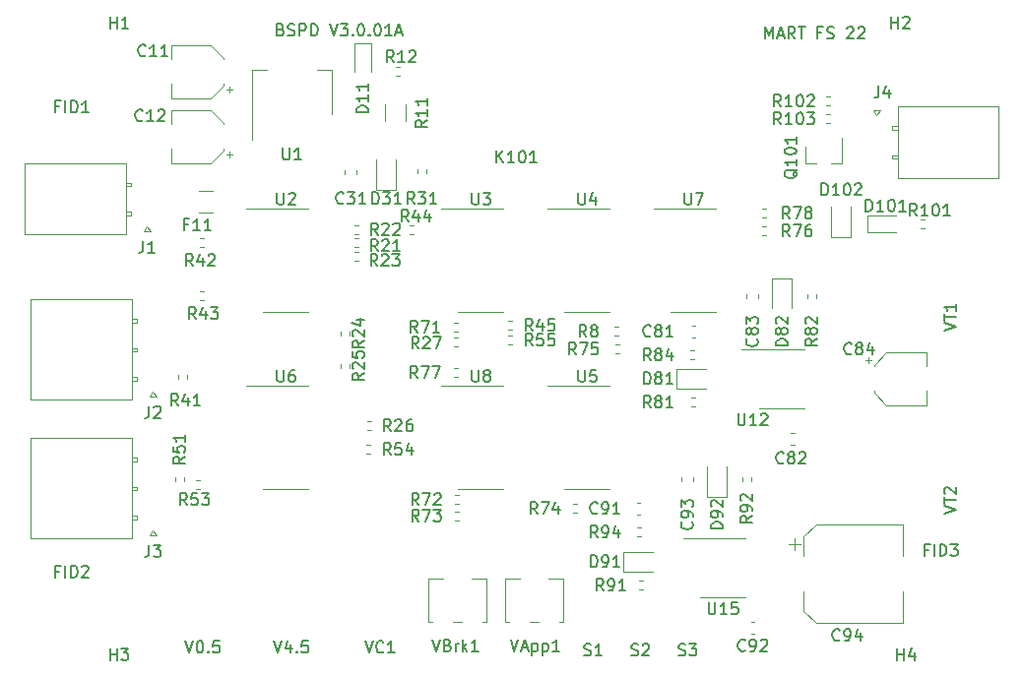
<source format=gbr>
%TF.GenerationSoftware,KiCad,Pcbnew,(5.1.10)-1*%
%TF.CreationDate,2022-02-21T21:57:19+01:00*%
%TF.ProjectId,BSPD-CV_3_0_00a,42535044-2d43-4565-9f33-5f305f303061,rev?*%
%TF.SameCoordinates,Original*%
%TF.FileFunction,Legend,Top*%
%TF.FilePolarity,Positive*%
%FSLAX46Y46*%
G04 Gerber Fmt 4.6, Leading zero omitted, Abs format (unit mm)*
G04 Created by KiCad (PCBNEW (5.1.10)-1) date 2022-02-21 21:57:19*
%MOMM*%
%LPD*%
G01*
G04 APERTURE LIST*
%ADD10C,0.150000*%
%ADD11C,0.120000*%
%ADD12C,1.700000*%
%ADD13O,2.200000X1.700000*%
%ADD14C,4.700000*%
%ADD15R,0.500000X0.500000*%
%ADD16C,2.000000*%
%ADD17R,2.290000X3.000000*%
%ADD18R,1.500000X2.000000*%
%ADD19R,3.800000X2.000000*%
%ADD20C,1.524000*%
%ADD21R,1.300000X1.600000*%
%ADD22R,2.000000X1.600000*%
%ADD23R,1.300000X3.300000*%
%ADD24R,3.300000X1.300000*%
%ADD25R,0.800000X0.900000*%
%ADD26C,1.500000*%
G04 APERTURE END LIST*
D10*
X170236190Y-96448571D02*
X170379047Y-96496190D01*
X170426666Y-96543809D01*
X170474285Y-96639047D01*
X170474285Y-96781904D01*
X170426666Y-96877142D01*
X170379047Y-96924761D01*
X170283809Y-96972380D01*
X169902857Y-96972380D01*
X169902857Y-95972380D01*
X170236190Y-95972380D01*
X170331428Y-96020000D01*
X170379047Y-96067619D01*
X170426666Y-96162857D01*
X170426666Y-96258095D01*
X170379047Y-96353333D01*
X170331428Y-96400952D01*
X170236190Y-96448571D01*
X169902857Y-96448571D01*
X170855238Y-96924761D02*
X170998095Y-96972380D01*
X171236190Y-96972380D01*
X171331428Y-96924761D01*
X171379047Y-96877142D01*
X171426666Y-96781904D01*
X171426666Y-96686666D01*
X171379047Y-96591428D01*
X171331428Y-96543809D01*
X171236190Y-96496190D01*
X171045714Y-96448571D01*
X170950476Y-96400952D01*
X170902857Y-96353333D01*
X170855238Y-96258095D01*
X170855238Y-96162857D01*
X170902857Y-96067619D01*
X170950476Y-96020000D01*
X171045714Y-95972380D01*
X171283809Y-95972380D01*
X171426666Y-96020000D01*
X171855238Y-96972380D02*
X171855238Y-95972380D01*
X172236190Y-95972380D01*
X172331428Y-96020000D01*
X172379047Y-96067619D01*
X172426666Y-96162857D01*
X172426666Y-96305714D01*
X172379047Y-96400952D01*
X172331428Y-96448571D01*
X172236190Y-96496190D01*
X171855238Y-96496190D01*
X172855238Y-96972380D02*
X172855238Y-95972380D01*
X173093333Y-95972380D01*
X173236190Y-96020000D01*
X173331428Y-96115238D01*
X173379047Y-96210476D01*
X173426666Y-96400952D01*
X173426666Y-96543809D01*
X173379047Y-96734285D01*
X173331428Y-96829523D01*
X173236190Y-96924761D01*
X173093333Y-96972380D01*
X172855238Y-96972380D01*
X174474285Y-95972380D02*
X174807619Y-96972380D01*
X175140952Y-95972380D01*
X175379047Y-95972380D02*
X175998095Y-95972380D01*
X175664761Y-96353333D01*
X175807619Y-96353333D01*
X175902857Y-96400952D01*
X175950476Y-96448571D01*
X175998095Y-96543809D01*
X175998095Y-96781904D01*
X175950476Y-96877142D01*
X175902857Y-96924761D01*
X175807619Y-96972380D01*
X175521904Y-96972380D01*
X175426666Y-96924761D01*
X175379047Y-96877142D01*
X176426666Y-96877142D02*
X176474285Y-96924761D01*
X176426666Y-96972380D01*
X176379047Y-96924761D01*
X176426666Y-96877142D01*
X176426666Y-96972380D01*
X177093333Y-95972380D02*
X177188571Y-95972380D01*
X177283809Y-96020000D01*
X177331428Y-96067619D01*
X177379047Y-96162857D01*
X177426666Y-96353333D01*
X177426666Y-96591428D01*
X177379047Y-96781904D01*
X177331428Y-96877142D01*
X177283809Y-96924761D01*
X177188571Y-96972380D01*
X177093333Y-96972380D01*
X176998095Y-96924761D01*
X176950476Y-96877142D01*
X176902857Y-96781904D01*
X176855238Y-96591428D01*
X176855238Y-96353333D01*
X176902857Y-96162857D01*
X176950476Y-96067619D01*
X176998095Y-96020000D01*
X177093333Y-95972380D01*
X177855238Y-96877142D02*
X177902857Y-96924761D01*
X177855238Y-96972380D01*
X177807619Y-96924761D01*
X177855238Y-96877142D01*
X177855238Y-96972380D01*
X178521904Y-95972380D02*
X178617142Y-95972380D01*
X178712380Y-96020000D01*
X178760000Y-96067619D01*
X178807619Y-96162857D01*
X178855238Y-96353333D01*
X178855238Y-96591428D01*
X178807619Y-96781904D01*
X178760000Y-96877142D01*
X178712380Y-96924761D01*
X178617142Y-96972380D01*
X178521904Y-96972380D01*
X178426666Y-96924761D01*
X178379047Y-96877142D01*
X178331428Y-96781904D01*
X178283809Y-96591428D01*
X178283809Y-96353333D01*
X178331428Y-96162857D01*
X178379047Y-96067619D01*
X178426666Y-96020000D01*
X178521904Y-95972380D01*
X179807619Y-96972380D02*
X179236190Y-96972380D01*
X179521904Y-96972380D02*
X179521904Y-95972380D01*
X179426666Y-96115238D01*
X179331428Y-96210476D01*
X179236190Y-96258095D01*
X180188571Y-96686666D02*
X180664761Y-96686666D01*
X180093333Y-96972380D02*
X180426666Y-95972380D01*
X180760000Y-96972380D01*
X211892095Y-97226380D02*
X211892095Y-96226380D01*
X212225428Y-96940666D01*
X212558761Y-96226380D01*
X212558761Y-97226380D01*
X212987333Y-96940666D02*
X213463523Y-96940666D01*
X212892095Y-97226380D02*
X213225428Y-96226380D01*
X213558761Y-97226380D01*
X214463523Y-97226380D02*
X214130190Y-96750190D01*
X213892095Y-97226380D02*
X213892095Y-96226380D01*
X214273047Y-96226380D01*
X214368285Y-96274000D01*
X214415904Y-96321619D01*
X214463523Y-96416857D01*
X214463523Y-96559714D01*
X214415904Y-96654952D01*
X214368285Y-96702571D01*
X214273047Y-96750190D01*
X213892095Y-96750190D01*
X214749238Y-96226380D02*
X215320666Y-96226380D01*
X215034952Y-97226380D02*
X215034952Y-96226380D01*
X216749238Y-96702571D02*
X216415904Y-96702571D01*
X216415904Y-97226380D02*
X216415904Y-96226380D01*
X216892095Y-96226380D01*
X217225428Y-97178761D02*
X217368285Y-97226380D01*
X217606380Y-97226380D01*
X217701619Y-97178761D01*
X217749238Y-97131142D01*
X217796857Y-97035904D01*
X217796857Y-96940666D01*
X217749238Y-96845428D01*
X217701619Y-96797809D01*
X217606380Y-96750190D01*
X217415904Y-96702571D01*
X217320666Y-96654952D01*
X217273047Y-96607333D01*
X217225428Y-96512095D01*
X217225428Y-96416857D01*
X217273047Y-96321619D01*
X217320666Y-96274000D01*
X217415904Y-96226380D01*
X217654000Y-96226380D01*
X217796857Y-96274000D01*
X218939714Y-96321619D02*
X218987333Y-96274000D01*
X219082571Y-96226380D01*
X219320666Y-96226380D01*
X219415904Y-96274000D01*
X219463523Y-96321619D01*
X219511142Y-96416857D01*
X219511142Y-96512095D01*
X219463523Y-96654952D01*
X218892095Y-97226380D01*
X219511142Y-97226380D01*
X219892095Y-96321619D02*
X219939714Y-96274000D01*
X220034952Y-96226380D01*
X220273047Y-96226380D01*
X220368285Y-96274000D01*
X220415904Y-96321619D01*
X220463523Y-96416857D01*
X220463523Y-96512095D01*
X220415904Y-96654952D01*
X219844476Y-97226380D01*
X220463523Y-97226380D01*
D11*
%TO.C,F11*%
X163227936Y-112162000D02*
X164432064Y-112162000D01*
X163227936Y-110342000D02*
X164432064Y-110342000D01*
%TO.C,J3*%
X159558000Y-139964264D02*
X159258000Y-139540000D01*
X158958000Y-139964264D02*
X159558000Y-139964264D01*
X159258000Y-139540000D02*
X158958000Y-139964264D01*
X157898000Y-133280000D02*
X157448000Y-133280000D01*
X157898000Y-133580000D02*
X157898000Y-133280000D01*
X157448000Y-133580000D02*
X157898000Y-133580000D01*
X157448000Y-133280000D02*
X157448000Y-133580000D01*
X157898000Y-135780000D02*
X157448000Y-135780000D01*
X157898000Y-136080000D02*
X157898000Y-135780000D01*
X157448000Y-136080000D02*
X157898000Y-136080000D01*
X157448000Y-135780000D02*
X157448000Y-136080000D01*
X157898000Y-138280000D02*
X157448000Y-138280000D01*
X157898000Y-138580000D02*
X157898000Y-138280000D01*
X157448000Y-138580000D02*
X157898000Y-138580000D01*
X157448000Y-138280000D02*
X157448000Y-138580000D01*
X148768000Y-140260000D02*
X157448000Y-140260000D01*
X148768000Y-131600000D02*
X148768000Y-140260000D01*
X157448000Y-131600000D02*
X148768000Y-131600000D01*
X157448000Y-140260000D02*
X157448000Y-131600000D01*
%TO.C,J2*%
X159558000Y-128026264D02*
X159258000Y-127602000D01*
X158958000Y-128026264D02*
X159558000Y-128026264D01*
X159258000Y-127602000D02*
X158958000Y-128026264D01*
X157898000Y-121342000D02*
X157448000Y-121342000D01*
X157898000Y-121642000D02*
X157898000Y-121342000D01*
X157448000Y-121642000D02*
X157898000Y-121642000D01*
X157448000Y-121342000D02*
X157448000Y-121642000D01*
X157898000Y-123842000D02*
X157448000Y-123842000D01*
X157898000Y-124142000D02*
X157898000Y-123842000D01*
X157448000Y-124142000D02*
X157898000Y-124142000D01*
X157448000Y-123842000D02*
X157448000Y-124142000D01*
X157898000Y-126342000D02*
X157448000Y-126342000D01*
X157898000Y-126642000D02*
X157898000Y-126342000D01*
X157448000Y-126642000D02*
X157898000Y-126642000D01*
X157448000Y-126342000D02*
X157448000Y-126642000D01*
X148768000Y-128322000D02*
X157448000Y-128322000D01*
X148768000Y-119662000D02*
X148768000Y-128322000D01*
X157448000Y-119662000D02*
X148768000Y-119662000D01*
X157448000Y-128322000D02*
X157448000Y-119662000D01*
%TO.C,J4*%
X221188000Y-103367736D02*
X221488000Y-103792000D01*
X221788000Y-103367736D02*
X221188000Y-103367736D01*
X221488000Y-103792000D02*
X221788000Y-103367736D01*
X222848000Y-107552000D02*
X223298000Y-107552000D01*
X222848000Y-107252000D02*
X222848000Y-107552000D01*
X223298000Y-107252000D02*
X222848000Y-107252000D01*
X223298000Y-107552000D02*
X223298000Y-107252000D01*
X222848000Y-105052000D02*
X223298000Y-105052000D01*
X222848000Y-104752000D02*
X222848000Y-105052000D01*
X223298000Y-104752000D02*
X222848000Y-104752000D01*
X223298000Y-105052000D02*
X223298000Y-104752000D01*
X231978000Y-103072000D02*
X223298000Y-103072000D01*
X231978000Y-109232000D02*
X231978000Y-103072000D01*
X223298000Y-109232000D02*
X231978000Y-109232000D01*
X223298000Y-103072000D02*
X223298000Y-109232000D01*
%TO.C,J1*%
X159050000Y-113802264D02*
X158750000Y-113378000D01*
X158450000Y-113802264D02*
X159050000Y-113802264D01*
X158750000Y-113378000D02*
X158450000Y-113802264D01*
X157390000Y-109618000D02*
X156940000Y-109618000D01*
X157390000Y-109918000D02*
X157390000Y-109618000D01*
X156940000Y-109918000D02*
X157390000Y-109918000D01*
X156940000Y-109618000D02*
X156940000Y-109918000D01*
X157390000Y-112118000D02*
X156940000Y-112118000D01*
X157390000Y-112418000D02*
X157390000Y-112118000D01*
X156940000Y-112418000D02*
X157390000Y-112418000D01*
X156940000Y-112118000D02*
X156940000Y-112418000D01*
X148260000Y-114098000D02*
X156940000Y-114098000D01*
X148260000Y-107938000D02*
X148260000Y-114098000D01*
X156940000Y-107938000D02*
X148260000Y-107938000D01*
X156940000Y-114098000D02*
X156940000Y-107938000D01*
%TO.C,D102*%
X217590000Y-114276000D02*
X219290000Y-114276000D01*
X219290000Y-114276000D02*
X219290000Y-111726000D01*
X217590000Y-114276000D02*
X217590000Y-111726000D01*
%TO.C,U15*%
X208280000Y-140188000D02*
X204830000Y-140188000D01*
X208280000Y-140188000D02*
X210230000Y-140188000D01*
X208280000Y-145308000D02*
X206330000Y-145308000D01*
X208280000Y-145308000D02*
X210230000Y-145308000D01*
%TO.C,U12*%
X213298000Y-123932000D02*
X209848000Y-123932000D01*
X213298000Y-123932000D02*
X215248000Y-123932000D01*
X213298000Y-129052000D02*
X211348000Y-129052000D01*
X213298000Y-129052000D02*
X215248000Y-129052000D01*
%TO.C,U8*%
X187452000Y-127137000D02*
X184002000Y-127137000D01*
X187452000Y-127137000D02*
X189402000Y-127137000D01*
X187452000Y-136007000D02*
X185502000Y-136007000D01*
X187452000Y-136007000D02*
X189402000Y-136007000D01*
%TO.C,U7*%
X205740000Y-111897000D02*
X202290000Y-111897000D01*
X205740000Y-111897000D02*
X207690000Y-111897000D01*
X205740000Y-120767000D02*
X203790000Y-120767000D01*
X205740000Y-120767000D02*
X207690000Y-120767000D01*
%TO.C,U6*%
X170688000Y-127137000D02*
X167238000Y-127137000D01*
X170688000Y-127137000D02*
X172638000Y-127137000D01*
X170688000Y-136007000D02*
X168738000Y-136007000D01*
X170688000Y-136007000D02*
X172638000Y-136007000D01*
%TO.C,U5*%
X196596000Y-127137000D02*
X193146000Y-127137000D01*
X196596000Y-127137000D02*
X198546000Y-127137000D01*
X196596000Y-136007000D02*
X194646000Y-136007000D01*
X196596000Y-136007000D02*
X198546000Y-136007000D01*
%TO.C,U4*%
X196596000Y-111897000D02*
X193146000Y-111897000D01*
X196596000Y-111897000D02*
X198546000Y-111897000D01*
X196596000Y-120767000D02*
X194646000Y-120767000D01*
X196596000Y-120767000D02*
X198546000Y-120767000D01*
%TO.C,U3*%
X187452000Y-111897000D02*
X184002000Y-111897000D01*
X187452000Y-111897000D02*
X189402000Y-111897000D01*
X187452000Y-120767000D02*
X185502000Y-120767000D01*
X187452000Y-120767000D02*
X189402000Y-120767000D01*
%TO.C,U2*%
X170688000Y-111897000D02*
X167238000Y-111897000D01*
X170688000Y-111897000D02*
X172638000Y-111897000D01*
X170688000Y-120767000D02*
X168738000Y-120767000D01*
X170688000Y-120767000D02*
X172638000Y-120767000D01*
%TO.C,U1*%
X167786000Y-105954000D02*
X167786000Y-99944000D01*
X174606000Y-103704000D02*
X174606000Y-99944000D01*
X167786000Y-99944000D02*
X169046000Y-99944000D01*
X174606000Y-99944000D02*
X173346000Y-99944000D01*
%TO.C,VApp1*%
X189504000Y-147412000D02*
X189504000Y-143672000D01*
X194544000Y-147412000D02*
X194544000Y-143672000D01*
X190784000Y-143672000D02*
X189504000Y-143672000D01*
X194544000Y-143672000D02*
X193264000Y-143672000D01*
X192384000Y-147412000D02*
X191664000Y-147412000D01*
X194544000Y-147412000D02*
X194164000Y-147412000D01*
X189884000Y-147412000D02*
X189504000Y-147412000D01*
%TO.C,VBrk1*%
X182900000Y-147412000D02*
X182900000Y-143672000D01*
X187940000Y-147412000D02*
X187940000Y-143672000D01*
X184180000Y-143672000D02*
X182900000Y-143672000D01*
X187940000Y-143672000D02*
X186660000Y-143672000D01*
X185780000Y-147412000D02*
X185060000Y-147412000D01*
X187940000Y-147412000D02*
X187560000Y-147412000D01*
X183280000Y-147412000D02*
X182900000Y-147412000D01*
%TO.C,R54*%
X177967621Y-132208000D02*
X177632379Y-132208000D01*
X177967621Y-132968000D02*
X177632379Y-132968000D01*
%TO.C,R55*%
X189824379Y-123570000D02*
X190159621Y-123570000D01*
X189824379Y-122810000D02*
X190159621Y-122810000D01*
%TO.C,R94*%
X201246121Y-139320000D02*
X200910879Y-139320000D01*
X201246121Y-140080000D02*
X200910879Y-140080000D01*
%TO.C,R53*%
X162989879Y-136016000D02*
X163325121Y-136016000D01*
X162989879Y-135256000D02*
X163325121Y-135256000D01*
%TO.C,R92*%
X210692000Y-135295621D02*
X210692000Y-134960379D01*
X209932000Y-135295621D02*
X209932000Y-134960379D01*
%TO.C,R91*%
X201089879Y-144652000D02*
X201425121Y-144652000D01*
X201089879Y-143892000D02*
X201425121Y-143892000D01*
%TO.C,R51*%
X161164000Y-134960379D02*
X161164000Y-135295621D01*
X161924000Y-134960379D02*
X161924000Y-135295621D01*
%TO.C,R103*%
X217166879Y-104520000D02*
X217502121Y-104520000D01*
X217166879Y-103760000D02*
X217502121Y-103760000D01*
%TO.C,R102*%
X217166879Y-102996000D02*
X217502121Y-102996000D01*
X217166879Y-102236000D02*
X217502121Y-102236000D01*
%TO.C,R84*%
X205818121Y-124080000D02*
X205482879Y-124080000D01*
X205818121Y-124840000D02*
X205482879Y-124840000D01*
%TO.C,R44*%
X181315379Y-114045000D02*
X181650621Y-114045000D01*
X181315379Y-113285000D02*
X181650621Y-113285000D01*
%TO.C,R82*%
X215520000Y-119212379D02*
X215520000Y-119547621D01*
X216280000Y-119212379D02*
X216280000Y-119547621D01*
%TO.C,R81*%
X205572379Y-128904000D02*
X205907621Y-128904000D01*
X205572379Y-128144000D02*
X205907621Y-128144000D01*
%TO.C,R45*%
X189824379Y-122300000D02*
X190159621Y-122300000D01*
X189824379Y-121540000D02*
X190159621Y-121540000D01*
%TO.C,R101*%
X225592621Y-112777000D02*
X225257379Y-112777000D01*
X225592621Y-113537000D02*
X225257379Y-113537000D01*
%TO.C,R43*%
X163318879Y-119760000D02*
X163654121Y-119760000D01*
X163318879Y-119000000D02*
X163654121Y-119000000D01*
%TO.C,R31*%
X182752000Y-108790121D02*
X182752000Y-108454879D01*
X181992000Y-108790121D02*
X181992000Y-108454879D01*
%TO.C,R42*%
X163318879Y-115188000D02*
X163654121Y-115188000D01*
X163318879Y-114428000D02*
X163654121Y-114428000D01*
%TO.C,R41*%
X162178000Y-126495121D02*
X162178000Y-126159879D01*
X161418000Y-126495121D02*
X161418000Y-126159879D01*
%TO.C,R72*%
X185214879Y-137286000D02*
X185550121Y-137286000D01*
X185214879Y-136526000D02*
X185550121Y-136526000D01*
%TO.C,R71*%
X185162879Y-122427000D02*
X185498121Y-122427000D01*
X185162879Y-121667000D02*
X185498121Y-121667000D01*
%TO.C,R76*%
X212003621Y-113412000D02*
X211668379Y-113412000D01*
X212003621Y-114172000D02*
X211668379Y-114172000D01*
%TO.C,R74*%
X195412379Y-138048000D02*
X195747621Y-138048000D01*
X195412379Y-137288000D02*
X195747621Y-137288000D01*
%TO.C,R75*%
X199057879Y-124332000D02*
X199393121Y-124332000D01*
X199057879Y-123572000D02*
X199393121Y-123572000D01*
%TO.C,R78*%
X212003621Y-111888000D02*
X211668379Y-111888000D01*
X212003621Y-112648000D02*
X211668379Y-112648000D01*
%TO.C,R73*%
X185214879Y-138683000D02*
X185550121Y-138683000D01*
X185214879Y-137923000D02*
X185550121Y-137923000D01*
%TO.C,R27*%
X185125379Y-123697000D02*
X185460621Y-123697000D01*
X185125379Y-122937000D02*
X185460621Y-122937000D01*
%TO.C,R25*%
X175388000Y-125218879D02*
X175388000Y-125554121D01*
X176148000Y-125218879D02*
X176148000Y-125554121D01*
%TO.C,R24*%
X175388000Y-122424879D02*
X175388000Y-122760121D01*
X176148000Y-122424879D02*
X176148000Y-122760121D01*
%TO.C,R8*%
X198968379Y-122808000D02*
X199303621Y-122808000D01*
X198968379Y-122048000D02*
X199303621Y-122048000D01*
%TO.C,R22*%
X176951621Y-113285000D02*
X176616379Y-113285000D01*
X176951621Y-114045000D02*
X176616379Y-114045000D01*
%TO.C,R21*%
X176951621Y-114428000D02*
X176616379Y-114428000D01*
X176951621Y-115188000D02*
X176616379Y-115188000D01*
%TO.C,R26*%
X178057121Y-130176000D02*
X177721879Y-130176000D01*
X178057121Y-130936000D02*
X177721879Y-130936000D01*
%TO.C,R12*%
X180507621Y-99696000D02*
X180172379Y-99696000D01*
X180507621Y-100456000D02*
X180172379Y-100456000D01*
%TO.C,R77*%
X185125379Y-126364000D02*
X185460621Y-126364000D01*
X185125379Y-125604000D02*
X185460621Y-125604000D01*
%TO.C,R11*%
X179176000Y-102904936D02*
X179176000Y-104359064D01*
X180996000Y-102904936D02*
X180996000Y-104359064D01*
%TO.C,R23*%
X176616379Y-116331000D02*
X176951621Y-116331000D01*
X176616379Y-115571000D02*
X176951621Y-115571000D01*
%TO.C,Q101*%
X215336000Y-107948000D02*
X215336000Y-106488000D01*
X218496000Y-107948000D02*
X218496000Y-105788000D01*
X218496000Y-107948000D02*
X217566000Y-107948000D01*
X215336000Y-107948000D02*
X216266000Y-107948000D01*
%TO.C,D92*%
X206922000Y-136628000D02*
X206922000Y-134078000D01*
X208622000Y-136628000D02*
X208622000Y-134078000D01*
X206922000Y-136628000D02*
X208622000Y-136628000D01*
%TO.C,D91*%
X199668000Y-141390000D02*
X202218000Y-141390000D01*
X199668000Y-143090000D02*
X202218000Y-143090000D01*
X199668000Y-141390000D02*
X199668000Y-143090000D01*
%TO.C,D82*%
X214210000Y-117880000D02*
X214210000Y-120430000D01*
X212510000Y-117880000D02*
X212510000Y-120430000D01*
X214210000Y-117880000D02*
X212510000Y-117880000D01*
%TO.C,D81*%
X204240000Y-125642000D02*
X206790000Y-125642000D01*
X204240000Y-127342000D02*
X206790000Y-127342000D01*
X204240000Y-125642000D02*
X204240000Y-127342000D01*
%TO.C,D101*%
X220717000Y-113892000D02*
X223177000Y-113892000D01*
X220717000Y-112422000D02*
X220717000Y-113892000D01*
X223177000Y-112422000D02*
X220717000Y-112422000D01*
%TO.C,D31*%
X178474000Y-110212000D02*
X178474000Y-107662000D01*
X180174000Y-110212000D02*
X180174000Y-107662000D01*
X178474000Y-110212000D02*
X180174000Y-110212000D01*
%TO.C,D11*%
X176557000Y-97654000D02*
X176557000Y-100114000D01*
X178027000Y-97654000D02*
X176557000Y-97654000D01*
X178027000Y-100114000D02*
X178027000Y-97654000D01*
%TO.C,C94*%
X214456000Y-140246000D02*
X214456000Y-141246000D01*
X213956000Y-140746000D02*
X214956000Y-140746000D01*
X215196000Y-146451563D02*
X216260437Y-147516000D01*
X215196000Y-140060437D02*
X216260437Y-138996000D01*
X215196000Y-140060437D02*
X215196000Y-141746000D01*
X215196000Y-146451563D02*
X215196000Y-144766000D01*
X216260437Y-147516000D02*
X223716000Y-147516000D01*
X216260437Y-138996000D02*
X223716000Y-138996000D01*
X223716000Y-138996000D02*
X223716000Y-141746000D01*
X223716000Y-147516000D02*
X223716000Y-144766000D01*
%TO.C,C92*%
X210673733Y-148465000D02*
X210966267Y-148465000D01*
X210673733Y-147445000D02*
X210966267Y-147445000D01*
%TO.C,C93*%
X205742000Y-135274267D02*
X205742000Y-134981733D01*
X204722000Y-135274267D02*
X204722000Y-134981733D01*
%TO.C,C91*%
X200868233Y-138178000D02*
X201160767Y-138178000D01*
X200868233Y-137158000D02*
X201160767Y-137158000D01*
%TO.C,C84*%
X220770000Y-124682000D02*
X220770000Y-125182000D01*
X220520000Y-124932000D02*
X221020000Y-124932000D01*
X221260000Y-127687563D02*
X222324437Y-128752000D01*
X221260000Y-125296437D02*
X222324437Y-124232000D01*
X221260000Y-125296437D02*
X221260000Y-125432000D01*
X221260000Y-127687563D02*
X221260000Y-127552000D01*
X222324437Y-128752000D02*
X225780000Y-128752000D01*
X222324437Y-124232000D02*
X225780000Y-124232000D01*
X225780000Y-124232000D02*
X225780000Y-125432000D01*
X225780000Y-128752000D02*
X225780000Y-127552000D01*
%TO.C,C82*%
X214102733Y-132209000D02*
X214395267Y-132209000D01*
X214102733Y-131189000D02*
X214395267Y-131189000D01*
%TO.C,C83*%
X210310000Y-119233733D02*
X210310000Y-119526267D01*
X211330000Y-119233733D02*
X211330000Y-119526267D01*
%TO.C,C81*%
X205593733Y-122938000D02*
X205886267Y-122938000D01*
X205593733Y-121918000D02*
X205886267Y-121918000D01*
%TO.C,C31*%
X175766000Y-108565733D02*
X175766000Y-108858267D01*
X176786000Y-108565733D02*
X176786000Y-108858267D01*
%TO.C,C12*%
X165818000Y-107474000D02*
X165818000Y-106974000D01*
X166068000Y-107224000D02*
X165568000Y-107224000D01*
X165328000Y-104468437D02*
X164263563Y-103404000D01*
X165328000Y-106859563D02*
X164263563Y-107924000D01*
X165328000Y-106859563D02*
X165328000Y-106724000D01*
X165328000Y-104468437D02*
X165328000Y-104604000D01*
X164263563Y-103404000D02*
X160808000Y-103404000D01*
X164263563Y-107924000D02*
X160808000Y-107924000D01*
X160808000Y-107924000D02*
X160808000Y-106724000D01*
X160808000Y-103404000D02*
X160808000Y-104604000D01*
%TO.C,C11*%
X165818000Y-101886000D02*
X165818000Y-101386000D01*
X166068000Y-101636000D02*
X165568000Y-101636000D01*
X165328000Y-98880437D02*
X164263563Y-97816000D01*
X165328000Y-101271563D02*
X164263563Y-102336000D01*
X165328000Y-101271563D02*
X165328000Y-101136000D01*
X165328000Y-98880437D02*
X165328000Y-99016000D01*
X164263563Y-97816000D02*
X160808000Y-97816000D01*
X164263563Y-102336000D02*
X160808000Y-102336000D01*
X160808000Y-102336000D02*
X160808000Y-101136000D01*
X160808000Y-97816000D02*
X160808000Y-99016000D01*
%TO.C,F11*%
D10*
X162258476Y-113212571D02*
X161925142Y-113212571D01*
X161925142Y-113736380D02*
X161925142Y-112736380D01*
X162401333Y-112736380D01*
X163306095Y-113736380D02*
X162734666Y-113736380D01*
X163020380Y-113736380D02*
X163020380Y-112736380D01*
X162925142Y-112879238D01*
X162829904Y-112974476D01*
X162734666Y-113022095D01*
X164258476Y-113736380D02*
X163687047Y-113736380D01*
X163972761Y-113736380D02*
X163972761Y-112736380D01*
X163877523Y-112879238D01*
X163782285Y-112974476D01*
X163687047Y-113022095D01*
%TO.C,J3*%
X158924666Y-140802380D02*
X158924666Y-141516666D01*
X158877047Y-141659523D01*
X158781809Y-141754761D01*
X158638952Y-141802380D01*
X158543714Y-141802380D01*
X159305619Y-140802380D02*
X159924666Y-140802380D01*
X159591333Y-141183333D01*
X159734190Y-141183333D01*
X159829428Y-141230952D01*
X159877047Y-141278571D01*
X159924666Y-141373809D01*
X159924666Y-141611904D01*
X159877047Y-141707142D01*
X159829428Y-141754761D01*
X159734190Y-141802380D01*
X159448476Y-141802380D01*
X159353238Y-141754761D01*
X159305619Y-141707142D01*
%TO.C,J2*%
X158924666Y-128864380D02*
X158924666Y-129578666D01*
X158877047Y-129721523D01*
X158781809Y-129816761D01*
X158638952Y-129864380D01*
X158543714Y-129864380D01*
X159353238Y-128959619D02*
X159400857Y-128912000D01*
X159496095Y-128864380D01*
X159734190Y-128864380D01*
X159829428Y-128912000D01*
X159877047Y-128959619D01*
X159924666Y-129054857D01*
X159924666Y-129150095D01*
X159877047Y-129292952D01*
X159305619Y-129864380D01*
X159924666Y-129864380D01*
%TO.C,J4*%
X221662666Y-101306380D02*
X221662666Y-102020666D01*
X221615047Y-102163523D01*
X221519809Y-102258761D01*
X221376952Y-102306380D01*
X221281714Y-102306380D01*
X222567428Y-101639714D02*
X222567428Y-102306380D01*
X222329333Y-101258761D02*
X222091238Y-101973047D01*
X222710285Y-101973047D01*
%TO.C,J1*%
X158416666Y-114640380D02*
X158416666Y-115354666D01*
X158369047Y-115497523D01*
X158273809Y-115592761D01*
X158130952Y-115640380D01*
X158035714Y-115640380D01*
X159416666Y-115640380D02*
X158845238Y-115640380D01*
X159130952Y-115640380D02*
X159130952Y-114640380D01*
X159035714Y-114783238D01*
X158940476Y-114878476D01*
X158845238Y-114926095D01*
%TO.C,H4*%
X223266095Y-150693380D02*
X223266095Y-149693380D01*
X223266095Y-150169571D02*
X223837523Y-150169571D01*
X223837523Y-150693380D02*
X223837523Y-149693380D01*
X224742285Y-150026714D02*
X224742285Y-150693380D01*
X224504190Y-149645761D02*
X224266095Y-150360047D01*
X224885142Y-150360047D01*
%TO.C,H3*%
X155575095Y-150693380D02*
X155575095Y-149693380D01*
X155575095Y-150169571D02*
X156146523Y-150169571D01*
X156146523Y-150693380D02*
X156146523Y-149693380D01*
X156527476Y-149693380D02*
X157146523Y-149693380D01*
X156813190Y-150074333D01*
X156956047Y-150074333D01*
X157051285Y-150121952D01*
X157098904Y-150169571D01*
X157146523Y-150264809D01*
X157146523Y-150502904D01*
X157098904Y-150598142D01*
X157051285Y-150645761D01*
X156956047Y-150693380D01*
X156670333Y-150693380D01*
X156575095Y-150645761D01*
X156527476Y-150598142D01*
%TO.C,H2*%
X222758095Y-96337380D02*
X222758095Y-95337380D01*
X222758095Y-95813571D02*
X223329523Y-95813571D01*
X223329523Y-96337380D02*
X223329523Y-95337380D01*
X223758095Y-95432619D02*
X223805714Y-95385000D01*
X223900952Y-95337380D01*
X224139047Y-95337380D01*
X224234285Y-95385000D01*
X224281904Y-95432619D01*
X224329523Y-95527857D01*
X224329523Y-95623095D01*
X224281904Y-95765952D01*
X223710476Y-96337380D01*
X224329523Y-96337380D01*
%TO.C,H1*%
X155575095Y-96337380D02*
X155575095Y-95337380D01*
X155575095Y-95813571D02*
X156146523Y-95813571D01*
X156146523Y-96337380D02*
X156146523Y-95337380D01*
X157146523Y-96337380D02*
X156575095Y-96337380D01*
X156860809Y-96337380D02*
X156860809Y-95337380D01*
X156765571Y-95480238D01*
X156670333Y-95575476D01*
X156575095Y-95623095D01*
%TO.C,D102*%
X216749523Y-110688380D02*
X216749523Y-109688380D01*
X216987619Y-109688380D01*
X217130476Y-109736000D01*
X217225714Y-109831238D01*
X217273333Y-109926476D01*
X217320952Y-110116952D01*
X217320952Y-110259809D01*
X217273333Y-110450285D01*
X217225714Y-110545523D01*
X217130476Y-110640761D01*
X216987619Y-110688380D01*
X216749523Y-110688380D01*
X218273333Y-110688380D02*
X217701904Y-110688380D01*
X217987619Y-110688380D02*
X217987619Y-109688380D01*
X217892380Y-109831238D01*
X217797142Y-109926476D01*
X217701904Y-109974095D01*
X218892380Y-109688380D02*
X218987619Y-109688380D01*
X219082857Y-109736000D01*
X219130476Y-109783619D01*
X219178095Y-109878857D01*
X219225714Y-110069333D01*
X219225714Y-110307428D01*
X219178095Y-110497904D01*
X219130476Y-110593142D01*
X219082857Y-110640761D01*
X218987619Y-110688380D01*
X218892380Y-110688380D01*
X218797142Y-110640761D01*
X218749523Y-110593142D01*
X218701904Y-110497904D01*
X218654285Y-110307428D01*
X218654285Y-110069333D01*
X218701904Y-109878857D01*
X218749523Y-109783619D01*
X218797142Y-109736000D01*
X218892380Y-109688380D01*
X219606666Y-109783619D02*
X219654285Y-109736000D01*
X219749523Y-109688380D01*
X219987619Y-109688380D01*
X220082857Y-109736000D01*
X220130476Y-109783619D01*
X220178095Y-109878857D01*
X220178095Y-109974095D01*
X220130476Y-110116952D01*
X219559047Y-110688380D01*
X220178095Y-110688380D01*
%TO.C,K101*%
X188809523Y-107894380D02*
X188809523Y-106894380D01*
X189380952Y-107894380D02*
X188952380Y-107322952D01*
X189380952Y-106894380D02*
X188809523Y-107465809D01*
X190333333Y-107894380D02*
X189761904Y-107894380D01*
X190047619Y-107894380D02*
X190047619Y-106894380D01*
X189952380Y-107037238D01*
X189857142Y-107132476D01*
X189761904Y-107180095D01*
X190952380Y-106894380D02*
X191047619Y-106894380D01*
X191142857Y-106942000D01*
X191190476Y-106989619D01*
X191238095Y-107084857D01*
X191285714Y-107275333D01*
X191285714Y-107513428D01*
X191238095Y-107703904D01*
X191190476Y-107799142D01*
X191142857Y-107846761D01*
X191047619Y-107894380D01*
X190952380Y-107894380D01*
X190857142Y-107846761D01*
X190809523Y-107799142D01*
X190761904Y-107703904D01*
X190714285Y-107513428D01*
X190714285Y-107275333D01*
X190761904Y-107084857D01*
X190809523Y-106989619D01*
X190857142Y-106942000D01*
X190952380Y-106894380D01*
X192238095Y-107894380D02*
X191666666Y-107894380D01*
X191952380Y-107894380D02*
X191952380Y-106894380D01*
X191857142Y-107037238D01*
X191761904Y-107132476D01*
X191666666Y-107180095D01*
%TO.C,U15*%
X207041904Y-145756380D02*
X207041904Y-146565904D01*
X207089523Y-146661142D01*
X207137142Y-146708761D01*
X207232380Y-146756380D01*
X207422857Y-146756380D01*
X207518095Y-146708761D01*
X207565714Y-146661142D01*
X207613333Y-146565904D01*
X207613333Y-145756380D01*
X208613333Y-146756380D02*
X208041904Y-146756380D01*
X208327619Y-146756380D02*
X208327619Y-145756380D01*
X208232380Y-145899238D01*
X208137142Y-145994476D01*
X208041904Y-146042095D01*
X209518095Y-145756380D02*
X209041904Y-145756380D01*
X208994285Y-146232571D01*
X209041904Y-146184952D01*
X209137142Y-146137333D01*
X209375238Y-146137333D01*
X209470476Y-146184952D01*
X209518095Y-146232571D01*
X209565714Y-146327809D01*
X209565714Y-146565904D01*
X209518095Y-146661142D01*
X209470476Y-146708761D01*
X209375238Y-146756380D01*
X209137142Y-146756380D01*
X209041904Y-146708761D01*
X208994285Y-146661142D01*
%TO.C,U12*%
X209581904Y-129500380D02*
X209581904Y-130309904D01*
X209629523Y-130405142D01*
X209677142Y-130452761D01*
X209772380Y-130500380D01*
X209962857Y-130500380D01*
X210058095Y-130452761D01*
X210105714Y-130405142D01*
X210153333Y-130309904D01*
X210153333Y-129500380D01*
X211153333Y-130500380D02*
X210581904Y-130500380D01*
X210867619Y-130500380D02*
X210867619Y-129500380D01*
X210772380Y-129643238D01*
X210677142Y-129738476D01*
X210581904Y-129786095D01*
X211534285Y-129595619D02*
X211581904Y-129548000D01*
X211677142Y-129500380D01*
X211915238Y-129500380D01*
X212010476Y-129548000D01*
X212058095Y-129595619D01*
X212105714Y-129690857D01*
X212105714Y-129786095D01*
X212058095Y-129928952D01*
X211486666Y-130500380D01*
X212105714Y-130500380D01*
%TO.C,U8*%
X186690095Y-125744380D02*
X186690095Y-126553904D01*
X186737714Y-126649142D01*
X186785333Y-126696761D01*
X186880571Y-126744380D01*
X187071047Y-126744380D01*
X187166285Y-126696761D01*
X187213904Y-126649142D01*
X187261523Y-126553904D01*
X187261523Y-125744380D01*
X187880571Y-126172952D02*
X187785333Y-126125333D01*
X187737714Y-126077714D01*
X187690095Y-125982476D01*
X187690095Y-125934857D01*
X187737714Y-125839619D01*
X187785333Y-125792000D01*
X187880571Y-125744380D01*
X188071047Y-125744380D01*
X188166285Y-125792000D01*
X188213904Y-125839619D01*
X188261523Y-125934857D01*
X188261523Y-125982476D01*
X188213904Y-126077714D01*
X188166285Y-126125333D01*
X188071047Y-126172952D01*
X187880571Y-126172952D01*
X187785333Y-126220571D01*
X187737714Y-126268190D01*
X187690095Y-126363428D01*
X187690095Y-126553904D01*
X187737714Y-126649142D01*
X187785333Y-126696761D01*
X187880571Y-126744380D01*
X188071047Y-126744380D01*
X188166285Y-126696761D01*
X188213904Y-126649142D01*
X188261523Y-126553904D01*
X188261523Y-126363428D01*
X188213904Y-126268190D01*
X188166285Y-126220571D01*
X188071047Y-126172952D01*
%TO.C,U7*%
X204978095Y-110504380D02*
X204978095Y-111313904D01*
X205025714Y-111409142D01*
X205073333Y-111456761D01*
X205168571Y-111504380D01*
X205359047Y-111504380D01*
X205454285Y-111456761D01*
X205501904Y-111409142D01*
X205549523Y-111313904D01*
X205549523Y-110504380D01*
X205930476Y-110504380D02*
X206597142Y-110504380D01*
X206168571Y-111504380D01*
%TO.C,U6*%
X169926095Y-125744380D02*
X169926095Y-126553904D01*
X169973714Y-126649142D01*
X170021333Y-126696761D01*
X170116571Y-126744380D01*
X170307047Y-126744380D01*
X170402285Y-126696761D01*
X170449904Y-126649142D01*
X170497523Y-126553904D01*
X170497523Y-125744380D01*
X171402285Y-125744380D02*
X171211809Y-125744380D01*
X171116571Y-125792000D01*
X171068952Y-125839619D01*
X170973714Y-125982476D01*
X170926095Y-126172952D01*
X170926095Y-126553904D01*
X170973714Y-126649142D01*
X171021333Y-126696761D01*
X171116571Y-126744380D01*
X171307047Y-126744380D01*
X171402285Y-126696761D01*
X171449904Y-126649142D01*
X171497523Y-126553904D01*
X171497523Y-126315809D01*
X171449904Y-126220571D01*
X171402285Y-126172952D01*
X171307047Y-126125333D01*
X171116571Y-126125333D01*
X171021333Y-126172952D01*
X170973714Y-126220571D01*
X170926095Y-126315809D01*
%TO.C,U5*%
X195834095Y-125744380D02*
X195834095Y-126553904D01*
X195881714Y-126649142D01*
X195929333Y-126696761D01*
X196024571Y-126744380D01*
X196215047Y-126744380D01*
X196310285Y-126696761D01*
X196357904Y-126649142D01*
X196405523Y-126553904D01*
X196405523Y-125744380D01*
X197357904Y-125744380D02*
X196881714Y-125744380D01*
X196834095Y-126220571D01*
X196881714Y-126172952D01*
X196976952Y-126125333D01*
X197215047Y-126125333D01*
X197310285Y-126172952D01*
X197357904Y-126220571D01*
X197405523Y-126315809D01*
X197405523Y-126553904D01*
X197357904Y-126649142D01*
X197310285Y-126696761D01*
X197215047Y-126744380D01*
X196976952Y-126744380D01*
X196881714Y-126696761D01*
X196834095Y-126649142D01*
%TO.C,U4*%
X195834095Y-110504380D02*
X195834095Y-111313904D01*
X195881714Y-111409142D01*
X195929333Y-111456761D01*
X196024571Y-111504380D01*
X196215047Y-111504380D01*
X196310285Y-111456761D01*
X196357904Y-111409142D01*
X196405523Y-111313904D01*
X196405523Y-110504380D01*
X197310285Y-110837714D02*
X197310285Y-111504380D01*
X197072190Y-110456761D02*
X196834095Y-111171047D01*
X197453142Y-111171047D01*
%TO.C,U3*%
X186690095Y-110504380D02*
X186690095Y-111313904D01*
X186737714Y-111409142D01*
X186785333Y-111456761D01*
X186880571Y-111504380D01*
X187071047Y-111504380D01*
X187166285Y-111456761D01*
X187213904Y-111409142D01*
X187261523Y-111313904D01*
X187261523Y-110504380D01*
X187642476Y-110504380D02*
X188261523Y-110504380D01*
X187928190Y-110885333D01*
X188071047Y-110885333D01*
X188166285Y-110932952D01*
X188213904Y-110980571D01*
X188261523Y-111075809D01*
X188261523Y-111313904D01*
X188213904Y-111409142D01*
X188166285Y-111456761D01*
X188071047Y-111504380D01*
X187785333Y-111504380D01*
X187690095Y-111456761D01*
X187642476Y-111409142D01*
%TO.C,U2*%
X169926095Y-110504380D02*
X169926095Y-111313904D01*
X169973714Y-111409142D01*
X170021333Y-111456761D01*
X170116571Y-111504380D01*
X170307047Y-111504380D01*
X170402285Y-111456761D01*
X170449904Y-111409142D01*
X170497523Y-111313904D01*
X170497523Y-110504380D01*
X170926095Y-110599619D02*
X170973714Y-110552000D01*
X171068952Y-110504380D01*
X171307047Y-110504380D01*
X171402285Y-110552000D01*
X171449904Y-110599619D01*
X171497523Y-110694857D01*
X171497523Y-110790095D01*
X171449904Y-110932952D01*
X170878476Y-111504380D01*
X171497523Y-111504380D01*
%TO.C,U1*%
X170434095Y-106640380D02*
X170434095Y-107449904D01*
X170481714Y-107545142D01*
X170529333Y-107592761D01*
X170624571Y-107640380D01*
X170815047Y-107640380D01*
X170910285Y-107592761D01*
X170957904Y-107545142D01*
X171005523Y-107449904D01*
X171005523Y-106640380D01*
X172005523Y-107640380D02*
X171434095Y-107640380D01*
X171719809Y-107640380D02*
X171719809Y-106640380D01*
X171624571Y-106783238D01*
X171529333Y-106878476D01*
X171434095Y-106926095D01*
%TO.C,S3*%
X204470095Y-150264761D02*
X204612952Y-150312380D01*
X204851047Y-150312380D01*
X204946285Y-150264761D01*
X204993904Y-150217142D01*
X205041523Y-150121904D01*
X205041523Y-150026666D01*
X204993904Y-149931428D01*
X204946285Y-149883809D01*
X204851047Y-149836190D01*
X204660571Y-149788571D01*
X204565333Y-149740952D01*
X204517714Y-149693333D01*
X204470095Y-149598095D01*
X204470095Y-149502857D01*
X204517714Y-149407619D01*
X204565333Y-149360000D01*
X204660571Y-149312380D01*
X204898666Y-149312380D01*
X205041523Y-149360000D01*
X205374857Y-149312380D02*
X205993904Y-149312380D01*
X205660571Y-149693333D01*
X205803428Y-149693333D01*
X205898666Y-149740952D01*
X205946285Y-149788571D01*
X205993904Y-149883809D01*
X205993904Y-150121904D01*
X205946285Y-150217142D01*
X205898666Y-150264761D01*
X205803428Y-150312380D01*
X205517714Y-150312380D01*
X205422476Y-150264761D01*
X205374857Y-150217142D01*
%TO.C,S2*%
X200406095Y-150264761D02*
X200548952Y-150312380D01*
X200787047Y-150312380D01*
X200882285Y-150264761D01*
X200929904Y-150217142D01*
X200977523Y-150121904D01*
X200977523Y-150026666D01*
X200929904Y-149931428D01*
X200882285Y-149883809D01*
X200787047Y-149836190D01*
X200596571Y-149788571D01*
X200501333Y-149740952D01*
X200453714Y-149693333D01*
X200406095Y-149598095D01*
X200406095Y-149502857D01*
X200453714Y-149407619D01*
X200501333Y-149360000D01*
X200596571Y-149312380D01*
X200834666Y-149312380D01*
X200977523Y-149360000D01*
X201358476Y-149407619D02*
X201406095Y-149360000D01*
X201501333Y-149312380D01*
X201739428Y-149312380D01*
X201834666Y-149360000D01*
X201882285Y-149407619D01*
X201929904Y-149502857D01*
X201929904Y-149598095D01*
X201882285Y-149740952D01*
X201310857Y-150312380D01*
X201929904Y-150312380D01*
%TO.C,S1*%
X196342095Y-150264761D02*
X196484952Y-150312380D01*
X196723047Y-150312380D01*
X196818285Y-150264761D01*
X196865904Y-150217142D01*
X196913523Y-150121904D01*
X196913523Y-150026666D01*
X196865904Y-149931428D01*
X196818285Y-149883809D01*
X196723047Y-149836190D01*
X196532571Y-149788571D01*
X196437333Y-149740952D01*
X196389714Y-149693333D01*
X196342095Y-149598095D01*
X196342095Y-149502857D01*
X196389714Y-149407619D01*
X196437333Y-149360000D01*
X196532571Y-149312380D01*
X196770666Y-149312380D01*
X196913523Y-149360000D01*
X197865904Y-150312380D02*
X197294476Y-150312380D01*
X197580190Y-150312380D02*
X197580190Y-149312380D01*
X197484952Y-149455238D01*
X197389714Y-149550476D01*
X197294476Y-149598095D01*
%TO.C,VApp1*%
X190008142Y-148931380D02*
X190341476Y-149931380D01*
X190674809Y-148931380D01*
X190960523Y-149645666D02*
X191436714Y-149645666D01*
X190865285Y-149931380D02*
X191198619Y-148931380D01*
X191531952Y-149931380D01*
X191865285Y-149264714D02*
X191865285Y-150264714D01*
X191865285Y-149312333D02*
X191960523Y-149264714D01*
X192151000Y-149264714D01*
X192246238Y-149312333D01*
X192293857Y-149359952D01*
X192341476Y-149455190D01*
X192341476Y-149740904D01*
X192293857Y-149836142D01*
X192246238Y-149883761D01*
X192151000Y-149931380D01*
X191960523Y-149931380D01*
X191865285Y-149883761D01*
X192770047Y-149264714D02*
X192770047Y-150264714D01*
X192770047Y-149312333D02*
X192865285Y-149264714D01*
X193055761Y-149264714D01*
X193151000Y-149312333D01*
X193198619Y-149359952D01*
X193246238Y-149455190D01*
X193246238Y-149740904D01*
X193198619Y-149836142D01*
X193151000Y-149883761D01*
X193055761Y-149931380D01*
X192865285Y-149931380D01*
X192770047Y-149883761D01*
X194198619Y-149931380D02*
X193627190Y-149931380D01*
X193912904Y-149931380D02*
X193912904Y-148931380D01*
X193817666Y-149074238D01*
X193722428Y-149169476D01*
X193627190Y-149217095D01*
%TO.C,VBrk1*%
X183269190Y-148931380D02*
X183602523Y-149931380D01*
X183935857Y-148931380D01*
X184602523Y-149407571D02*
X184745380Y-149455190D01*
X184793000Y-149502809D01*
X184840619Y-149598047D01*
X184840619Y-149740904D01*
X184793000Y-149836142D01*
X184745380Y-149883761D01*
X184650142Y-149931380D01*
X184269190Y-149931380D01*
X184269190Y-148931380D01*
X184602523Y-148931380D01*
X184697761Y-148979000D01*
X184745380Y-149026619D01*
X184793000Y-149121857D01*
X184793000Y-149217095D01*
X184745380Y-149312333D01*
X184697761Y-149359952D01*
X184602523Y-149407571D01*
X184269190Y-149407571D01*
X185269190Y-149931380D02*
X185269190Y-149264714D01*
X185269190Y-149455190D02*
X185316809Y-149359952D01*
X185364428Y-149312333D01*
X185459666Y-149264714D01*
X185554904Y-149264714D01*
X185888238Y-149931380D02*
X185888238Y-148931380D01*
X185983476Y-149550428D02*
X186269190Y-149931380D01*
X186269190Y-149264714D02*
X185888238Y-149645666D01*
X187221571Y-149931380D02*
X186650142Y-149931380D01*
X186935857Y-149931380D02*
X186935857Y-148931380D01*
X186840619Y-149074238D01*
X186745380Y-149169476D01*
X186650142Y-149217095D01*
%TO.C,V0.5*%
X162052190Y-149058380D02*
X162385523Y-150058380D01*
X162718857Y-149058380D01*
X163242666Y-149058380D02*
X163337904Y-149058380D01*
X163433142Y-149106000D01*
X163480761Y-149153619D01*
X163528380Y-149248857D01*
X163576000Y-149439333D01*
X163576000Y-149677428D01*
X163528380Y-149867904D01*
X163480761Y-149963142D01*
X163433142Y-150010761D01*
X163337904Y-150058380D01*
X163242666Y-150058380D01*
X163147428Y-150010761D01*
X163099809Y-149963142D01*
X163052190Y-149867904D01*
X163004571Y-149677428D01*
X163004571Y-149439333D01*
X163052190Y-149248857D01*
X163099809Y-149153619D01*
X163147428Y-149106000D01*
X163242666Y-149058380D01*
X164004571Y-149963142D02*
X164052190Y-150010761D01*
X164004571Y-150058380D01*
X163956952Y-150010761D01*
X164004571Y-149963142D01*
X164004571Y-150058380D01*
X164956952Y-149058380D02*
X164480761Y-149058380D01*
X164433142Y-149534571D01*
X164480761Y-149486952D01*
X164576000Y-149439333D01*
X164814095Y-149439333D01*
X164909333Y-149486952D01*
X164956952Y-149534571D01*
X165004571Y-149629809D01*
X165004571Y-149867904D01*
X164956952Y-149963142D01*
X164909333Y-150010761D01*
X164814095Y-150058380D01*
X164576000Y-150058380D01*
X164480761Y-150010761D01*
X164433142Y-149963142D01*
%TO.C,V4.5*%
X169672190Y-149058380D02*
X170005523Y-150058380D01*
X170338857Y-149058380D01*
X171100761Y-149391714D02*
X171100761Y-150058380D01*
X170862666Y-149010761D02*
X170624571Y-149725047D01*
X171243619Y-149725047D01*
X171624571Y-149963142D02*
X171672190Y-150010761D01*
X171624571Y-150058380D01*
X171576952Y-150010761D01*
X171624571Y-149963142D01*
X171624571Y-150058380D01*
X172576952Y-149058380D02*
X172100761Y-149058380D01*
X172053142Y-149534571D01*
X172100761Y-149486952D01*
X172196000Y-149439333D01*
X172434095Y-149439333D01*
X172529333Y-149486952D01*
X172576952Y-149534571D01*
X172624571Y-149629809D01*
X172624571Y-149867904D01*
X172576952Y-149963142D01*
X172529333Y-150010761D01*
X172434095Y-150058380D01*
X172196000Y-150058380D01*
X172100761Y-150010761D01*
X172053142Y-149963142D01*
%TO.C,VC1*%
X177506476Y-149058380D02*
X177839809Y-150058380D01*
X178173142Y-149058380D01*
X179077904Y-149963142D02*
X179030285Y-150010761D01*
X178887428Y-150058380D01*
X178792190Y-150058380D01*
X178649333Y-150010761D01*
X178554095Y-149915523D01*
X178506476Y-149820285D01*
X178458857Y-149629809D01*
X178458857Y-149486952D01*
X178506476Y-149296476D01*
X178554095Y-149201238D01*
X178649333Y-149106000D01*
X178792190Y-149058380D01*
X178887428Y-149058380D01*
X179030285Y-149106000D01*
X179077904Y-149153619D01*
X180030285Y-150058380D02*
X179458857Y-150058380D01*
X179744571Y-150058380D02*
X179744571Y-149058380D01*
X179649333Y-149201238D01*
X179554095Y-149296476D01*
X179458857Y-149344095D01*
%TO.C,VT2*%
X227290380Y-138096476D02*
X228290380Y-137763142D01*
X227290380Y-137429809D01*
X227290380Y-137239333D02*
X227290380Y-136667904D01*
X228290380Y-136953619D02*
X227290380Y-136953619D01*
X227385619Y-136382190D02*
X227338000Y-136334571D01*
X227290380Y-136239333D01*
X227290380Y-136001238D01*
X227338000Y-135906000D01*
X227385619Y-135858380D01*
X227480857Y-135810761D01*
X227576095Y-135810761D01*
X227718952Y-135858380D01*
X228290380Y-136429809D01*
X228290380Y-135810761D01*
%TO.C,VT1*%
X227290380Y-122348476D02*
X228290380Y-122015142D01*
X227290380Y-121681809D01*
X227290380Y-121491333D02*
X227290380Y-120919904D01*
X228290380Y-121205619D02*
X227290380Y-121205619D01*
X228290380Y-120062761D02*
X228290380Y-120634190D01*
X228290380Y-120348476D02*
X227290380Y-120348476D01*
X227433238Y-120443714D01*
X227528476Y-120538952D01*
X227576095Y-120634190D01*
%TO.C,R54*%
X179697142Y-133040380D02*
X179363809Y-132564190D01*
X179125714Y-133040380D02*
X179125714Y-132040380D01*
X179506666Y-132040380D01*
X179601904Y-132088000D01*
X179649523Y-132135619D01*
X179697142Y-132230857D01*
X179697142Y-132373714D01*
X179649523Y-132468952D01*
X179601904Y-132516571D01*
X179506666Y-132564190D01*
X179125714Y-132564190D01*
X180601904Y-132040380D02*
X180125714Y-132040380D01*
X180078095Y-132516571D01*
X180125714Y-132468952D01*
X180220952Y-132421333D01*
X180459047Y-132421333D01*
X180554285Y-132468952D01*
X180601904Y-132516571D01*
X180649523Y-132611809D01*
X180649523Y-132849904D01*
X180601904Y-132945142D01*
X180554285Y-132992761D01*
X180459047Y-133040380D01*
X180220952Y-133040380D01*
X180125714Y-132992761D01*
X180078095Y-132945142D01*
X181506666Y-132373714D02*
X181506666Y-133040380D01*
X181268571Y-131992761D02*
X181030476Y-132707047D01*
X181649523Y-132707047D01*
%TO.C,R55*%
X191889142Y-123642380D02*
X191555809Y-123166190D01*
X191317714Y-123642380D02*
X191317714Y-122642380D01*
X191698666Y-122642380D01*
X191793904Y-122690000D01*
X191841523Y-122737619D01*
X191889142Y-122832857D01*
X191889142Y-122975714D01*
X191841523Y-123070952D01*
X191793904Y-123118571D01*
X191698666Y-123166190D01*
X191317714Y-123166190D01*
X192793904Y-122642380D02*
X192317714Y-122642380D01*
X192270095Y-123118571D01*
X192317714Y-123070952D01*
X192412952Y-123023333D01*
X192651047Y-123023333D01*
X192746285Y-123070952D01*
X192793904Y-123118571D01*
X192841523Y-123213809D01*
X192841523Y-123451904D01*
X192793904Y-123547142D01*
X192746285Y-123594761D01*
X192651047Y-123642380D01*
X192412952Y-123642380D01*
X192317714Y-123594761D01*
X192270095Y-123547142D01*
X193746285Y-122642380D02*
X193270095Y-122642380D01*
X193222476Y-123118571D01*
X193270095Y-123070952D01*
X193365333Y-123023333D01*
X193603428Y-123023333D01*
X193698666Y-123070952D01*
X193746285Y-123118571D01*
X193793904Y-123213809D01*
X193793904Y-123451904D01*
X193746285Y-123547142D01*
X193698666Y-123594761D01*
X193603428Y-123642380D01*
X193365333Y-123642380D01*
X193270095Y-123594761D01*
X193222476Y-123547142D01*
%TO.C,R94*%
X197477142Y-140152380D02*
X197143809Y-139676190D01*
X196905714Y-140152380D02*
X196905714Y-139152380D01*
X197286666Y-139152380D01*
X197381904Y-139200000D01*
X197429523Y-139247619D01*
X197477142Y-139342857D01*
X197477142Y-139485714D01*
X197429523Y-139580952D01*
X197381904Y-139628571D01*
X197286666Y-139676190D01*
X196905714Y-139676190D01*
X197953333Y-140152380D02*
X198143809Y-140152380D01*
X198239047Y-140104761D01*
X198286666Y-140057142D01*
X198381904Y-139914285D01*
X198429523Y-139723809D01*
X198429523Y-139342857D01*
X198381904Y-139247619D01*
X198334285Y-139200000D01*
X198239047Y-139152380D01*
X198048571Y-139152380D01*
X197953333Y-139200000D01*
X197905714Y-139247619D01*
X197858095Y-139342857D01*
X197858095Y-139580952D01*
X197905714Y-139676190D01*
X197953333Y-139723809D01*
X198048571Y-139771428D01*
X198239047Y-139771428D01*
X198334285Y-139723809D01*
X198381904Y-139676190D01*
X198429523Y-139580952D01*
X199286666Y-139485714D02*
X199286666Y-140152380D01*
X199048571Y-139104761D02*
X198810476Y-139819047D01*
X199429523Y-139819047D01*
%TO.C,R53*%
X162171142Y-137358380D02*
X161837809Y-136882190D01*
X161599714Y-137358380D02*
X161599714Y-136358380D01*
X161980666Y-136358380D01*
X162075904Y-136406000D01*
X162123523Y-136453619D01*
X162171142Y-136548857D01*
X162171142Y-136691714D01*
X162123523Y-136786952D01*
X162075904Y-136834571D01*
X161980666Y-136882190D01*
X161599714Y-136882190D01*
X163075904Y-136358380D02*
X162599714Y-136358380D01*
X162552095Y-136834571D01*
X162599714Y-136786952D01*
X162694952Y-136739333D01*
X162933047Y-136739333D01*
X163028285Y-136786952D01*
X163075904Y-136834571D01*
X163123523Y-136929809D01*
X163123523Y-137167904D01*
X163075904Y-137263142D01*
X163028285Y-137310761D01*
X162933047Y-137358380D01*
X162694952Y-137358380D01*
X162599714Y-137310761D01*
X162552095Y-137263142D01*
X163456857Y-136358380D02*
X164075904Y-136358380D01*
X163742571Y-136739333D01*
X163885428Y-136739333D01*
X163980666Y-136786952D01*
X164028285Y-136834571D01*
X164075904Y-136929809D01*
X164075904Y-137167904D01*
X164028285Y-137263142D01*
X163980666Y-137310761D01*
X163885428Y-137358380D01*
X163599714Y-137358380D01*
X163504476Y-137310761D01*
X163456857Y-137263142D01*
%TO.C,R92*%
X210764380Y-138310857D02*
X210288190Y-138644190D01*
X210764380Y-138882285D02*
X209764380Y-138882285D01*
X209764380Y-138501333D01*
X209812000Y-138406095D01*
X209859619Y-138358476D01*
X209954857Y-138310857D01*
X210097714Y-138310857D01*
X210192952Y-138358476D01*
X210240571Y-138406095D01*
X210288190Y-138501333D01*
X210288190Y-138882285D01*
X210764380Y-137834666D02*
X210764380Y-137644190D01*
X210716761Y-137548952D01*
X210669142Y-137501333D01*
X210526285Y-137406095D01*
X210335809Y-137358476D01*
X209954857Y-137358476D01*
X209859619Y-137406095D01*
X209812000Y-137453714D01*
X209764380Y-137548952D01*
X209764380Y-137739428D01*
X209812000Y-137834666D01*
X209859619Y-137882285D01*
X209954857Y-137929904D01*
X210192952Y-137929904D01*
X210288190Y-137882285D01*
X210335809Y-137834666D01*
X210383428Y-137739428D01*
X210383428Y-137548952D01*
X210335809Y-137453714D01*
X210288190Y-137406095D01*
X210192952Y-137358476D01*
X209859619Y-136977523D02*
X209812000Y-136929904D01*
X209764380Y-136834666D01*
X209764380Y-136596571D01*
X209812000Y-136501333D01*
X209859619Y-136453714D01*
X209954857Y-136406095D01*
X210050095Y-136406095D01*
X210192952Y-136453714D01*
X210764380Y-137025142D01*
X210764380Y-136406095D01*
%TO.C,R91*%
X197985142Y-144724380D02*
X197651809Y-144248190D01*
X197413714Y-144724380D02*
X197413714Y-143724380D01*
X197794666Y-143724380D01*
X197889904Y-143772000D01*
X197937523Y-143819619D01*
X197985142Y-143914857D01*
X197985142Y-144057714D01*
X197937523Y-144152952D01*
X197889904Y-144200571D01*
X197794666Y-144248190D01*
X197413714Y-144248190D01*
X198461333Y-144724380D02*
X198651809Y-144724380D01*
X198747047Y-144676761D01*
X198794666Y-144629142D01*
X198889904Y-144486285D01*
X198937523Y-144295809D01*
X198937523Y-143914857D01*
X198889904Y-143819619D01*
X198842285Y-143772000D01*
X198747047Y-143724380D01*
X198556571Y-143724380D01*
X198461333Y-143772000D01*
X198413714Y-143819619D01*
X198366095Y-143914857D01*
X198366095Y-144152952D01*
X198413714Y-144248190D01*
X198461333Y-144295809D01*
X198556571Y-144343428D01*
X198747047Y-144343428D01*
X198842285Y-144295809D01*
X198889904Y-144248190D01*
X198937523Y-144152952D01*
X199889904Y-144724380D02*
X199318476Y-144724380D01*
X199604190Y-144724380D02*
X199604190Y-143724380D01*
X199508952Y-143867238D01*
X199413714Y-143962476D01*
X199318476Y-144010095D01*
%TO.C,R51*%
X161996380Y-133230857D02*
X161520190Y-133564190D01*
X161996380Y-133802285D02*
X160996380Y-133802285D01*
X160996380Y-133421333D01*
X161044000Y-133326095D01*
X161091619Y-133278476D01*
X161186857Y-133230857D01*
X161329714Y-133230857D01*
X161424952Y-133278476D01*
X161472571Y-133326095D01*
X161520190Y-133421333D01*
X161520190Y-133802285D01*
X160996380Y-132326095D02*
X160996380Y-132802285D01*
X161472571Y-132849904D01*
X161424952Y-132802285D01*
X161377333Y-132707047D01*
X161377333Y-132468952D01*
X161424952Y-132373714D01*
X161472571Y-132326095D01*
X161567809Y-132278476D01*
X161805904Y-132278476D01*
X161901142Y-132326095D01*
X161948761Y-132373714D01*
X161996380Y-132468952D01*
X161996380Y-132707047D01*
X161948761Y-132802285D01*
X161901142Y-132849904D01*
X161996380Y-131326095D02*
X161996380Y-131897523D01*
X161996380Y-131611809D02*
X160996380Y-131611809D01*
X161139238Y-131707047D01*
X161234476Y-131802285D01*
X161282095Y-131897523D01*
%TO.C,R103*%
X213256952Y-104592380D02*
X212923619Y-104116190D01*
X212685523Y-104592380D02*
X212685523Y-103592380D01*
X213066476Y-103592380D01*
X213161714Y-103640000D01*
X213209333Y-103687619D01*
X213256952Y-103782857D01*
X213256952Y-103925714D01*
X213209333Y-104020952D01*
X213161714Y-104068571D01*
X213066476Y-104116190D01*
X212685523Y-104116190D01*
X214209333Y-104592380D02*
X213637904Y-104592380D01*
X213923619Y-104592380D02*
X213923619Y-103592380D01*
X213828380Y-103735238D01*
X213733142Y-103830476D01*
X213637904Y-103878095D01*
X214828380Y-103592380D02*
X214923619Y-103592380D01*
X215018857Y-103640000D01*
X215066476Y-103687619D01*
X215114095Y-103782857D01*
X215161714Y-103973333D01*
X215161714Y-104211428D01*
X215114095Y-104401904D01*
X215066476Y-104497142D01*
X215018857Y-104544761D01*
X214923619Y-104592380D01*
X214828380Y-104592380D01*
X214733142Y-104544761D01*
X214685523Y-104497142D01*
X214637904Y-104401904D01*
X214590285Y-104211428D01*
X214590285Y-103973333D01*
X214637904Y-103782857D01*
X214685523Y-103687619D01*
X214733142Y-103640000D01*
X214828380Y-103592380D01*
X215495047Y-103592380D02*
X216114095Y-103592380D01*
X215780761Y-103973333D01*
X215923619Y-103973333D01*
X216018857Y-104020952D01*
X216066476Y-104068571D01*
X216114095Y-104163809D01*
X216114095Y-104401904D01*
X216066476Y-104497142D01*
X216018857Y-104544761D01*
X215923619Y-104592380D01*
X215637904Y-104592380D01*
X215542666Y-104544761D01*
X215495047Y-104497142D01*
%TO.C,R102*%
X213256952Y-103068380D02*
X212923619Y-102592190D01*
X212685523Y-103068380D02*
X212685523Y-102068380D01*
X213066476Y-102068380D01*
X213161714Y-102116000D01*
X213209333Y-102163619D01*
X213256952Y-102258857D01*
X213256952Y-102401714D01*
X213209333Y-102496952D01*
X213161714Y-102544571D01*
X213066476Y-102592190D01*
X212685523Y-102592190D01*
X214209333Y-103068380D02*
X213637904Y-103068380D01*
X213923619Y-103068380D02*
X213923619Y-102068380D01*
X213828380Y-102211238D01*
X213733142Y-102306476D01*
X213637904Y-102354095D01*
X214828380Y-102068380D02*
X214923619Y-102068380D01*
X215018857Y-102116000D01*
X215066476Y-102163619D01*
X215114095Y-102258857D01*
X215161714Y-102449333D01*
X215161714Y-102687428D01*
X215114095Y-102877904D01*
X215066476Y-102973142D01*
X215018857Y-103020761D01*
X214923619Y-103068380D01*
X214828380Y-103068380D01*
X214733142Y-103020761D01*
X214685523Y-102973142D01*
X214637904Y-102877904D01*
X214590285Y-102687428D01*
X214590285Y-102449333D01*
X214637904Y-102258857D01*
X214685523Y-102163619D01*
X214733142Y-102116000D01*
X214828380Y-102068380D01*
X215542666Y-102163619D02*
X215590285Y-102116000D01*
X215685523Y-102068380D01*
X215923619Y-102068380D01*
X216018857Y-102116000D01*
X216066476Y-102163619D01*
X216114095Y-102258857D01*
X216114095Y-102354095D01*
X216066476Y-102496952D01*
X215495047Y-103068380D01*
X216114095Y-103068380D01*
%TO.C,R84*%
X202049142Y-124912380D02*
X201715809Y-124436190D01*
X201477714Y-124912380D02*
X201477714Y-123912380D01*
X201858666Y-123912380D01*
X201953904Y-123960000D01*
X202001523Y-124007619D01*
X202049142Y-124102857D01*
X202049142Y-124245714D01*
X202001523Y-124340952D01*
X201953904Y-124388571D01*
X201858666Y-124436190D01*
X201477714Y-124436190D01*
X202620571Y-124340952D02*
X202525333Y-124293333D01*
X202477714Y-124245714D01*
X202430095Y-124150476D01*
X202430095Y-124102857D01*
X202477714Y-124007619D01*
X202525333Y-123960000D01*
X202620571Y-123912380D01*
X202811047Y-123912380D01*
X202906285Y-123960000D01*
X202953904Y-124007619D01*
X203001523Y-124102857D01*
X203001523Y-124150476D01*
X202953904Y-124245714D01*
X202906285Y-124293333D01*
X202811047Y-124340952D01*
X202620571Y-124340952D01*
X202525333Y-124388571D01*
X202477714Y-124436190D01*
X202430095Y-124531428D01*
X202430095Y-124721904D01*
X202477714Y-124817142D01*
X202525333Y-124864761D01*
X202620571Y-124912380D01*
X202811047Y-124912380D01*
X202906285Y-124864761D01*
X202953904Y-124817142D01*
X203001523Y-124721904D01*
X203001523Y-124531428D01*
X202953904Y-124436190D01*
X202906285Y-124388571D01*
X202811047Y-124340952D01*
X203858666Y-124245714D02*
X203858666Y-124912380D01*
X203620571Y-123864761D02*
X203382476Y-124579047D01*
X204001523Y-124579047D01*
%TO.C,R44*%
X181221142Y-112974380D02*
X180887809Y-112498190D01*
X180649714Y-112974380D02*
X180649714Y-111974380D01*
X181030666Y-111974380D01*
X181125904Y-112022000D01*
X181173523Y-112069619D01*
X181221142Y-112164857D01*
X181221142Y-112307714D01*
X181173523Y-112402952D01*
X181125904Y-112450571D01*
X181030666Y-112498190D01*
X180649714Y-112498190D01*
X182078285Y-112307714D02*
X182078285Y-112974380D01*
X181840190Y-111926761D02*
X181602095Y-112641047D01*
X182221142Y-112641047D01*
X183030666Y-112307714D02*
X183030666Y-112974380D01*
X182792571Y-111926761D02*
X182554476Y-112641047D01*
X183173523Y-112641047D01*
%TO.C,R82*%
X216352380Y-123070857D02*
X215876190Y-123404190D01*
X216352380Y-123642285D02*
X215352380Y-123642285D01*
X215352380Y-123261333D01*
X215400000Y-123166095D01*
X215447619Y-123118476D01*
X215542857Y-123070857D01*
X215685714Y-123070857D01*
X215780952Y-123118476D01*
X215828571Y-123166095D01*
X215876190Y-123261333D01*
X215876190Y-123642285D01*
X215780952Y-122499428D02*
X215733333Y-122594666D01*
X215685714Y-122642285D01*
X215590476Y-122689904D01*
X215542857Y-122689904D01*
X215447619Y-122642285D01*
X215400000Y-122594666D01*
X215352380Y-122499428D01*
X215352380Y-122308952D01*
X215400000Y-122213714D01*
X215447619Y-122166095D01*
X215542857Y-122118476D01*
X215590476Y-122118476D01*
X215685714Y-122166095D01*
X215733333Y-122213714D01*
X215780952Y-122308952D01*
X215780952Y-122499428D01*
X215828571Y-122594666D01*
X215876190Y-122642285D01*
X215971428Y-122689904D01*
X216161904Y-122689904D01*
X216257142Y-122642285D01*
X216304761Y-122594666D01*
X216352380Y-122499428D01*
X216352380Y-122308952D01*
X216304761Y-122213714D01*
X216257142Y-122166095D01*
X216161904Y-122118476D01*
X215971428Y-122118476D01*
X215876190Y-122166095D01*
X215828571Y-122213714D01*
X215780952Y-122308952D01*
X215447619Y-121737523D02*
X215400000Y-121689904D01*
X215352380Y-121594666D01*
X215352380Y-121356571D01*
X215400000Y-121261333D01*
X215447619Y-121213714D01*
X215542857Y-121166095D01*
X215638095Y-121166095D01*
X215780952Y-121213714D01*
X216352380Y-121785142D01*
X216352380Y-121166095D01*
%TO.C,R81*%
X202049142Y-128976380D02*
X201715809Y-128500190D01*
X201477714Y-128976380D02*
X201477714Y-127976380D01*
X201858666Y-127976380D01*
X201953904Y-128024000D01*
X202001523Y-128071619D01*
X202049142Y-128166857D01*
X202049142Y-128309714D01*
X202001523Y-128404952D01*
X201953904Y-128452571D01*
X201858666Y-128500190D01*
X201477714Y-128500190D01*
X202620571Y-128404952D02*
X202525333Y-128357333D01*
X202477714Y-128309714D01*
X202430095Y-128214476D01*
X202430095Y-128166857D01*
X202477714Y-128071619D01*
X202525333Y-128024000D01*
X202620571Y-127976380D01*
X202811047Y-127976380D01*
X202906285Y-128024000D01*
X202953904Y-128071619D01*
X203001523Y-128166857D01*
X203001523Y-128214476D01*
X202953904Y-128309714D01*
X202906285Y-128357333D01*
X202811047Y-128404952D01*
X202620571Y-128404952D01*
X202525333Y-128452571D01*
X202477714Y-128500190D01*
X202430095Y-128595428D01*
X202430095Y-128785904D01*
X202477714Y-128881142D01*
X202525333Y-128928761D01*
X202620571Y-128976380D01*
X202811047Y-128976380D01*
X202906285Y-128928761D01*
X202953904Y-128881142D01*
X203001523Y-128785904D01*
X203001523Y-128595428D01*
X202953904Y-128500190D01*
X202906285Y-128452571D01*
X202811047Y-128404952D01*
X203953904Y-128976380D02*
X203382476Y-128976380D01*
X203668190Y-128976380D02*
X203668190Y-127976380D01*
X203572952Y-128119238D01*
X203477714Y-128214476D01*
X203382476Y-128262095D01*
%TO.C,R45*%
X191889142Y-122372380D02*
X191555809Y-121896190D01*
X191317714Y-122372380D02*
X191317714Y-121372380D01*
X191698666Y-121372380D01*
X191793904Y-121420000D01*
X191841523Y-121467619D01*
X191889142Y-121562857D01*
X191889142Y-121705714D01*
X191841523Y-121800952D01*
X191793904Y-121848571D01*
X191698666Y-121896190D01*
X191317714Y-121896190D01*
X192746285Y-121705714D02*
X192746285Y-122372380D01*
X192508190Y-121324761D02*
X192270095Y-122039047D01*
X192889142Y-122039047D01*
X193746285Y-121372380D02*
X193270095Y-121372380D01*
X193222476Y-121848571D01*
X193270095Y-121800952D01*
X193365333Y-121753333D01*
X193603428Y-121753333D01*
X193698666Y-121800952D01*
X193746285Y-121848571D01*
X193793904Y-121943809D01*
X193793904Y-122181904D01*
X193746285Y-122277142D01*
X193698666Y-122324761D01*
X193603428Y-122372380D01*
X193365333Y-122372380D01*
X193270095Y-122324761D01*
X193222476Y-122277142D01*
%TO.C,R101*%
X224940952Y-112466380D02*
X224607619Y-111990190D01*
X224369523Y-112466380D02*
X224369523Y-111466380D01*
X224750476Y-111466380D01*
X224845714Y-111514000D01*
X224893333Y-111561619D01*
X224940952Y-111656857D01*
X224940952Y-111799714D01*
X224893333Y-111894952D01*
X224845714Y-111942571D01*
X224750476Y-111990190D01*
X224369523Y-111990190D01*
X225893333Y-112466380D02*
X225321904Y-112466380D01*
X225607619Y-112466380D02*
X225607619Y-111466380D01*
X225512380Y-111609238D01*
X225417142Y-111704476D01*
X225321904Y-111752095D01*
X226512380Y-111466380D02*
X226607619Y-111466380D01*
X226702857Y-111514000D01*
X226750476Y-111561619D01*
X226798095Y-111656857D01*
X226845714Y-111847333D01*
X226845714Y-112085428D01*
X226798095Y-112275904D01*
X226750476Y-112371142D01*
X226702857Y-112418761D01*
X226607619Y-112466380D01*
X226512380Y-112466380D01*
X226417142Y-112418761D01*
X226369523Y-112371142D01*
X226321904Y-112275904D01*
X226274285Y-112085428D01*
X226274285Y-111847333D01*
X226321904Y-111656857D01*
X226369523Y-111561619D01*
X226417142Y-111514000D01*
X226512380Y-111466380D01*
X227798095Y-112466380D02*
X227226666Y-112466380D01*
X227512380Y-112466380D02*
X227512380Y-111466380D01*
X227417142Y-111609238D01*
X227321904Y-111704476D01*
X227226666Y-111752095D01*
%TO.C,R43*%
X162933142Y-121356380D02*
X162599809Y-120880190D01*
X162361714Y-121356380D02*
X162361714Y-120356380D01*
X162742666Y-120356380D01*
X162837904Y-120404000D01*
X162885523Y-120451619D01*
X162933142Y-120546857D01*
X162933142Y-120689714D01*
X162885523Y-120784952D01*
X162837904Y-120832571D01*
X162742666Y-120880190D01*
X162361714Y-120880190D01*
X163790285Y-120689714D02*
X163790285Y-121356380D01*
X163552190Y-120308761D02*
X163314095Y-121023047D01*
X163933142Y-121023047D01*
X164218857Y-120356380D02*
X164837904Y-120356380D01*
X164504571Y-120737333D01*
X164647428Y-120737333D01*
X164742666Y-120784952D01*
X164790285Y-120832571D01*
X164837904Y-120927809D01*
X164837904Y-121165904D01*
X164790285Y-121261142D01*
X164742666Y-121308761D01*
X164647428Y-121356380D01*
X164361714Y-121356380D01*
X164266476Y-121308761D01*
X164218857Y-121261142D01*
%TO.C,R31*%
X181729142Y-111450380D02*
X181395809Y-110974190D01*
X181157714Y-111450380D02*
X181157714Y-110450380D01*
X181538666Y-110450380D01*
X181633904Y-110498000D01*
X181681523Y-110545619D01*
X181729142Y-110640857D01*
X181729142Y-110783714D01*
X181681523Y-110878952D01*
X181633904Y-110926571D01*
X181538666Y-110974190D01*
X181157714Y-110974190D01*
X182062476Y-110450380D02*
X182681523Y-110450380D01*
X182348190Y-110831333D01*
X182491047Y-110831333D01*
X182586285Y-110878952D01*
X182633904Y-110926571D01*
X182681523Y-111021809D01*
X182681523Y-111259904D01*
X182633904Y-111355142D01*
X182586285Y-111402761D01*
X182491047Y-111450380D01*
X182205333Y-111450380D01*
X182110095Y-111402761D01*
X182062476Y-111355142D01*
X183633904Y-111450380D02*
X183062476Y-111450380D01*
X183348190Y-111450380D02*
X183348190Y-110450380D01*
X183252952Y-110593238D01*
X183157714Y-110688476D01*
X183062476Y-110736095D01*
%TO.C,R42*%
X162679142Y-116784380D02*
X162345809Y-116308190D01*
X162107714Y-116784380D02*
X162107714Y-115784380D01*
X162488666Y-115784380D01*
X162583904Y-115832000D01*
X162631523Y-115879619D01*
X162679142Y-115974857D01*
X162679142Y-116117714D01*
X162631523Y-116212952D01*
X162583904Y-116260571D01*
X162488666Y-116308190D01*
X162107714Y-116308190D01*
X163536285Y-116117714D02*
X163536285Y-116784380D01*
X163298190Y-115736761D02*
X163060095Y-116451047D01*
X163679142Y-116451047D01*
X164012476Y-115879619D02*
X164060095Y-115832000D01*
X164155333Y-115784380D01*
X164393428Y-115784380D01*
X164488666Y-115832000D01*
X164536285Y-115879619D01*
X164583904Y-115974857D01*
X164583904Y-116070095D01*
X164536285Y-116212952D01*
X163964857Y-116784380D01*
X164583904Y-116784380D01*
%TO.C,R41*%
X161409142Y-128811880D02*
X161075809Y-128335690D01*
X160837714Y-128811880D02*
X160837714Y-127811880D01*
X161218666Y-127811880D01*
X161313904Y-127859500D01*
X161361523Y-127907119D01*
X161409142Y-128002357D01*
X161409142Y-128145214D01*
X161361523Y-128240452D01*
X161313904Y-128288071D01*
X161218666Y-128335690D01*
X160837714Y-128335690D01*
X162266285Y-128145214D02*
X162266285Y-128811880D01*
X162028190Y-127764261D02*
X161790095Y-128478547D01*
X162409142Y-128478547D01*
X163313904Y-128811880D02*
X162742476Y-128811880D01*
X163028190Y-128811880D02*
X163028190Y-127811880D01*
X162932952Y-127954738D01*
X162837714Y-128049976D01*
X162742476Y-128097595D01*
%TO.C,R72*%
X182110142Y-137358380D02*
X181776809Y-136882190D01*
X181538714Y-137358380D02*
X181538714Y-136358380D01*
X181919666Y-136358380D01*
X182014904Y-136406000D01*
X182062523Y-136453619D01*
X182110142Y-136548857D01*
X182110142Y-136691714D01*
X182062523Y-136786952D01*
X182014904Y-136834571D01*
X181919666Y-136882190D01*
X181538714Y-136882190D01*
X182443476Y-136358380D02*
X183110142Y-136358380D01*
X182681571Y-137358380D01*
X183443476Y-136453619D02*
X183491095Y-136406000D01*
X183586333Y-136358380D01*
X183824428Y-136358380D01*
X183919666Y-136406000D01*
X183967285Y-136453619D01*
X184014904Y-136548857D01*
X184014904Y-136644095D01*
X183967285Y-136786952D01*
X183395857Y-137358380D01*
X184014904Y-137358380D01*
%TO.C,R71*%
X181983142Y-122499380D02*
X181649809Y-122023190D01*
X181411714Y-122499380D02*
X181411714Y-121499380D01*
X181792666Y-121499380D01*
X181887904Y-121547000D01*
X181935523Y-121594619D01*
X181983142Y-121689857D01*
X181983142Y-121832714D01*
X181935523Y-121927952D01*
X181887904Y-121975571D01*
X181792666Y-122023190D01*
X181411714Y-122023190D01*
X182316476Y-121499380D02*
X182983142Y-121499380D01*
X182554571Y-122499380D01*
X183887904Y-122499380D02*
X183316476Y-122499380D01*
X183602190Y-122499380D02*
X183602190Y-121499380D01*
X183506952Y-121642238D01*
X183411714Y-121737476D01*
X183316476Y-121785095D01*
%TO.C,R76*%
X213987142Y-114244380D02*
X213653809Y-113768190D01*
X213415714Y-114244380D02*
X213415714Y-113244380D01*
X213796666Y-113244380D01*
X213891904Y-113292000D01*
X213939523Y-113339619D01*
X213987142Y-113434857D01*
X213987142Y-113577714D01*
X213939523Y-113672952D01*
X213891904Y-113720571D01*
X213796666Y-113768190D01*
X213415714Y-113768190D01*
X214320476Y-113244380D02*
X214987142Y-113244380D01*
X214558571Y-114244380D01*
X215796666Y-113244380D02*
X215606190Y-113244380D01*
X215510952Y-113292000D01*
X215463333Y-113339619D01*
X215368095Y-113482476D01*
X215320476Y-113672952D01*
X215320476Y-114053904D01*
X215368095Y-114149142D01*
X215415714Y-114196761D01*
X215510952Y-114244380D01*
X215701428Y-114244380D01*
X215796666Y-114196761D01*
X215844285Y-114149142D01*
X215891904Y-114053904D01*
X215891904Y-113815809D01*
X215844285Y-113720571D01*
X215796666Y-113672952D01*
X215701428Y-113625333D01*
X215510952Y-113625333D01*
X215415714Y-113672952D01*
X215368095Y-113720571D01*
X215320476Y-113815809D01*
%TO.C,R74*%
X192307642Y-138120380D02*
X191974309Y-137644190D01*
X191736214Y-138120380D02*
X191736214Y-137120380D01*
X192117166Y-137120380D01*
X192212404Y-137168000D01*
X192260023Y-137215619D01*
X192307642Y-137310857D01*
X192307642Y-137453714D01*
X192260023Y-137548952D01*
X192212404Y-137596571D01*
X192117166Y-137644190D01*
X191736214Y-137644190D01*
X192640976Y-137120380D02*
X193307642Y-137120380D01*
X192879071Y-138120380D01*
X194117166Y-137453714D02*
X194117166Y-138120380D01*
X193879071Y-137072761D02*
X193640976Y-137787047D01*
X194260023Y-137787047D01*
%TO.C,R75*%
X195624142Y-124404380D02*
X195290809Y-123928190D01*
X195052714Y-124404380D02*
X195052714Y-123404380D01*
X195433666Y-123404380D01*
X195528904Y-123452000D01*
X195576523Y-123499619D01*
X195624142Y-123594857D01*
X195624142Y-123737714D01*
X195576523Y-123832952D01*
X195528904Y-123880571D01*
X195433666Y-123928190D01*
X195052714Y-123928190D01*
X195957476Y-123404380D02*
X196624142Y-123404380D01*
X196195571Y-124404380D01*
X197481285Y-123404380D02*
X197005095Y-123404380D01*
X196957476Y-123880571D01*
X197005095Y-123832952D01*
X197100333Y-123785333D01*
X197338428Y-123785333D01*
X197433666Y-123832952D01*
X197481285Y-123880571D01*
X197528904Y-123975809D01*
X197528904Y-124213904D01*
X197481285Y-124309142D01*
X197433666Y-124356761D01*
X197338428Y-124404380D01*
X197100333Y-124404380D01*
X197005095Y-124356761D01*
X196957476Y-124309142D01*
%TO.C,R78*%
X213987142Y-112720380D02*
X213653809Y-112244190D01*
X213415714Y-112720380D02*
X213415714Y-111720380D01*
X213796666Y-111720380D01*
X213891904Y-111768000D01*
X213939523Y-111815619D01*
X213987142Y-111910857D01*
X213987142Y-112053714D01*
X213939523Y-112148952D01*
X213891904Y-112196571D01*
X213796666Y-112244190D01*
X213415714Y-112244190D01*
X214320476Y-111720380D02*
X214987142Y-111720380D01*
X214558571Y-112720380D01*
X215510952Y-112148952D02*
X215415714Y-112101333D01*
X215368095Y-112053714D01*
X215320476Y-111958476D01*
X215320476Y-111910857D01*
X215368095Y-111815619D01*
X215415714Y-111768000D01*
X215510952Y-111720380D01*
X215701428Y-111720380D01*
X215796666Y-111768000D01*
X215844285Y-111815619D01*
X215891904Y-111910857D01*
X215891904Y-111958476D01*
X215844285Y-112053714D01*
X215796666Y-112101333D01*
X215701428Y-112148952D01*
X215510952Y-112148952D01*
X215415714Y-112196571D01*
X215368095Y-112244190D01*
X215320476Y-112339428D01*
X215320476Y-112529904D01*
X215368095Y-112625142D01*
X215415714Y-112672761D01*
X215510952Y-112720380D01*
X215701428Y-112720380D01*
X215796666Y-112672761D01*
X215844285Y-112625142D01*
X215891904Y-112529904D01*
X215891904Y-112339428D01*
X215844285Y-112244190D01*
X215796666Y-112196571D01*
X215701428Y-112148952D01*
%TO.C,R73*%
X182110142Y-138755380D02*
X181776809Y-138279190D01*
X181538714Y-138755380D02*
X181538714Y-137755380D01*
X181919666Y-137755380D01*
X182014904Y-137803000D01*
X182062523Y-137850619D01*
X182110142Y-137945857D01*
X182110142Y-138088714D01*
X182062523Y-138183952D01*
X182014904Y-138231571D01*
X181919666Y-138279190D01*
X181538714Y-138279190D01*
X182443476Y-137755380D02*
X183110142Y-137755380D01*
X182681571Y-138755380D01*
X183395857Y-137755380D02*
X184014904Y-137755380D01*
X183681571Y-138136333D01*
X183824428Y-138136333D01*
X183919666Y-138183952D01*
X183967285Y-138231571D01*
X184014904Y-138326809D01*
X184014904Y-138564904D01*
X183967285Y-138660142D01*
X183919666Y-138707761D01*
X183824428Y-138755380D01*
X183538714Y-138755380D01*
X183443476Y-138707761D01*
X183395857Y-138660142D01*
%TO.C,R27*%
X182110142Y-123896380D02*
X181776809Y-123420190D01*
X181538714Y-123896380D02*
X181538714Y-122896380D01*
X181919666Y-122896380D01*
X182014904Y-122944000D01*
X182062523Y-122991619D01*
X182110142Y-123086857D01*
X182110142Y-123229714D01*
X182062523Y-123324952D01*
X182014904Y-123372571D01*
X181919666Y-123420190D01*
X181538714Y-123420190D01*
X182491095Y-122991619D02*
X182538714Y-122944000D01*
X182633952Y-122896380D01*
X182872047Y-122896380D01*
X182967285Y-122944000D01*
X183014904Y-122991619D01*
X183062523Y-123086857D01*
X183062523Y-123182095D01*
X183014904Y-123324952D01*
X182443476Y-123896380D01*
X183062523Y-123896380D01*
X183395857Y-122896380D02*
X184062523Y-122896380D01*
X183633952Y-123896380D01*
%TO.C,R25*%
X177390380Y-126029357D02*
X176914190Y-126362690D01*
X177390380Y-126600785D02*
X176390380Y-126600785D01*
X176390380Y-126219833D01*
X176438000Y-126124595D01*
X176485619Y-126076976D01*
X176580857Y-126029357D01*
X176723714Y-126029357D01*
X176818952Y-126076976D01*
X176866571Y-126124595D01*
X176914190Y-126219833D01*
X176914190Y-126600785D01*
X176485619Y-125648404D02*
X176438000Y-125600785D01*
X176390380Y-125505547D01*
X176390380Y-125267452D01*
X176438000Y-125172214D01*
X176485619Y-125124595D01*
X176580857Y-125076976D01*
X176676095Y-125076976D01*
X176818952Y-125124595D01*
X177390380Y-125696023D01*
X177390380Y-125076976D01*
X176390380Y-124172214D02*
X176390380Y-124648404D01*
X176866571Y-124696023D01*
X176818952Y-124648404D01*
X176771333Y-124553166D01*
X176771333Y-124315071D01*
X176818952Y-124219833D01*
X176866571Y-124172214D01*
X176961809Y-124124595D01*
X177199904Y-124124595D01*
X177295142Y-124172214D01*
X177342761Y-124219833D01*
X177390380Y-124315071D01*
X177390380Y-124553166D01*
X177342761Y-124648404D01*
X177295142Y-124696023D01*
%TO.C,R24*%
X177390380Y-123235357D02*
X176914190Y-123568690D01*
X177390380Y-123806785D02*
X176390380Y-123806785D01*
X176390380Y-123425833D01*
X176438000Y-123330595D01*
X176485619Y-123282976D01*
X176580857Y-123235357D01*
X176723714Y-123235357D01*
X176818952Y-123282976D01*
X176866571Y-123330595D01*
X176914190Y-123425833D01*
X176914190Y-123806785D01*
X176485619Y-122854404D02*
X176438000Y-122806785D01*
X176390380Y-122711547D01*
X176390380Y-122473452D01*
X176438000Y-122378214D01*
X176485619Y-122330595D01*
X176580857Y-122282976D01*
X176676095Y-122282976D01*
X176818952Y-122330595D01*
X177390380Y-122902023D01*
X177390380Y-122282976D01*
X176723714Y-121425833D02*
X177390380Y-121425833D01*
X176342761Y-121663928D02*
X177057047Y-121902023D01*
X177057047Y-121282976D01*
%TO.C,R8*%
X196518833Y-122880380D02*
X196185500Y-122404190D01*
X195947404Y-122880380D02*
X195947404Y-121880380D01*
X196328357Y-121880380D01*
X196423595Y-121928000D01*
X196471214Y-121975619D01*
X196518833Y-122070857D01*
X196518833Y-122213714D01*
X196471214Y-122308952D01*
X196423595Y-122356571D01*
X196328357Y-122404190D01*
X195947404Y-122404190D01*
X197090261Y-122308952D02*
X196995023Y-122261333D01*
X196947404Y-122213714D01*
X196899785Y-122118476D01*
X196899785Y-122070857D01*
X196947404Y-121975619D01*
X196995023Y-121928000D01*
X197090261Y-121880380D01*
X197280738Y-121880380D01*
X197375976Y-121928000D01*
X197423595Y-121975619D01*
X197471214Y-122070857D01*
X197471214Y-122118476D01*
X197423595Y-122213714D01*
X197375976Y-122261333D01*
X197280738Y-122308952D01*
X197090261Y-122308952D01*
X196995023Y-122356571D01*
X196947404Y-122404190D01*
X196899785Y-122499428D01*
X196899785Y-122689904D01*
X196947404Y-122785142D01*
X196995023Y-122832761D01*
X197090261Y-122880380D01*
X197280738Y-122880380D01*
X197375976Y-122832761D01*
X197423595Y-122785142D01*
X197471214Y-122689904D01*
X197471214Y-122499428D01*
X197423595Y-122404190D01*
X197375976Y-122356571D01*
X197280738Y-122308952D01*
%TO.C,R22*%
X178591642Y-114117380D02*
X178258309Y-113641190D01*
X178020214Y-114117380D02*
X178020214Y-113117380D01*
X178401166Y-113117380D01*
X178496404Y-113165000D01*
X178544023Y-113212619D01*
X178591642Y-113307857D01*
X178591642Y-113450714D01*
X178544023Y-113545952D01*
X178496404Y-113593571D01*
X178401166Y-113641190D01*
X178020214Y-113641190D01*
X178972595Y-113212619D02*
X179020214Y-113165000D01*
X179115452Y-113117380D01*
X179353547Y-113117380D01*
X179448785Y-113165000D01*
X179496404Y-113212619D01*
X179544023Y-113307857D01*
X179544023Y-113403095D01*
X179496404Y-113545952D01*
X178924976Y-114117380D01*
X179544023Y-114117380D01*
X179924976Y-113212619D02*
X179972595Y-113165000D01*
X180067833Y-113117380D01*
X180305928Y-113117380D01*
X180401166Y-113165000D01*
X180448785Y-113212619D01*
X180496404Y-113307857D01*
X180496404Y-113403095D01*
X180448785Y-113545952D01*
X179877357Y-114117380D01*
X180496404Y-114117380D01*
%TO.C,R21*%
X178591642Y-115514380D02*
X178258309Y-115038190D01*
X178020214Y-115514380D02*
X178020214Y-114514380D01*
X178401166Y-114514380D01*
X178496404Y-114562000D01*
X178544023Y-114609619D01*
X178591642Y-114704857D01*
X178591642Y-114847714D01*
X178544023Y-114942952D01*
X178496404Y-114990571D01*
X178401166Y-115038190D01*
X178020214Y-115038190D01*
X178972595Y-114609619D02*
X179020214Y-114562000D01*
X179115452Y-114514380D01*
X179353547Y-114514380D01*
X179448785Y-114562000D01*
X179496404Y-114609619D01*
X179544023Y-114704857D01*
X179544023Y-114800095D01*
X179496404Y-114942952D01*
X178924976Y-115514380D01*
X179544023Y-115514380D01*
X180496404Y-115514380D02*
X179924976Y-115514380D01*
X180210690Y-115514380D02*
X180210690Y-114514380D01*
X180115452Y-114657238D01*
X180020214Y-114752476D01*
X179924976Y-114800095D01*
%TO.C,R26*%
X179697142Y-131008380D02*
X179363809Y-130532190D01*
X179125714Y-131008380D02*
X179125714Y-130008380D01*
X179506666Y-130008380D01*
X179601904Y-130056000D01*
X179649523Y-130103619D01*
X179697142Y-130198857D01*
X179697142Y-130341714D01*
X179649523Y-130436952D01*
X179601904Y-130484571D01*
X179506666Y-130532190D01*
X179125714Y-130532190D01*
X180078095Y-130103619D02*
X180125714Y-130056000D01*
X180220952Y-130008380D01*
X180459047Y-130008380D01*
X180554285Y-130056000D01*
X180601904Y-130103619D01*
X180649523Y-130198857D01*
X180649523Y-130294095D01*
X180601904Y-130436952D01*
X180030476Y-131008380D01*
X180649523Y-131008380D01*
X181506666Y-130008380D02*
X181316190Y-130008380D01*
X181220952Y-130056000D01*
X181173333Y-130103619D01*
X181078095Y-130246476D01*
X181030476Y-130436952D01*
X181030476Y-130817904D01*
X181078095Y-130913142D01*
X181125714Y-130960761D01*
X181220952Y-131008380D01*
X181411428Y-131008380D01*
X181506666Y-130960761D01*
X181554285Y-130913142D01*
X181601904Y-130817904D01*
X181601904Y-130579809D01*
X181554285Y-130484571D01*
X181506666Y-130436952D01*
X181411428Y-130389333D01*
X181220952Y-130389333D01*
X181125714Y-130436952D01*
X181078095Y-130484571D01*
X181030476Y-130579809D01*
%TO.C,R12*%
X179951142Y-99258380D02*
X179617809Y-98782190D01*
X179379714Y-99258380D02*
X179379714Y-98258380D01*
X179760666Y-98258380D01*
X179855904Y-98306000D01*
X179903523Y-98353619D01*
X179951142Y-98448857D01*
X179951142Y-98591714D01*
X179903523Y-98686952D01*
X179855904Y-98734571D01*
X179760666Y-98782190D01*
X179379714Y-98782190D01*
X180903523Y-99258380D02*
X180332095Y-99258380D01*
X180617809Y-99258380D02*
X180617809Y-98258380D01*
X180522571Y-98401238D01*
X180427333Y-98496476D01*
X180332095Y-98544095D01*
X181284476Y-98353619D02*
X181332095Y-98306000D01*
X181427333Y-98258380D01*
X181665428Y-98258380D01*
X181760666Y-98306000D01*
X181808285Y-98353619D01*
X181855904Y-98448857D01*
X181855904Y-98544095D01*
X181808285Y-98686952D01*
X181236857Y-99258380D01*
X181855904Y-99258380D01*
%TO.C,R77*%
X181983142Y-126436380D02*
X181649809Y-125960190D01*
X181411714Y-126436380D02*
X181411714Y-125436380D01*
X181792666Y-125436380D01*
X181887904Y-125484000D01*
X181935523Y-125531619D01*
X181983142Y-125626857D01*
X181983142Y-125769714D01*
X181935523Y-125864952D01*
X181887904Y-125912571D01*
X181792666Y-125960190D01*
X181411714Y-125960190D01*
X182316476Y-125436380D02*
X182983142Y-125436380D01*
X182554571Y-126436380D01*
X183268857Y-125436380D02*
X183935523Y-125436380D01*
X183506952Y-126436380D01*
%TO.C,R11*%
X182824380Y-104274857D02*
X182348190Y-104608190D01*
X182824380Y-104846285D02*
X181824380Y-104846285D01*
X181824380Y-104465333D01*
X181872000Y-104370095D01*
X181919619Y-104322476D01*
X182014857Y-104274857D01*
X182157714Y-104274857D01*
X182252952Y-104322476D01*
X182300571Y-104370095D01*
X182348190Y-104465333D01*
X182348190Y-104846285D01*
X182824380Y-103322476D02*
X182824380Y-103893904D01*
X182824380Y-103608190D02*
X181824380Y-103608190D01*
X181967238Y-103703428D01*
X182062476Y-103798666D01*
X182110095Y-103893904D01*
X182824380Y-102370095D02*
X182824380Y-102941523D01*
X182824380Y-102655809D02*
X181824380Y-102655809D01*
X181967238Y-102751047D01*
X182062476Y-102846285D01*
X182110095Y-102941523D01*
%TO.C,R23*%
X178554142Y-116784380D02*
X178220809Y-116308190D01*
X177982714Y-116784380D02*
X177982714Y-115784380D01*
X178363666Y-115784380D01*
X178458904Y-115832000D01*
X178506523Y-115879619D01*
X178554142Y-115974857D01*
X178554142Y-116117714D01*
X178506523Y-116212952D01*
X178458904Y-116260571D01*
X178363666Y-116308190D01*
X177982714Y-116308190D01*
X178935095Y-115879619D02*
X178982714Y-115832000D01*
X179077952Y-115784380D01*
X179316047Y-115784380D01*
X179411285Y-115832000D01*
X179458904Y-115879619D01*
X179506523Y-115974857D01*
X179506523Y-116070095D01*
X179458904Y-116212952D01*
X178887476Y-116784380D01*
X179506523Y-116784380D01*
X179839857Y-115784380D02*
X180458904Y-115784380D01*
X180125571Y-116165333D01*
X180268428Y-116165333D01*
X180363666Y-116212952D01*
X180411285Y-116260571D01*
X180458904Y-116355809D01*
X180458904Y-116593904D01*
X180411285Y-116689142D01*
X180363666Y-116736761D01*
X180268428Y-116784380D01*
X179982714Y-116784380D01*
X179887476Y-116736761D01*
X179839857Y-116689142D01*
%TO.C,Q101*%
X214669619Y-108489619D02*
X214622000Y-108584857D01*
X214526761Y-108680095D01*
X214383904Y-108822952D01*
X214336285Y-108918190D01*
X214336285Y-109013428D01*
X214574380Y-108965809D02*
X214526761Y-109061047D01*
X214431523Y-109156285D01*
X214241047Y-109203904D01*
X213907714Y-109203904D01*
X213717238Y-109156285D01*
X213622000Y-109061047D01*
X213574380Y-108965809D01*
X213574380Y-108775333D01*
X213622000Y-108680095D01*
X213717238Y-108584857D01*
X213907714Y-108537238D01*
X214241047Y-108537238D01*
X214431523Y-108584857D01*
X214526761Y-108680095D01*
X214574380Y-108775333D01*
X214574380Y-108965809D01*
X214574380Y-107584857D02*
X214574380Y-108156285D01*
X214574380Y-107870571D02*
X213574380Y-107870571D01*
X213717238Y-107965809D01*
X213812476Y-108061047D01*
X213860095Y-108156285D01*
X213574380Y-106965809D02*
X213574380Y-106870571D01*
X213622000Y-106775333D01*
X213669619Y-106727714D01*
X213764857Y-106680095D01*
X213955333Y-106632476D01*
X214193428Y-106632476D01*
X214383904Y-106680095D01*
X214479142Y-106727714D01*
X214526761Y-106775333D01*
X214574380Y-106870571D01*
X214574380Y-106965809D01*
X214526761Y-107061047D01*
X214479142Y-107108666D01*
X214383904Y-107156285D01*
X214193428Y-107203904D01*
X213955333Y-107203904D01*
X213764857Y-107156285D01*
X213669619Y-107108666D01*
X213622000Y-107061047D01*
X213574380Y-106965809D01*
X214574380Y-105680095D02*
X214574380Y-106251523D01*
X214574380Y-105965809D02*
X213574380Y-105965809D01*
X213717238Y-106061047D01*
X213812476Y-106156285D01*
X213860095Y-106251523D01*
%TO.C,FID3*%
X225928571Y-141214071D02*
X225595238Y-141214071D01*
X225595238Y-141737880D02*
X225595238Y-140737880D01*
X226071428Y-140737880D01*
X226452380Y-141737880D02*
X226452380Y-140737880D01*
X226928571Y-141737880D02*
X226928571Y-140737880D01*
X227166666Y-140737880D01*
X227309523Y-140785500D01*
X227404761Y-140880738D01*
X227452380Y-140975976D01*
X227500000Y-141166452D01*
X227500000Y-141309309D01*
X227452380Y-141499785D01*
X227404761Y-141595023D01*
X227309523Y-141690261D01*
X227166666Y-141737880D01*
X226928571Y-141737880D01*
X227833333Y-140737880D02*
X228452380Y-140737880D01*
X228119047Y-141118833D01*
X228261904Y-141118833D01*
X228357142Y-141166452D01*
X228404761Y-141214071D01*
X228452380Y-141309309D01*
X228452380Y-141547404D01*
X228404761Y-141642642D01*
X228357142Y-141690261D01*
X228261904Y-141737880D01*
X227976190Y-141737880D01*
X227880952Y-141690261D01*
X227833333Y-141642642D01*
%TO.C,FID2*%
X151201571Y-143057571D02*
X150868238Y-143057571D01*
X150868238Y-143581380D02*
X150868238Y-142581380D01*
X151344428Y-142581380D01*
X151725380Y-143581380D02*
X151725380Y-142581380D01*
X152201571Y-143581380D02*
X152201571Y-142581380D01*
X152439666Y-142581380D01*
X152582523Y-142629000D01*
X152677761Y-142724238D01*
X152725380Y-142819476D01*
X152773000Y-143009952D01*
X152773000Y-143152809D01*
X152725380Y-143343285D01*
X152677761Y-143438523D01*
X152582523Y-143533761D01*
X152439666Y-143581380D01*
X152201571Y-143581380D01*
X153153952Y-142676619D02*
X153201571Y-142629000D01*
X153296809Y-142581380D01*
X153534904Y-142581380D01*
X153630142Y-142629000D01*
X153677761Y-142676619D01*
X153725380Y-142771857D01*
X153725380Y-142867095D01*
X153677761Y-143009952D01*
X153106333Y-143581380D01*
X153725380Y-143581380D01*
%TO.C,FID1*%
X151201571Y-103052571D02*
X150868238Y-103052571D01*
X150868238Y-103576380D02*
X150868238Y-102576380D01*
X151344428Y-102576380D01*
X151725380Y-103576380D02*
X151725380Y-102576380D01*
X152201571Y-103576380D02*
X152201571Y-102576380D01*
X152439666Y-102576380D01*
X152582523Y-102624000D01*
X152677761Y-102719238D01*
X152725380Y-102814476D01*
X152773000Y-103004952D01*
X152773000Y-103147809D01*
X152725380Y-103338285D01*
X152677761Y-103433523D01*
X152582523Y-103528761D01*
X152439666Y-103576380D01*
X152201571Y-103576380D01*
X153725380Y-103576380D02*
X153153952Y-103576380D01*
X153439666Y-103576380D02*
X153439666Y-102576380D01*
X153344428Y-102719238D01*
X153249190Y-102814476D01*
X153153952Y-102862095D01*
%TO.C,D92*%
X208224380Y-139390285D02*
X207224380Y-139390285D01*
X207224380Y-139152190D01*
X207272000Y-139009333D01*
X207367238Y-138914095D01*
X207462476Y-138866476D01*
X207652952Y-138818857D01*
X207795809Y-138818857D01*
X207986285Y-138866476D01*
X208081523Y-138914095D01*
X208176761Y-139009333D01*
X208224380Y-139152190D01*
X208224380Y-139390285D01*
X208224380Y-138342666D02*
X208224380Y-138152190D01*
X208176761Y-138056952D01*
X208129142Y-138009333D01*
X207986285Y-137914095D01*
X207795809Y-137866476D01*
X207414857Y-137866476D01*
X207319619Y-137914095D01*
X207272000Y-137961714D01*
X207224380Y-138056952D01*
X207224380Y-138247428D01*
X207272000Y-138342666D01*
X207319619Y-138390285D01*
X207414857Y-138437904D01*
X207652952Y-138437904D01*
X207748190Y-138390285D01*
X207795809Y-138342666D01*
X207843428Y-138247428D01*
X207843428Y-138056952D01*
X207795809Y-137961714D01*
X207748190Y-137914095D01*
X207652952Y-137866476D01*
X207319619Y-137485523D02*
X207272000Y-137437904D01*
X207224380Y-137342666D01*
X207224380Y-137104571D01*
X207272000Y-137009333D01*
X207319619Y-136961714D01*
X207414857Y-136914095D01*
X207510095Y-136914095D01*
X207652952Y-136961714D01*
X208224380Y-137533142D01*
X208224380Y-136914095D01*
%TO.C,D91*%
X196905714Y-142692380D02*
X196905714Y-141692380D01*
X197143809Y-141692380D01*
X197286666Y-141740000D01*
X197381904Y-141835238D01*
X197429523Y-141930476D01*
X197477142Y-142120952D01*
X197477142Y-142263809D01*
X197429523Y-142454285D01*
X197381904Y-142549523D01*
X197286666Y-142644761D01*
X197143809Y-142692380D01*
X196905714Y-142692380D01*
X197953333Y-142692380D02*
X198143809Y-142692380D01*
X198239047Y-142644761D01*
X198286666Y-142597142D01*
X198381904Y-142454285D01*
X198429523Y-142263809D01*
X198429523Y-141882857D01*
X198381904Y-141787619D01*
X198334285Y-141740000D01*
X198239047Y-141692380D01*
X198048571Y-141692380D01*
X197953333Y-141740000D01*
X197905714Y-141787619D01*
X197858095Y-141882857D01*
X197858095Y-142120952D01*
X197905714Y-142216190D01*
X197953333Y-142263809D01*
X198048571Y-142311428D01*
X198239047Y-142311428D01*
X198334285Y-142263809D01*
X198381904Y-142216190D01*
X198429523Y-142120952D01*
X199381904Y-142692380D02*
X198810476Y-142692380D01*
X199096190Y-142692380D02*
X199096190Y-141692380D01*
X199000952Y-141835238D01*
X198905714Y-141930476D01*
X198810476Y-141978095D01*
%TO.C,D82*%
X213812380Y-123642285D02*
X212812380Y-123642285D01*
X212812380Y-123404190D01*
X212860000Y-123261333D01*
X212955238Y-123166095D01*
X213050476Y-123118476D01*
X213240952Y-123070857D01*
X213383809Y-123070857D01*
X213574285Y-123118476D01*
X213669523Y-123166095D01*
X213764761Y-123261333D01*
X213812380Y-123404190D01*
X213812380Y-123642285D01*
X213240952Y-122499428D02*
X213193333Y-122594666D01*
X213145714Y-122642285D01*
X213050476Y-122689904D01*
X213002857Y-122689904D01*
X212907619Y-122642285D01*
X212860000Y-122594666D01*
X212812380Y-122499428D01*
X212812380Y-122308952D01*
X212860000Y-122213714D01*
X212907619Y-122166095D01*
X213002857Y-122118476D01*
X213050476Y-122118476D01*
X213145714Y-122166095D01*
X213193333Y-122213714D01*
X213240952Y-122308952D01*
X213240952Y-122499428D01*
X213288571Y-122594666D01*
X213336190Y-122642285D01*
X213431428Y-122689904D01*
X213621904Y-122689904D01*
X213717142Y-122642285D01*
X213764761Y-122594666D01*
X213812380Y-122499428D01*
X213812380Y-122308952D01*
X213764761Y-122213714D01*
X213717142Y-122166095D01*
X213621904Y-122118476D01*
X213431428Y-122118476D01*
X213336190Y-122166095D01*
X213288571Y-122213714D01*
X213240952Y-122308952D01*
X212907619Y-121737523D02*
X212860000Y-121689904D01*
X212812380Y-121594666D01*
X212812380Y-121356571D01*
X212860000Y-121261333D01*
X212907619Y-121213714D01*
X213002857Y-121166095D01*
X213098095Y-121166095D01*
X213240952Y-121213714D01*
X213812380Y-121785142D01*
X213812380Y-121166095D01*
%TO.C,D81*%
X201477714Y-126944380D02*
X201477714Y-125944380D01*
X201715809Y-125944380D01*
X201858666Y-125992000D01*
X201953904Y-126087238D01*
X202001523Y-126182476D01*
X202049142Y-126372952D01*
X202049142Y-126515809D01*
X202001523Y-126706285D01*
X201953904Y-126801523D01*
X201858666Y-126896761D01*
X201715809Y-126944380D01*
X201477714Y-126944380D01*
X202620571Y-126372952D02*
X202525333Y-126325333D01*
X202477714Y-126277714D01*
X202430095Y-126182476D01*
X202430095Y-126134857D01*
X202477714Y-126039619D01*
X202525333Y-125992000D01*
X202620571Y-125944380D01*
X202811047Y-125944380D01*
X202906285Y-125992000D01*
X202953904Y-126039619D01*
X203001523Y-126134857D01*
X203001523Y-126182476D01*
X202953904Y-126277714D01*
X202906285Y-126325333D01*
X202811047Y-126372952D01*
X202620571Y-126372952D01*
X202525333Y-126420571D01*
X202477714Y-126468190D01*
X202430095Y-126563428D01*
X202430095Y-126753904D01*
X202477714Y-126849142D01*
X202525333Y-126896761D01*
X202620571Y-126944380D01*
X202811047Y-126944380D01*
X202906285Y-126896761D01*
X202953904Y-126849142D01*
X203001523Y-126753904D01*
X203001523Y-126563428D01*
X202953904Y-126468190D01*
X202906285Y-126420571D01*
X202811047Y-126372952D01*
X203953904Y-126944380D02*
X203382476Y-126944380D01*
X203668190Y-126944380D02*
X203668190Y-125944380D01*
X203572952Y-126087238D01*
X203477714Y-126182476D01*
X203382476Y-126230095D01*
%TO.C,D101*%
X220559523Y-112085380D02*
X220559523Y-111085380D01*
X220797619Y-111085380D01*
X220940476Y-111133000D01*
X221035714Y-111228238D01*
X221083333Y-111323476D01*
X221130952Y-111513952D01*
X221130952Y-111656809D01*
X221083333Y-111847285D01*
X221035714Y-111942523D01*
X220940476Y-112037761D01*
X220797619Y-112085380D01*
X220559523Y-112085380D01*
X222083333Y-112085380D02*
X221511904Y-112085380D01*
X221797619Y-112085380D02*
X221797619Y-111085380D01*
X221702380Y-111228238D01*
X221607142Y-111323476D01*
X221511904Y-111371095D01*
X222702380Y-111085380D02*
X222797619Y-111085380D01*
X222892857Y-111133000D01*
X222940476Y-111180619D01*
X222988095Y-111275857D01*
X223035714Y-111466333D01*
X223035714Y-111704428D01*
X222988095Y-111894904D01*
X222940476Y-111990142D01*
X222892857Y-112037761D01*
X222797619Y-112085380D01*
X222702380Y-112085380D01*
X222607142Y-112037761D01*
X222559523Y-111990142D01*
X222511904Y-111894904D01*
X222464285Y-111704428D01*
X222464285Y-111466333D01*
X222511904Y-111275857D01*
X222559523Y-111180619D01*
X222607142Y-111133000D01*
X222702380Y-111085380D01*
X223988095Y-112085380D02*
X223416666Y-112085380D01*
X223702380Y-112085380D02*
X223702380Y-111085380D01*
X223607142Y-111228238D01*
X223511904Y-111323476D01*
X223416666Y-111371095D01*
%TO.C,D31*%
X178109714Y-111450380D02*
X178109714Y-110450380D01*
X178347809Y-110450380D01*
X178490666Y-110498000D01*
X178585904Y-110593238D01*
X178633523Y-110688476D01*
X178681142Y-110878952D01*
X178681142Y-111021809D01*
X178633523Y-111212285D01*
X178585904Y-111307523D01*
X178490666Y-111402761D01*
X178347809Y-111450380D01*
X178109714Y-111450380D01*
X179014476Y-110450380D02*
X179633523Y-110450380D01*
X179300190Y-110831333D01*
X179443047Y-110831333D01*
X179538285Y-110878952D01*
X179585904Y-110926571D01*
X179633523Y-111021809D01*
X179633523Y-111259904D01*
X179585904Y-111355142D01*
X179538285Y-111402761D01*
X179443047Y-111450380D01*
X179157333Y-111450380D01*
X179062095Y-111402761D01*
X179014476Y-111355142D01*
X180585904Y-111450380D02*
X180014476Y-111450380D01*
X180300190Y-111450380D02*
X180300190Y-110450380D01*
X180204952Y-110593238D01*
X180109714Y-110688476D01*
X180014476Y-110736095D01*
%TO.C,D11*%
X177744380Y-103576285D02*
X176744380Y-103576285D01*
X176744380Y-103338190D01*
X176792000Y-103195333D01*
X176887238Y-103100095D01*
X176982476Y-103052476D01*
X177172952Y-103004857D01*
X177315809Y-103004857D01*
X177506285Y-103052476D01*
X177601523Y-103100095D01*
X177696761Y-103195333D01*
X177744380Y-103338190D01*
X177744380Y-103576285D01*
X177744380Y-102052476D02*
X177744380Y-102623904D01*
X177744380Y-102338190D02*
X176744380Y-102338190D01*
X176887238Y-102433428D01*
X176982476Y-102528666D01*
X177030095Y-102623904D01*
X177744380Y-101100095D02*
X177744380Y-101671523D01*
X177744380Y-101385809D02*
X176744380Y-101385809D01*
X176887238Y-101481047D01*
X176982476Y-101576285D01*
X177030095Y-101671523D01*
%TO.C,C94*%
X218305142Y-148947142D02*
X218257523Y-148994761D01*
X218114666Y-149042380D01*
X218019428Y-149042380D01*
X217876571Y-148994761D01*
X217781333Y-148899523D01*
X217733714Y-148804285D01*
X217686095Y-148613809D01*
X217686095Y-148470952D01*
X217733714Y-148280476D01*
X217781333Y-148185238D01*
X217876571Y-148090000D01*
X218019428Y-148042380D01*
X218114666Y-148042380D01*
X218257523Y-148090000D01*
X218305142Y-148137619D01*
X218781333Y-149042380D02*
X218971809Y-149042380D01*
X219067047Y-148994761D01*
X219114666Y-148947142D01*
X219209904Y-148804285D01*
X219257523Y-148613809D01*
X219257523Y-148232857D01*
X219209904Y-148137619D01*
X219162285Y-148090000D01*
X219067047Y-148042380D01*
X218876571Y-148042380D01*
X218781333Y-148090000D01*
X218733714Y-148137619D01*
X218686095Y-148232857D01*
X218686095Y-148470952D01*
X218733714Y-148566190D01*
X218781333Y-148613809D01*
X218876571Y-148661428D01*
X219067047Y-148661428D01*
X219162285Y-148613809D01*
X219209904Y-148566190D01*
X219257523Y-148470952D01*
X220114666Y-148375714D02*
X220114666Y-149042380D01*
X219876571Y-147994761D02*
X219638476Y-148709047D01*
X220257523Y-148709047D01*
%TO.C,C92*%
X210177142Y-149836142D02*
X210129523Y-149883761D01*
X209986666Y-149931380D01*
X209891428Y-149931380D01*
X209748571Y-149883761D01*
X209653333Y-149788523D01*
X209605714Y-149693285D01*
X209558095Y-149502809D01*
X209558095Y-149359952D01*
X209605714Y-149169476D01*
X209653333Y-149074238D01*
X209748571Y-148979000D01*
X209891428Y-148931380D01*
X209986666Y-148931380D01*
X210129523Y-148979000D01*
X210177142Y-149026619D01*
X210653333Y-149931380D02*
X210843809Y-149931380D01*
X210939047Y-149883761D01*
X210986666Y-149836142D01*
X211081904Y-149693285D01*
X211129523Y-149502809D01*
X211129523Y-149121857D01*
X211081904Y-149026619D01*
X211034285Y-148979000D01*
X210939047Y-148931380D01*
X210748571Y-148931380D01*
X210653333Y-148979000D01*
X210605714Y-149026619D01*
X210558095Y-149121857D01*
X210558095Y-149359952D01*
X210605714Y-149455190D01*
X210653333Y-149502809D01*
X210748571Y-149550428D01*
X210939047Y-149550428D01*
X211034285Y-149502809D01*
X211081904Y-149455190D01*
X211129523Y-149359952D01*
X211510476Y-149026619D02*
X211558095Y-148979000D01*
X211653333Y-148931380D01*
X211891428Y-148931380D01*
X211986666Y-148979000D01*
X212034285Y-149026619D01*
X212081904Y-149121857D01*
X212081904Y-149217095D01*
X212034285Y-149359952D01*
X211462857Y-149931380D01*
X212081904Y-149931380D01*
%TO.C,C93*%
X205589142Y-138818857D02*
X205636761Y-138866476D01*
X205684380Y-139009333D01*
X205684380Y-139104571D01*
X205636761Y-139247428D01*
X205541523Y-139342666D01*
X205446285Y-139390285D01*
X205255809Y-139437904D01*
X205112952Y-139437904D01*
X204922476Y-139390285D01*
X204827238Y-139342666D01*
X204732000Y-139247428D01*
X204684380Y-139104571D01*
X204684380Y-139009333D01*
X204732000Y-138866476D01*
X204779619Y-138818857D01*
X205684380Y-138342666D02*
X205684380Y-138152190D01*
X205636761Y-138056952D01*
X205589142Y-138009333D01*
X205446285Y-137914095D01*
X205255809Y-137866476D01*
X204874857Y-137866476D01*
X204779619Y-137914095D01*
X204732000Y-137961714D01*
X204684380Y-138056952D01*
X204684380Y-138247428D01*
X204732000Y-138342666D01*
X204779619Y-138390285D01*
X204874857Y-138437904D01*
X205112952Y-138437904D01*
X205208190Y-138390285D01*
X205255809Y-138342666D01*
X205303428Y-138247428D01*
X205303428Y-138056952D01*
X205255809Y-137961714D01*
X205208190Y-137914095D01*
X205112952Y-137866476D01*
X204684380Y-137533142D02*
X204684380Y-136914095D01*
X205065333Y-137247428D01*
X205065333Y-137104571D01*
X205112952Y-137009333D01*
X205160571Y-136961714D01*
X205255809Y-136914095D01*
X205493904Y-136914095D01*
X205589142Y-136961714D01*
X205636761Y-137009333D01*
X205684380Y-137104571D01*
X205684380Y-137390285D01*
X205636761Y-137485523D01*
X205589142Y-137533142D01*
%TO.C,C91*%
X197477142Y-138025142D02*
X197429523Y-138072761D01*
X197286666Y-138120380D01*
X197191428Y-138120380D01*
X197048571Y-138072761D01*
X196953333Y-137977523D01*
X196905714Y-137882285D01*
X196858095Y-137691809D01*
X196858095Y-137548952D01*
X196905714Y-137358476D01*
X196953333Y-137263238D01*
X197048571Y-137168000D01*
X197191428Y-137120380D01*
X197286666Y-137120380D01*
X197429523Y-137168000D01*
X197477142Y-137215619D01*
X197953333Y-138120380D02*
X198143809Y-138120380D01*
X198239047Y-138072761D01*
X198286666Y-138025142D01*
X198381904Y-137882285D01*
X198429523Y-137691809D01*
X198429523Y-137310857D01*
X198381904Y-137215619D01*
X198334285Y-137168000D01*
X198239047Y-137120380D01*
X198048571Y-137120380D01*
X197953333Y-137168000D01*
X197905714Y-137215619D01*
X197858095Y-137310857D01*
X197858095Y-137548952D01*
X197905714Y-137644190D01*
X197953333Y-137691809D01*
X198048571Y-137739428D01*
X198239047Y-137739428D01*
X198334285Y-137691809D01*
X198381904Y-137644190D01*
X198429523Y-137548952D01*
X199381904Y-138120380D02*
X198810476Y-138120380D01*
X199096190Y-138120380D02*
X199096190Y-137120380D01*
X199000952Y-137263238D01*
X198905714Y-137358476D01*
X198810476Y-137406095D01*
%TO.C,C84*%
X219321142Y-124309142D02*
X219273523Y-124356761D01*
X219130666Y-124404380D01*
X219035428Y-124404380D01*
X218892571Y-124356761D01*
X218797333Y-124261523D01*
X218749714Y-124166285D01*
X218702095Y-123975809D01*
X218702095Y-123832952D01*
X218749714Y-123642476D01*
X218797333Y-123547238D01*
X218892571Y-123452000D01*
X219035428Y-123404380D01*
X219130666Y-123404380D01*
X219273523Y-123452000D01*
X219321142Y-123499619D01*
X219892571Y-123832952D02*
X219797333Y-123785333D01*
X219749714Y-123737714D01*
X219702095Y-123642476D01*
X219702095Y-123594857D01*
X219749714Y-123499619D01*
X219797333Y-123452000D01*
X219892571Y-123404380D01*
X220083047Y-123404380D01*
X220178285Y-123452000D01*
X220225904Y-123499619D01*
X220273523Y-123594857D01*
X220273523Y-123642476D01*
X220225904Y-123737714D01*
X220178285Y-123785333D01*
X220083047Y-123832952D01*
X219892571Y-123832952D01*
X219797333Y-123880571D01*
X219749714Y-123928190D01*
X219702095Y-124023428D01*
X219702095Y-124213904D01*
X219749714Y-124309142D01*
X219797333Y-124356761D01*
X219892571Y-124404380D01*
X220083047Y-124404380D01*
X220178285Y-124356761D01*
X220225904Y-124309142D01*
X220273523Y-124213904D01*
X220273523Y-124023428D01*
X220225904Y-123928190D01*
X220178285Y-123880571D01*
X220083047Y-123832952D01*
X221130666Y-123737714D02*
X221130666Y-124404380D01*
X220892571Y-123356761D02*
X220654476Y-124071047D01*
X221273523Y-124071047D01*
%TO.C,C82*%
X213479142Y-133707142D02*
X213431523Y-133754761D01*
X213288666Y-133802380D01*
X213193428Y-133802380D01*
X213050571Y-133754761D01*
X212955333Y-133659523D01*
X212907714Y-133564285D01*
X212860095Y-133373809D01*
X212860095Y-133230952D01*
X212907714Y-133040476D01*
X212955333Y-132945238D01*
X213050571Y-132850000D01*
X213193428Y-132802380D01*
X213288666Y-132802380D01*
X213431523Y-132850000D01*
X213479142Y-132897619D01*
X214050571Y-133230952D02*
X213955333Y-133183333D01*
X213907714Y-133135714D01*
X213860095Y-133040476D01*
X213860095Y-132992857D01*
X213907714Y-132897619D01*
X213955333Y-132850000D01*
X214050571Y-132802380D01*
X214241047Y-132802380D01*
X214336285Y-132850000D01*
X214383904Y-132897619D01*
X214431523Y-132992857D01*
X214431523Y-133040476D01*
X214383904Y-133135714D01*
X214336285Y-133183333D01*
X214241047Y-133230952D01*
X214050571Y-133230952D01*
X213955333Y-133278571D01*
X213907714Y-133326190D01*
X213860095Y-133421428D01*
X213860095Y-133611904D01*
X213907714Y-133707142D01*
X213955333Y-133754761D01*
X214050571Y-133802380D01*
X214241047Y-133802380D01*
X214336285Y-133754761D01*
X214383904Y-133707142D01*
X214431523Y-133611904D01*
X214431523Y-133421428D01*
X214383904Y-133326190D01*
X214336285Y-133278571D01*
X214241047Y-133230952D01*
X214812476Y-132897619D02*
X214860095Y-132850000D01*
X214955333Y-132802380D01*
X215193428Y-132802380D01*
X215288666Y-132850000D01*
X215336285Y-132897619D01*
X215383904Y-132992857D01*
X215383904Y-133088095D01*
X215336285Y-133230952D01*
X214764857Y-133802380D01*
X215383904Y-133802380D01*
%TO.C,C83*%
X211177142Y-123070857D02*
X211224761Y-123118476D01*
X211272380Y-123261333D01*
X211272380Y-123356571D01*
X211224761Y-123499428D01*
X211129523Y-123594666D01*
X211034285Y-123642285D01*
X210843809Y-123689904D01*
X210700952Y-123689904D01*
X210510476Y-123642285D01*
X210415238Y-123594666D01*
X210320000Y-123499428D01*
X210272380Y-123356571D01*
X210272380Y-123261333D01*
X210320000Y-123118476D01*
X210367619Y-123070857D01*
X210700952Y-122499428D02*
X210653333Y-122594666D01*
X210605714Y-122642285D01*
X210510476Y-122689904D01*
X210462857Y-122689904D01*
X210367619Y-122642285D01*
X210320000Y-122594666D01*
X210272380Y-122499428D01*
X210272380Y-122308952D01*
X210320000Y-122213714D01*
X210367619Y-122166095D01*
X210462857Y-122118476D01*
X210510476Y-122118476D01*
X210605714Y-122166095D01*
X210653333Y-122213714D01*
X210700952Y-122308952D01*
X210700952Y-122499428D01*
X210748571Y-122594666D01*
X210796190Y-122642285D01*
X210891428Y-122689904D01*
X211081904Y-122689904D01*
X211177142Y-122642285D01*
X211224761Y-122594666D01*
X211272380Y-122499428D01*
X211272380Y-122308952D01*
X211224761Y-122213714D01*
X211177142Y-122166095D01*
X211081904Y-122118476D01*
X210891428Y-122118476D01*
X210796190Y-122166095D01*
X210748571Y-122213714D01*
X210700952Y-122308952D01*
X210272380Y-121785142D02*
X210272380Y-121166095D01*
X210653333Y-121499428D01*
X210653333Y-121356571D01*
X210700952Y-121261333D01*
X210748571Y-121213714D01*
X210843809Y-121166095D01*
X211081904Y-121166095D01*
X211177142Y-121213714D01*
X211224761Y-121261333D01*
X211272380Y-121356571D01*
X211272380Y-121642285D01*
X211224761Y-121737523D01*
X211177142Y-121785142D01*
%TO.C,C81*%
X202049142Y-122785142D02*
X202001523Y-122832761D01*
X201858666Y-122880380D01*
X201763428Y-122880380D01*
X201620571Y-122832761D01*
X201525333Y-122737523D01*
X201477714Y-122642285D01*
X201430095Y-122451809D01*
X201430095Y-122308952D01*
X201477714Y-122118476D01*
X201525333Y-122023238D01*
X201620571Y-121928000D01*
X201763428Y-121880380D01*
X201858666Y-121880380D01*
X202001523Y-121928000D01*
X202049142Y-121975619D01*
X202620571Y-122308952D02*
X202525333Y-122261333D01*
X202477714Y-122213714D01*
X202430095Y-122118476D01*
X202430095Y-122070857D01*
X202477714Y-121975619D01*
X202525333Y-121928000D01*
X202620571Y-121880380D01*
X202811047Y-121880380D01*
X202906285Y-121928000D01*
X202953904Y-121975619D01*
X203001523Y-122070857D01*
X203001523Y-122118476D01*
X202953904Y-122213714D01*
X202906285Y-122261333D01*
X202811047Y-122308952D01*
X202620571Y-122308952D01*
X202525333Y-122356571D01*
X202477714Y-122404190D01*
X202430095Y-122499428D01*
X202430095Y-122689904D01*
X202477714Y-122785142D01*
X202525333Y-122832761D01*
X202620571Y-122880380D01*
X202811047Y-122880380D01*
X202906285Y-122832761D01*
X202953904Y-122785142D01*
X203001523Y-122689904D01*
X203001523Y-122499428D01*
X202953904Y-122404190D01*
X202906285Y-122356571D01*
X202811047Y-122308952D01*
X203953904Y-122880380D02*
X203382476Y-122880380D01*
X203668190Y-122880380D02*
X203668190Y-121880380D01*
X203572952Y-122023238D01*
X203477714Y-122118476D01*
X203382476Y-122166095D01*
%TO.C,C31*%
X175633142Y-111355142D02*
X175585523Y-111402761D01*
X175442666Y-111450380D01*
X175347428Y-111450380D01*
X175204571Y-111402761D01*
X175109333Y-111307523D01*
X175061714Y-111212285D01*
X175014095Y-111021809D01*
X175014095Y-110878952D01*
X175061714Y-110688476D01*
X175109333Y-110593238D01*
X175204571Y-110498000D01*
X175347428Y-110450380D01*
X175442666Y-110450380D01*
X175585523Y-110498000D01*
X175633142Y-110545619D01*
X175966476Y-110450380D02*
X176585523Y-110450380D01*
X176252190Y-110831333D01*
X176395047Y-110831333D01*
X176490285Y-110878952D01*
X176537904Y-110926571D01*
X176585523Y-111021809D01*
X176585523Y-111259904D01*
X176537904Y-111355142D01*
X176490285Y-111402761D01*
X176395047Y-111450380D01*
X176109333Y-111450380D01*
X176014095Y-111402761D01*
X175966476Y-111355142D01*
X177537904Y-111450380D02*
X176966476Y-111450380D01*
X177252190Y-111450380D02*
X177252190Y-110450380D01*
X177156952Y-110593238D01*
X177061714Y-110688476D01*
X176966476Y-110736095D01*
%TO.C,C12*%
X158361142Y-104243142D02*
X158313523Y-104290761D01*
X158170666Y-104338380D01*
X158075428Y-104338380D01*
X157932571Y-104290761D01*
X157837333Y-104195523D01*
X157789714Y-104100285D01*
X157742095Y-103909809D01*
X157742095Y-103766952D01*
X157789714Y-103576476D01*
X157837333Y-103481238D01*
X157932571Y-103386000D01*
X158075428Y-103338380D01*
X158170666Y-103338380D01*
X158313523Y-103386000D01*
X158361142Y-103433619D01*
X159313523Y-104338380D02*
X158742095Y-104338380D01*
X159027809Y-104338380D02*
X159027809Y-103338380D01*
X158932571Y-103481238D01*
X158837333Y-103576476D01*
X158742095Y-103624095D01*
X159694476Y-103433619D02*
X159742095Y-103386000D01*
X159837333Y-103338380D01*
X160075428Y-103338380D01*
X160170666Y-103386000D01*
X160218285Y-103433619D01*
X160265904Y-103528857D01*
X160265904Y-103624095D01*
X160218285Y-103766952D01*
X159646857Y-104338380D01*
X160265904Y-104338380D01*
%TO.C,C11*%
X158615142Y-98655142D02*
X158567523Y-98702761D01*
X158424666Y-98750380D01*
X158329428Y-98750380D01*
X158186571Y-98702761D01*
X158091333Y-98607523D01*
X158043714Y-98512285D01*
X157996095Y-98321809D01*
X157996095Y-98178952D01*
X158043714Y-97988476D01*
X158091333Y-97893238D01*
X158186571Y-97798000D01*
X158329428Y-97750380D01*
X158424666Y-97750380D01*
X158567523Y-97798000D01*
X158615142Y-97845619D01*
X159567523Y-98750380D02*
X158996095Y-98750380D01*
X159281809Y-98750380D02*
X159281809Y-97750380D01*
X159186571Y-97893238D01*
X159091333Y-97988476D01*
X158996095Y-98036095D01*
X160519904Y-98750380D02*
X159948476Y-98750380D01*
X160234190Y-98750380D02*
X160234190Y-97750380D01*
X160138952Y-97893238D01*
X160043714Y-97988476D01*
X159948476Y-98036095D01*
%TD*%
%LPC*%
%TO.C,F11*%
G36*
G01*
X164605000Y-111877000D02*
X164605000Y-110627000D01*
G75*
G02*
X164855000Y-110377000I250000J0D01*
G01*
X165780000Y-110377000D01*
G75*
G02*
X166030000Y-110627000I0J-250000D01*
G01*
X166030000Y-111877000D01*
G75*
G02*
X165780000Y-112127000I-250000J0D01*
G01*
X164855000Y-112127000D01*
G75*
G02*
X164605000Y-111877000I0J250000D01*
G01*
G37*
G36*
G01*
X161630000Y-111877000D02*
X161630000Y-110627000D01*
G75*
G02*
X161880000Y-110377000I250000J0D01*
G01*
X162805000Y-110377000D01*
G75*
G02*
X163055000Y-110627000I0J-250000D01*
G01*
X163055000Y-111877000D01*
G75*
G02*
X162805000Y-112127000I-250000J0D01*
G01*
X161880000Y-112127000D01*
G75*
G02*
X161630000Y-111877000I0J250000D01*
G01*
G37*
%TD*%
D12*
%TO.C,J3*%
X152078000Y-133430000D03*
X152078000Y-138430000D03*
D13*
X159258000Y-133430000D03*
X159258000Y-135930000D03*
G36*
G01*
X160358000Y-137830000D02*
X160358000Y-139030000D01*
G75*
G02*
X160108000Y-139280000I-250000J0D01*
G01*
X158408000Y-139280000D01*
G75*
G02*
X158158000Y-139030000I0J250000D01*
G01*
X158158000Y-137830000D01*
G75*
G02*
X158408000Y-137580000I250000J0D01*
G01*
X160108000Y-137580000D01*
G75*
G02*
X160358000Y-137830000I0J-250000D01*
G01*
G37*
%TD*%
D12*
%TO.C,J2*%
X152078000Y-121492000D03*
X152078000Y-126492000D03*
D13*
X159258000Y-121492000D03*
X159258000Y-123992000D03*
G36*
G01*
X160358000Y-125892000D02*
X160358000Y-127092000D01*
G75*
G02*
X160108000Y-127342000I-250000J0D01*
G01*
X158408000Y-127342000D01*
G75*
G02*
X158158000Y-127092000I0J250000D01*
G01*
X158158000Y-125892000D01*
G75*
G02*
X158408000Y-125642000I250000J0D01*
G01*
X160108000Y-125642000D01*
G75*
G02*
X160358000Y-125892000I0J-250000D01*
G01*
G37*
%TD*%
D12*
%TO.C,J4*%
X228668000Y-107402000D03*
X228668000Y-104902000D03*
D13*
X221488000Y-107402000D03*
G36*
G01*
X220388000Y-105502000D02*
X220388000Y-104302000D01*
G75*
G02*
X220638000Y-104052000I250000J0D01*
G01*
X222338000Y-104052000D01*
G75*
G02*
X222588000Y-104302000I0J-250000D01*
G01*
X222588000Y-105502000D01*
G75*
G02*
X222338000Y-105752000I-250000J0D01*
G01*
X220638000Y-105752000D01*
G75*
G02*
X220388000Y-105502000I0J250000D01*
G01*
G37*
%TD*%
D12*
%TO.C,J1*%
X151570000Y-109768000D03*
X151570000Y-112268000D03*
D13*
X158750000Y-109768000D03*
G36*
G01*
X159850000Y-111668000D02*
X159850000Y-112868000D01*
G75*
G02*
X159600000Y-113118000I-250000J0D01*
G01*
X157900000Y-113118000D01*
G75*
G02*
X157650000Y-112868000I0J250000D01*
G01*
X157650000Y-111668000D01*
G75*
G02*
X157900000Y-111418000I250000J0D01*
G01*
X159600000Y-111418000D01*
G75*
G02*
X159850000Y-111668000I0J-250000D01*
G01*
G37*
%TD*%
D14*
%TO.C,H4*%
X227000000Y-148000000D03*
%TD*%
%TO.C,H3*%
X153000000Y-148000000D03*
%TD*%
%TO.C,H2*%
X227000000Y-98000000D03*
%TD*%
%TO.C,H1*%
X153000000Y-98000000D03*
%TD*%
D15*
%TO.C,D102*%
X218440000Y-111676000D03*
X218440000Y-113876000D03*
%TD*%
D16*
%TO.C,K101*%
X206878000Y-107432000D03*
X203378000Y-99832000D03*
X210378000Y-99832000D03*
X186878000Y-99832000D03*
X186878000Y-107432000D03*
%TD*%
D17*
%TO.C,U15*%
X208280000Y-142748000D03*
G36*
G01*
X209780000Y-140993000D02*
X209780000Y-140693000D01*
G75*
G02*
X209930000Y-140543000I150000J0D01*
G01*
X211580000Y-140543000D01*
G75*
G02*
X211730000Y-140693000I0J-150000D01*
G01*
X211730000Y-140993000D01*
G75*
G02*
X211580000Y-141143000I-150000J0D01*
G01*
X209930000Y-141143000D01*
G75*
G02*
X209780000Y-140993000I0J150000D01*
G01*
G37*
G36*
G01*
X209780000Y-142263000D02*
X209780000Y-141963000D01*
G75*
G02*
X209930000Y-141813000I150000J0D01*
G01*
X211580000Y-141813000D01*
G75*
G02*
X211730000Y-141963000I0J-150000D01*
G01*
X211730000Y-142263000D01*
G75*
G02*
X211580000Y-142413000I-150000J0D01*
G01*
X209930000Y-142413000D01*
G75*
G02*
X209780000Y-142263000I0J150000D01*
G01*
G37*
G36*
G01*
X209780000Y-143533000D02*
X209780000Y-143233000D01*
G75*
G02*
X209930000Y-143083000I150000J0D01*
G01*
X211580000Y-143083000D01*
G75*
G02*
X211730000Y-143233000I0J-150000D01*
G01*
X211730000Y-143533000D01*
G75*
G02*
X211580000Y-143683000I-150000J0D01*
G01*
X209930000Y-143683000D01*
G75*
G02*
X209780000Y-143533000I0J150000D01*
G01*
G37*
G36*
G01*
X209780000Y-144803000D02*
X209780000Y-144503000D01*
G75*
G02*
X209930000Y-144353000I150000J0D01*
G01*
X211580000Y-144353000D01*
G75*
G02*
X211730000Y-144503000I0J-150000D01*
G01*
X211730000Y-144803000D01*
G75*
G02*
X211580000Y-144953000I-150000J0D01*
G01*
X209930000Y-144953000D01*
G75*
G02*
X209780000Y-144803000I0J150000D01*
G01*
G37*
G36*
G01*
X204830000Y-144803000D02*
X204830000Y-144503000D01*
G75*
G02*
X204980000Y-144353000I150000J0D01*
G01*
X206630000Y-144353000D01*
G75*
G02*
X206780000Y-144503000I0J-150000D01*
G01*
X206780000Y-144803000D01*
G75*
G02*
X206630000Y-144953000I-150000J0D01*
G01*
X204980000Y-144953000D01*
G75*
G02*
X204830000Y-144803000I0J150000D01*
G01*
G37*
G36*
G01*
X204830000Y-143533000D02*
X204830000Y-143233000D01*
G75*
G02*
X204980000Y-143083000I150000J0D01*
G01*
X206630000Y-143083000D01*
G75*
G02*
X206780000Y-143233000I0J-150000D01*
G01*
X206780000Y-143533000D01*
G75*
G02*
X206630000Y-143683000I-150000J0D01*
G01*
X204980000Y-143683000D01*
G75*
G02*
X204830000Y-143533000I0J150000D01*
G01*
G37*
G36*
G01*
X204830000Y-142263000D02*
X204830000Y-141963000D01*
G75*
G02*
X204980000Y-141813000I150000J0D01*
G01*
X206630000Y-141813000D01*
G75*
G02*
X206780000Y-141963000I0J-150000D01*
G01*
X206780000Y-142263000D01*
G75*
G02*
X206630000Y-142413000I-150000J0D01*
G01*
X204980000Y-142413000D01*
G75*
G02*
X204830000Y-142263000I0J150000D01*
G01*
G37*
G36*
G01*
X204830000Y-140993000D02*
X204830000Y-140693000D01*
G75*
G02*
X204980000Y-140543000I150000J0D01*
G01*
X206630000Y-140543000D01*
G75*
G02*
X206780000Y-140693000I0J-150000D01*
G01*
X206780000Y-140993000D01*
G75*
G02*
X206630000Y-141143000I-150000J0D01*
G01*
X204980000Y-141143000D01*
G75*
G02*
X204830000Y-140993000I0J150000D01*
G01*
G37*
%TD*%
%TO.C,U12*%
X213298000Y-126492000D03*
G36*
G01*
X214798000Y-124737000D02*
X214798000Y-124437000D01*
G75*
G02*
X214948000Y-124287000I150000J0D01*
G01*
X216598000Y-124287000D01*
G75*
G02*
X216748000Y-124437000I0J-150000D01*
G01*
X216748000Y-124737000D01*
G75*
G02*
X216598000Y-124887000I-150000J0D01*
G01*
X214948000Y-124887000D01*
G75*
G02*
X214798000Y-124737000I0J150000D01*
G01*
G37*
G36*
G01*
X214798000Y-126007000D02*
X214798000Y-125707000D01*
G75*
G02*
X214948000Y-125557000I150000J0D01*
G01*
X216598000Y-125557000D01*
G75*
G02*
X216748000Y-125707000I0J-150000D01*
G01*
X216748000Y-126007000D01*
G75*
G02*
X216598000Y-126157000I-150000J0D01*
G01*
X214948000Y-126157000D01*
G75*
G02*
X214798000Y-126007000I0J150000D01*
G01*
G37*
G36*
G01*
X214798000Y-127277000D02*
X214798000Y-126977000D01*
G75*
G02*
X214948000Y-126827000I150000J0D01*
G01*
X216598000Y-126827000D01*
G75*
G02*
X216748000Y-126977000I0J-150000D01*
G01*
X216748000Y-127277000D01*
G75*
G02*
X216598000Y-127427000I-150000J0D01*
G01*
X214948000Y-127427000D01*
G75*
G02*
X214798000Y-127277000I0J150000D01*
G01*
G37*
G36*
G01*
X214798000Y-128547000D02*
X214798000Y-128247000D01*
G75*
G02*
X214948000Y-128097000I150000J0D01*
G01*
X216598000Y-128097000D01*
G75*
G02*
X216748000Y-128247000I0J-150000D01*
G01*
X216748000Y-128547000D01*
G75*
G02*
X216598000Y-128697000I-150000J0D01*
G01*
X214948000Y-128697000D01*
G75*
G02*
X214798000Y-128547000I0J150000D01*
G01*
G37*
G36*
G01*
X209848000Y-128547000D02*
X209848000Y-128247000D01*
G75*
G02*
X209998000Y-128097000I150000J0D01*
G01*
X211648000Y-128097000D01*
G75*
G02*
X211798000Y-128247000I0J-150000D01*
G01*
X211798000Y-128547000D01*
G75*
G02*
X211648000Y-128697000I-150000J0D01*
G01*
X209998000Y-128697000D01*
G75*
G02*
X209848000Y-128547000I0J150000D01*
G01*
G37*
G36*
G01*
X209848000Y-127277000D02*
X209848000Y-126977000D01*
G75*
G02*
X209998000Y-126827000I150000J0D01*
G01*
X211648000Y-126827000D01*
G75*
G02*
X211798000Y-126977000I0J-150000D01*
G01*
X211798000Y-127277000D01*
G75*
G02*
X211648000Y-127427000I-150000J0D01*
G01*
X209998000Y-127427000D01*
G75*
G02*
X209848000Y-127277000I0J150000D01*
G01*
G37*
G36*
G01*
X209848000Y-126007000D02*
X209848000Y-125707000D01*
G75*
G02*
X209998000Y-125557000I150000J0D01*
G01*
X211648000Y-125557000D01*
G75*
G02*
X211798000Y-125707000I0J-150000D01*
G01*
X211798000Y-126007000D01*
G75*
G02*
X211648000Y-126157000I-150000J0D01*
G01*
X209998000Y-126157000D01*
G75*
G02*
X209848000Y-126007000I0J150000D01*
G01*
G37*
G36*
G01*
X209848000Y-124737000D02*
X209848000Y-124437000D01*
G75*
G02*
X209998000Y-124287000I150000J0D01*
G01*
X211648000Y-124287000D01*
G75*
G02*
X211798000Y-124437000I0J-150000D01*
G01*
X211798000Y-124737000D01*
G75*
G02*
X211648000Y-124887000I-150000J0D01*
G01*
X209998000Y-124887000D01*
G75*
G02*
X209848000Y-124737000I0J150000D01*
G01*
G37*
%TD*%
%TO.C,U8*%
G36*
G01*
X188952000Y-127912000D02*
X188952000Y-127612000D01*
G75*
G02*
X189102000Y-127462000I150000J0D01*
G01*
X190752000Y-127462000D01*
G75*
G02*
X190902000Y-127612000I0J-150000D01*
G01*
X190902000Y-127912000D01*
G75*
G02*
X190752000Y-128062000I-150000J0D01*
G01*
X189102000Y-128062000D01*
G75*
G02*
X188952000Y-127912000I0J150000D01*
G01*
G37*
G36*
G01*
X188952000Y-129182000D02*
X188952000Y-128882000D01*
G75*
G02*
X189102000Y-128732000I150000J0D01*
G01*
X190752000Y-128732000D01*
G75*
G02*
X190902000Y-128882000I0J-150000D01*
G01*
X190902000Y-129182000D01*
G75*
G02*
X190752000Y-129332000I-150000J0D01*
G01*
X189102000Y-129332000D01*
G75*
G02*
X188952000Y-129182000I0J150000D01*
G01*
G37*
G36*
G01*
X188952000Y-130452000D02*
X188952000Y-130152000D01*
G75*
G02*
X189102000Y-130002000I150000J0D01*
G01*
X190752000Y-130002000D01*
G75*
G02*
X190902000Y-130152000I0J-150000D01*
G01*
X190902000Y-130452000D01*
G75*
G02*
X190752000Y-130602000I-150000J0D01*
G01*
X189102000Y-130602000D01*
G75*
G02*
X188952000Y-130452000I0J150000D01*
G01*
G37*
G36*
G01*
X188952000Y-131722000D02*
X188952000Y-131422000D01*
G75*
G02*
X189102000Y-131272000I150000J0D01*
G01*
X190752000Y-131272000D01*
G75*
G02*
X190902000Y-131422000I0J-150000D01*
G01*
X190902000Y-131722000D01*
G75*
G02*
X190752000Y-131872000I-150000J0D01*
G01*
X189102000Y-131872000D01*
G75*
G02*
X188952000Y-131722000I0J150000D01*
G01*
G37*
G36*
G01*
X188952000Y-132992000D02*
X188952000Y-132692000D01*
G75*
G02*
X189102000Y-132542000I150000J0D01*
G01*
X190752000Y-132542000D01*
G75*
G02*
X190902000Y-132692000I0J-150000D01*
G01*
X190902000Y-132992000D01*
G75*
G02*
X190752000Y-133142000I-150000J0D01*
G01*
X189102000Y-133142000D01*
G75*
G02*
X188952000Y-132992000I0J150000D01*
G01*
G37*
G36*
G01*
X188952000Y-134262000D02*
X188952000Y-133962000D01*
G75*
G02*
X189102000Y-133812000I150000J0D01*
G01*
X190752000Y-133812000D01*
G75*
G02*
X190902000Y-133962000I0J-150000D01*
G01*
X190902000Y-134262000D01*
G75*
G02*
X190752000Y-134412000I-150000J0D01*
G01*
X189102000Y-134412000D01*
G75*
G02*
X188952000Y-134262000I0J150000D01*
G01*
G37*
G36*
G01*
X188952000Y-135532000D02*
X188952000Y-135232000D01*
G75*
G02*
X189102000Y-135082000I150000J0D01*
G01*
X190752000Y-135082000D01*
G75*
G02*
X190902000Y-135232000I0J-150000D01*
G01*
X190902000Y-135532000D01*
G75*
G02*
X190752000Y-135682000I-150000J0D01*
G01*
X189102000Y-135682000D01*
G75*
G02*
X188952000Y-135532000I0J150000D01*
G01*
G37*
G36*
G01*
X184002000Y-135532000D02*
X184002000Y-135232000D01*
G75*
G02*
X184152000Y-135082000I150000J0D01*
G01*
X185802000Y-135082000D01*
G75*
G02*
X185952000Y-135232000I0J-150000D01*
G01*
X185952000Y-135532000D01*
G75*
G02*
X185802000Y-135682000I-150000J0D01*
G01*
X184152000Y-135682000D01*
G75*
G02*
X184002000Y-135532000I0J150000D01*
G01*
G37*
G36*
G01*
X184002000Y-134262000D02*
X184002000Y-133962000D01*
G75*
G02*
X184152000Y-133812000I150000J0D01*
G01*
X185802000Y-133812000D01*
G75*
G02*
X185952000Y-133962000I0J-150000D01*
G01*
X185952000Y-134262000D01*
G75*
G02*
X185802000Y-134412000I-150000J0D01*
G01*
X184152000Y-134412000D01*
G75*
G02*
X184002000Y-134262000I0J150000D01*
G01*
G37*
G36*
G01*
X184002000Y-132992000D02*
X184002000Y-132692000D01*
G75*
G02*
X184152000Y-132542000I150000J0D01*
G01*
X185802000Y-132542000D01*
G75*
G02*
X185952000Y-132692000I0J-150000D01*
G01*
X185952000Y-132992000D01*
G75*
G02*
X185802000Y-133142000I-150000J0D01*
G01*
X184152000Y-133142000D01*
G75*
G02*
X184002000Y-132992000I0J150000D01*
G01*
G37*
G36*
G01*
X184002000Y-131722000D02*
X184002000Y-131422000D01*
G75*
G02*
X184152000Y-131272000I150000J0D01*
G01*
X185802000Y-131272000D01*
G75*
G02*
X185952000Y-131422000I0J-150000D01*
G01*
X185952000Y-131722000D01*
G75*
G02*
X185802000Y-131872000I-150000J0D01*
G01*
X184152000Y-131872000D01*
G75*
G02*
X184002000Y-131722000I0J150000D01*
G01*
G37*
G36*
G01*
X184002000Y-130452000D02*
X184002000Y-130152000D01*
G75*
G02*
X184152000Y-130002000I150000J0D01*
G01*
X185802000Y-130002000D01*
G75*
G02*
X185952000Y-130152000I0J-150000D01*
G01*
X185952000Y-130452000D01*
G75*
G02*
X185802000Y-130602000I-150000J0D01*
G01*
X184152000Y-130602000D01*
G75*
G02*
X184002000Y-130452000I0J150000D01*
G01*
G37*
G36*
G01*
X184002000Y-129182000D02*
X184002000Y-128882000D01*
G75*
G02*
X184152000Y-128732000I150000J0D01*
G01*
X185802000Y-128732000D01*
G75*
G02*
X185952000Y-128882000I0J-150000D01*
G01*
X185952000Y-129182000D01*
G75*
G02*
X185802000Y-129332000I-150000J0D01*
G01*
X184152000Y-129332000D01*
G75*
G02*
X184002000Y-129182000I0J150000D01*
G01*
G37*
G36*
G01*
X184002000Y-127912000D02*
X184002000Y-127612000D01*
G75*
G02*
X184152000Y-127462000I150000J0D01*
G01*
X185802000Y-127462000D01*
G75*
G02*
X185952000Y-127612000I0J-150000D01*
G01*
X185952000Y-127912000D01*
G75*
G02*
X185802000Y-128062000I-150000J0D01*
G01*
X184152000Y-128062000D01*
G75*
G02*
X184002000Y-127912000I0J150000D01*
G01*
G37*
%TD*%
%TO.C,U7*%
G36*
G01*
X207240000Y-112672000D02*
X207240000Y-112372000D01*
G75*
G02*
X207390000Y-112222000I150000J0D01*
G01*
X209040000Y-112222000D01*
G75*
G02*
X209190000Y-112372000I0J-150000D01*
G01*
X209190000Y-112672000D01*
G75*
G02*
X209040000Y-112822000I-150000J0D01*
G01*
X207390000Y-112822000D01*
G75*
G02*
X207240000Y-112672000I0J150000D01*
G01*
G37*
G36*
G01*
X207240000Y-113942000D02*
X207240000Y-113642000D01*
G75*
G02*
X207390000Y-113492000I150000J0D01*
G01*
X209040000Y-113492000D01*
G75*
G02*
X209190000Y-113642000I0J-150000D01*
G01*
X209190000Y-113942000D01*
G75*
G02*
X209040000Y-114092000I-150000J0D01*
G01*
X207390000Y-114092000D01*
G75*
G02*
X207240000Y-113942000I0J150000D01*
G01*
G37*
G36*
G01*
X207240000Y-115212000D02*
X207240000Y-114912000D01*
G75*
G02*
X207390000Y-114762000I150000J0D01*
G01*
X209040000Y-114762000D01*
G75*
G02*
X209190000Y-114912000I0J-150000D01*
G01*
X209190000Y-115212000D01*
G75*
G02*
X209040000Y-115362000I-150000J0D01*
G01*
X207390000Y-115362000D01*
G75*
G02*
X207240000Y-115212000I0J150000D01*
G01*
G37*
G36*
G01*
X207240000Y-116482000D02*
X207240000Y-116182000D01*
G75*
G02*
X207390000Y-116032000I150000J0D01*
G01*
X209040000Y-116032000D01*
G75*
G02*
X209190000Y-116182000I0J-150000D01*
G01*
X209190000Y-116482000D01*
G75*
G02*
X209040000Y-116632000I-150000J0D01*
G01*
X207390000Y-116632000D01*
G75*
G02*
X207240000Y-116482000I0J150000D01*
G01*
G37*
G36*
G01*
X207240000Y-117752000D02*
X207240000Y-117452000D01*
G75*
G02*
X207390000Y-117302000I150000J0D01*
G01*
X209040000Y-117302000D01*
G75*
G02*
X209190000Y-117452000I0J-150000D01*
G01*
X209190000Y-117752000D01*
G75*
G02*
X209040000Y-117902000I-150000J0D01*
G01*
X207390000Y-117902000D01*
G75*
G02*
X207240000Y-117752000I0J150000D01*
G01*
G37*
G36*
G01*
X207240000Y-119022000D02*
X207240000Y-118722000D01*
G75*
G02*
X207390000Y-118572000I150000J0D01*
G01*
X209040000Y-118572000D01*
G75*
G02*
X209190000Y-118722000I0J-150000D01*
G01*
X209190000Y-119022000D01*
G75*
G02*
X209040000Y-119172000I-150000J0D01*
G01*
X207390000Y-119172000D01*
G75*
G02*
X207240000Y-119022000I0J150000D01*
G01*
G37*
G36*
G01*
X207240000Y-120292000D02*
X207240000Y-119992000D01*
G75*
G02*
X207390000Y-119842000I150000J0D01*
G01*
X209040000Y-119842000D01*
G75*
G02*
X209190000Y-119992000I0J-150000D01*
G01*
X209190000Y-120292000D01*
G75*
G02*
X209040000Y-120442000I-150000J0D01*
G01*
X207390000Y-120442000D01*
G75*
G02*
X207240000Y-120292000I0J150000D01*
G01*
G37*
G36*
G01*
X202290000Y-120292000D02*
X202290000Y-119992000D01*
G75*
G02*
X202440000Y-119842000I150000J0D01*
G01*
X204090000Y-119842000D01*
G75*
G02*
X204240000Y-119992000I0J-150000D01*
G01*
X204240000Y-120292000D01*
G75*
G02*
X204090000Y-120442000I-150000J0D01*
G01*
X202440000Y-120442000D01*
G75*
G02*
X202290000Y-120292000I0J150000D01*
G01*
G37*
G36*
G01*
X202290000Y-119022000D02*
X202290000Y-118722000D01*
G75*
G02*
X202440000Y-118572000I150000J0D01*
G01*
X204090000Y-118572000D01*
G75*
G02*
X204240000Y-118722000I0J-150000D01*
G01*
X204240000Y-119022000D01*
G75*
G02*
X204090000Y-119172000I-150000J0D01*
G01*
X202440000Y-119172000D01*
G75*
G02*
X202290000Y-119022000I0J150000D01*
G01*
G37*
G36*
G01*
X202290000Y-117752000D02*
X202290000Y-117452000D01*
G75*
G02*
X202440000Y-117302000I150000J0D01*
G01*
X204090000Y-117302000D01*
G75*
G02*
X204240000Y-117452000I0J-150000D01*
G01*
X204240000Y-117752000D01*
G75*
G02*
X204090000Y-117902000I-150000J0D01*
G01*
X202440000Y-117902000D01*
G75*
G02*
X202290000Y-117752000I0J150000D01*
G01*
G37*
G36*
G01*
X202290000Y-116482000D02*
X202290000Y-116182000D01*
G75*
G02*
X202440000Y-116032000I150000J0D01*
G01*
X204090000Y-116032000D01*
G75*
G02*
X204240000Y-116182000I0J-150000D01*
G01*
X204240000Y-116482000D01*
G75*
G02*
X204090000Y-116632000I-150000J0D01*
G01*
X202440000Y-116632000D01*
G75*
G02*
X202290000Y-116482000I0J150000D01*
G01*
G37*
G36*
G01*
X202290000Y-115212000D02*
X202290000Y-114912000D01*
G75*
G02*
X202440000Y-114762000I150000J0D01*
G01*
X204090000Y-114762000D01*
G75*
G02*
X204240000Y-114912000I0J-150000D01*
G01*
X204240000Y-115212000D01*
G75*
G02*
X204090000Y-115362000I-150000J0D01*
G01*
X202440000Y-115362000D01*
G75*
G02*
X202290000Y-115212000I0J150000D01*
G01*
G37*
G36*
G01*
X202290000Y-113942000D02*
X202290000Y-113642000D01*
G75*
G02*
X202440000Y-113492000I150000J0D01*
G01*
X204090000Y-113492000D01*
G75*
G02*
X204240000Y-113642000I0J-150000D01*
G01*
X204240000Y-113942000D01*
G75*
G02*
X204090000Y-114092000I-150000J0D01*
G01*
X202440000Y-114092000D01*
G75*
G02*
X202290000Y-113942000I0J150000D01*
G01*
G37*
G36*
G01*
X202290000Y-112672000D02*
X202290000Y-112372000D01*
G75*
G02*
X202440000Y-112222000I150000J0D01*
G01*
X204090000Y-112222000D01*
G75*
G02*
X204240000Y-112372000I0J-150000D01*
G01*
X204240000Y-112672000D01*
G75*
G02*
X204090000Y-112822000I-150000J0D01*
G01*
X202440000Y-112822000D01*
G75*
G02*
X202290000Y-112672000I0J150000D01*
G01*
G37*
%TD*%
%TO.C,U6*%
G36*
G01*
X172188000Y-127912000D02*
X172188000Y-127612000D01*
G75*
G02*
X172338000Y-127462000I150000J0D01*
G01*
X173988000Y-127462000D01*
G75*
G02*
X174138000Y-127612000I0J-150000D01*
G01*
X174138000Y-127912000D01*
G75*
G02*
X173988000Y-128062000I-150000J0D01*
G01*
X172338000Y-128062000D01*
G75*
G02*
X172188000Y-127912000I0J150000D01*
G01*
G37*
G36*
G01*
X172188000Y-129182000D02*
X172188000Y-128882000D01*
G75*
G02*
X172338000Y-128732000I150000J0D01*
G01*
X173988000Y-128732000D01*
G75*
G02*
X174138000Y-128882000I0J-150000D01*
G01*
X174138000Y-129182000D01*
G75*
G02*
X173988000Y-129332000I-150000J0D01*
G01*
X172338000Y-129332000D01*
G75*
G02*
X172188000Y-129182000I0J150000D01*
G01*
G37*
G36*
G01*
X172188000Y-130452000D02*
X172188000Y-130152000D01*
G75*
G02*
X172338000Y-130002000I150000J0D01*
G01*
X173988000Y-130002000D01*
G75*
G02*
X174138000Y-130152000I0J-150000D01*
G01*
X174138000Y-130452000D01*
G75*
G02*
X173988000Y-130602000I-150000J0D01*
G01*
X172338000Y-130602000D01*
G75*
G02*
X172188000Y-130452000I0J150000D01*
G01*
G37*
G36*
G01*
X172188000Y-131722000D02*
X172188000Y-131422000D01*
G75*
G02*
X172338000Y-131272000I150000J0D01*
G01*
X173988000Y-131272000D01*
G75*
G02*
X174138000Y-131422000I0J-150000D01*
G01*
X174138000Y-131722000D01*
G75*
G02*
X173988000Y-131872000I-150000J0D01*
G01*
X172338000Y-131872000D01*
G75*
G02*
X172188000Y-131722000I0J150000D01*
G01*
G37*
G36*
G01*
X172188000Y-132992000D02*
X172188000Y-132692000D01*
G75*
G02*
X172338000Y-132542000I150000J0D01*
G01*
X173988000Y-132542000D01*
G75*
G02*
X174138000Y-132692000I0J-150000D01*
G01*
X174138000Y-132992000D01*
G75*
G02*
X173988000Y-133142000I-150000J0D01*
G01*
X172338000Y-133142000D01*
G75*
G02*
X172188000Y-132992000I0J150000D01*
G01*
G37*
G36*
G01*
X172188000Y-134262000D02*
X172188000Y-133962000D01*
G75*
G02*
X172338000Y-133812000I150000J0D01*
G01*
X173988000Y-133812000D01*
G75*
G02*
X174138000Y-133962000I0J-150000D01*
G01*
X174138000Y-134262000D01*
G75*
G02*
X173988000Y-134412000I-150000J0D01*
G01*
X172338000Y-134412000D01*
G75*
G02*
X172188000Y-134262000I0J150000D01*
G01*
G37*
G36*
G01*
X172188000Y-135532000D02*
X172188000Y-135232000D01*
G75*
G02*
X172338000Y-135082000I150000J0D01*
G01*
X173988000Y-135082000D01*
G75*
G02*
X174138000Y-135232000I0J-150000D01*
G01*
X174138000Y-135532000D01*
G75*
G02*
X173988000Y-135682000I-150000J0D01*
G01*
X172338000Y-135682000D01*
G75*
G02*
X172188000Y-135532000I0J150000D01*
G01*
G37*
G36*
G01*
X167238000Y-135532000D02*
X167238000Y-135232000D01*
G75*
G02*
X167388000Y-135082000I150000J0D01*
G01*
X169038000Y-135082000D01*
G75*
G02*
X169188000Y-135232000I0J-150000D01*
G01*
X169188000Y-135532000D01*
G75*
G02*
X169038000Y-135682000I-150000J0D01*
G01*
X167388000Y-135682000D01*
G75*
G02*
X167238000Y-135532000I0J150000D01*
G01*
G37*
G36*
G01*
X167238000Y-134262000D02*
X167238000Y-133962000D01*
G75*
G02*
X167388000Y-133812000I150000J0D01*
G01*
X169038000Y-133812000D01*
G75*
G02*
X169188000Y-133962000I0J-150000D01*
G01*
X169188000Y-134262000D01*
G75*
G02*
X169038000Y-134412000I-150000J0D01*
G01*
X167388000Y-134412000D01*
G75*
G02*
X167238000Y-134262000I0J150000D01*
G01*
G37*
G36*
G01*
X167238000Y-132992000D02*
X167238000Y-132692000D01*
G75*
G02*
X167388000Y-132542000I150000J0D01*
G01*
X169038000Y-132542000D01*
G75*
G02*
X169188000Y-132692000I0J-150000D01*
G01*
X169188000Y-132992000D01*
G75*
G02*
X169038000Y-133142000I-150000J0D01*
G01*
X167388000Y-133142000D01*
G75*
G02*
X167238000Y-132992000I0J150000D01*
G01*
G37*
G36*
G01*
X167238000Y-131722000D02*
X167238000Y-131422000D01*
G75*
G02*
X167388000Y-131272000I150000J0D01*
G01*
X169038000Y-131272000D01*
G75*
G02*
X169188000Y-131422000I0J-150000D01*
G01*
X169188000Y-131722000D01*
G75*
G02*
X169038000Y-131872000I-150000J0D01*
G01*
X167388000Y-131872000D01*
G75*
G02*
X167238000Y-131722000I0J150000D01*
G01*
G37*
G36*
G01*
X167238000Y-130452000D02*
X167238000Y-130152000D01*
G75*
G02*
X167388000Y-130002000I150000J0D01*
G01*
X169038000Y-130002000D01*
G75*
G02*
X169188000Y-130152000I0J-150000D01*
G01*
X169188000Y-130452000D01*
G75*
G02*
X169038000Y-130602000I-150000J0D01*
G01*
X167388000Y-130602000D01*
G75*
G02*
X167238000Y-130452000I0J150000D01*
G01*
G37*
G36*
G01*
X167238000Y-129182000D02*
X167238000Y-128882000D01*
G75*
G02*
X167388000Y-128732000I150000J0D01*
G01*
X169038000Y-128732000D01*
G75*
G02*
X169188000Y-128882000I0J-150000D01*
G01*
X169188000Y-129182000D01*
G75*
G02*
X169038000Y-129332000I-150000J0D01*
G01*
X167388000Y-129332000D01*
G75*
G02*
X167238000Y-129182000I0J150000D01*
G01*
G37*
G36*
G01*
X167238000Y-127912000D02*
X167238000Y-127612000D01*
G75*
G02*
X167388000Y-127462000I150000J0D01*
G01*
X169038000Y-127462000D01*
G75*
G02*
X169188000Y-127612000I0J-150000D01*
G01*
X169188000Y-127912000D01*
G75*
G02*
X169038000Y-128062000I-150000J0D01*
G01*
X167388000Y-128062000D01*
G75*
G02*
X167238000Y-127912000I0J150000D01*
G01*
G37*
%TD*%
%TO.C,U5*%
G36*
G01*
X198096000Y-127912000D02*
X198096000Y-127612000D01*
G75*
G02*
X198246000Y-127462000I150000J0D01*
G01*
X199896000Y-127462000D01*
G75*
G02*
X200046000Y-127612000I0J-150000D01*
G01*
X200046000Y-127912000D01*
G75*
G02*
X199896000Y-128062000I-150000J0D01*
G01*
X198246000Y-128062000D01*
G75*
G02*
X198096000Y-127912000I0J150000D01*
G01*
G37*
G36*
G01*
X198096000Y-129182000D02*
X198096000Y-128882000D01*
G75*
G02*
X198246000Y-128732000I150000J0D01*
G01*
X199896000Y-128732000D01*
G75*
G02*
X200046000Y-128882000I0J-150000D01*
G01*
X200046000Y-129182000D01*
G75*
G02*
X199896000Y-129332000I-150000J0D01*
G01*
X198246000Y-129332000D01*
G75*
G02*
X198096000Y-129182000I0J150000D01*
G01*
G37*
G36*
G01*
X198096000Y-130452000D02*
X198096000Y-130152000D01*
G75*
G02*
X198246000Y-130002000I150000J0D01*
G01*
X199896000Y-130002000D01*
G75*
G02*
X200046000Y-130152000I0J-150000D01*
G01*
X200046000Y-130452000D01*
G75*
G02*
X199896000Y-130602000I-150000J0D01*
G01*
X198246000Y-130602000D01*
G75*
G02*
X198096000Y-130452000I0J150000D01*
G01*
G37*
G36*
G01*
X198096000Y-131722000D02*
X198096000Y-131422000D01*
G75*
G02*
X198246000Y-131272000I150000J0D01*
G01*
X199896000Y-131272000D01*
G75*
G02*
X200046000Y-131422000I0J-150000D01*
G01*
X200046000Y-131722000D01*
G75*
G02*
X199896000Y-131872000I-150000J0D01*
G01*
X198246000Y-131872000D01*
G75*
G02*
X198096000Y-131722000I0J150000D01*
G01*
G37*
G36*
G01*
X198096000Y-132992000D02*
X198096000Y-132692000D01*
G75*
G02*
X198246000Y-132542000I150000J0D01*
G01*
X199896000Y-132542000D01*
G75*
G02*
X200046000Y-132692000I0J-150000D01*
G01*
X200046000Y-132992000D01*
G75*
G02*
X199896000Y-133142000I-150000J0D01*
G01*
X198246000Y-133142000D01*
G75*
G02*
X198096000Y-132992000I0J150000D01*
G01*
G37*
G36*
G01*
X198096000Y-134262000D02*
X198096000Y-133962000D01*
G75*
G02*
X198246000Y-133812000I150000J0D01*
G01*
X199896000Y-133812000D01*
G75*
G02*
X200046000Y-133962000I0J-150000D01*
G01*
X200046000Y-134262000D01*
G75*
G02*
X199896000Y-134412000I-150000J0D01*
G01*
X198246000Y-134412000D01*
G75*
G02*
X198096000Y-134262000I0J150000D01*
G01*
G37*
G36*
G01*
X198096000Y-135532000D02*
X198096000Y-135232000D01*
G75*
G02*
X198246000Y-135082000I150000J0D01*
G01*
X199896000Y-135082000D01*
G75*
G02*
X200046000Y-135232000I0J-150000D01*
G01*
X200046000Y-135532000D01*
G75*
G02*
X199896000Y-135682000I-150000J0D01*
G01*
X198246000Y-135682000D01*
G75*
G02*
X198096000Y-135532000I0J150000D01*
G01*
G37*
G36*
G01*
X193146000Y-135532000D02*
X193146000Y-135232000D01*
G75*
G02*
X193296000Y-135082000I150000J0D01*
G01*
X194946000Y-135082000D01*
G75*
G02*
X195096000Y-135232000I0J-150000D01*
G01*
X195096000Y-135532000D01*
G75*
G02*
X194946000Y-135682000I-150000J0D01*
G01*
X193296000Y-135682000D01*
G75*
G02*
X193146000Y-135532000I0J150000D01*
G01*
G37*
G36*
G01*
X193146000Y-134262000D02*
X193146000Y-133962000D01*
G75*
G02*
X193296000Y-133812000I150000J0D01*
G01*
X194946000Y-133812000D01*
G75*
G02*
X195096000Y-133962000I0J-150000D01*
G01*
X195096000Y-134262000D01*
G75*
G02*
X194946000Y-134412000I-150000J0D01*
G01*
X193296000Y-134412000D01*
G75*
G02*
X193146000Y-134262000I0J150000D01*
G01*
G37*
G36*
G01*
X193146000Y-132992000D02*
X193146000Y-132692000D01*
G75*
G02*
X193296000Y-132542000I150000J0D01*
G01*
X194946000Y-132542000D01*
G75*
G02*
X195096000Y-132692000I0J-150000D01*
G01*
X195096000Y-132992000D01*
G75*
G02*
X194946000Y-133142000I-150000J0D01*
G01*
X193296000Y-133142000D01*
G75*
G02*
X193146000Y-132992000I0J150000D01*
G01*
G37*
G36*
G01*
X193146000Y-131722000D02*
X193146000Y-131422000D01*
G75*
G02*
X193296000Y-131272000I150000J0D01*
G01*
X194946000Y-131272000D01*
G75*
G02*
X195096000Y-131422000I0J-150000D01*
G01*
X195096000Y-131722000D01*
G75*
G02*
X194946000Y-131872000I-150000J0D01*
G01*
X193296000Y-131872000D01*
G75*
G02*
X193146000Y-131722000I0J150000D01*
G01*
G37*
G36*
G01*
X193146000Y-130452000D02*
X193146000Y-130152000D01*
G75*
G02*
X193296000Y-130002000I150000J0D01*
G01*
X194946000Y-130002000D01*
G75*
G02*
X195096000Y-130152000I0J-150000D01*
G01*
X195096000Y-130452000D01*
G75*
G02*
X194946000Y-130602000I-150000J0D01*
G01*
X193296000Y-130602000D01*
G75*
G02*
X193146000Y-130452000I0J150000D01*
G01*
G37*
G36*
G01*
X193146000Y-129182000D02*
X193146000Y-128882000D01*
G75*
G02*
X193296000Y-128732000I150000J0D01*
G01*
X194946000Y-128732000D01*
G75*
G02*
X195096000Y-128882000I0J-150000D01*
G01*
X195096000Y-129182000D01*
G75*
G02*
X194946000Y-129332000I-150000J0D01*
G01*
X193296000Y-129332000D01*
G75*
G02*
X193146000Y-129182000I0J150000D01*
G01*
G37*
G36*
G01*
X193146000Y-127912000D02*
X193146000Y-127612000D01*
G75*
G02*
X193296000Y-127462000I150000J0D01*
G01*
X194946000Y-127462000D01*
G75*
G02*
X195096000Y-127612000I0J-150000D01*
G01*
X195096000Y-127912000D01*
G75*
G02*
X194946000Y-128062000I-150000J0D01*
G01*
X193296000Y-128062000D01*
G75*
G02*
X193146000Y-127912000I0J150000D01*
G01*
G37*
%TD*%
%TO.C,U4*%
G36*
G01*
X198096000Y-112672000D02*
X198096000Y-112372000D01*
G75*
G02*
X198246000Y-112222000I150000J0D01*
G01*
X199896000Y-112222000D01*
G75*
G02*
X200046000Y-112372000I0J-150000D01*
G01*
X200046000Y-112672000D01*
G75*
G02*
X199896000Y-112822000I-150000J0D01*
G01*
X198246000Y-112822000D01*
G75*
G02*
X198096000Y-112672000I0J150000D01*
G01*
G37*
G36*
G01*
X198096000Y-113942000D02*
X198096000Y-113642000D01*
G75*
G02*
X198246000Y-113492000I150000J0D01*
G01*
X199896000Y-113492000D01*
G75*
G02*
X200046000Y-113642000I0J-150000D01*
G01*
X200046000Y-113942000D01*
G75*
G02*
X199896000Y-114092000I-150000J0D01*
G01*
X198246000Y-114092000D01*
G75*
G02*
X198096000Y-113942000I0J150000D01*
G01*
G37*
G36*
G01*
X198096000Y-115212000D02*
X198096000Y-114912000D01*
G75*
G02*
X198246000Y-114762000I150000J0D01*
G01*
X199896000Y-114762000D01*
G75*
G02*
X200046000Y-114912000I0J-150000D01*
G01*
X200046000Y-115212000D01*
G75*
G02*
X199896000Y-115362000I-150000J0D01*
G01*
X198246000Y-115362000D01*
G75*
G02*
X198096000Y-115212000I0J150000D01*
G01*
G37*
G36*
G01*
X198096000Y-116482000D02*
X198096000Y-116182000D01*
G75*
G02*
X198246000Y-116032000I150000J0D01*
G01*
X199896000Y-116032000D01*
G75*
G02*
X200046000Y-116182000I0J-150000D01*
G01*
X200046000Y-116482000D01*
G75*
G02*
X199896000Y-116632000I-150000J0D01*
G01*
X198246000Y-116632000D01*
G75*
G02*
X198096000Y-116482000I0J150000D01*
G01*
G37*
G36*
G01*
X198096000Y-117752000D02*
X198096000Y-117452000D01*
G75*
G02*
X198246000Y-117302000I150000J0D01*
G01*
X199896000Y-117302000D01*
G75*
G02*
X200046000Y-117452000I0J-150000D01*
G01*
X200046000Y-117752000D01*
G75*
G02*
X199896000Y-117902000I-150000J0D01*
G01*
X198246000Y-117902000D01*
G75*
G02*
X198096000Y-117752000I0J150000D01*
G01*
G37*
G36*
G01*
X198096000Y-119022000D02*
X198096000Y-118722000D01*
G75*
G02*
X198246000Y-118572000I150000J0D01*
G01*
X199896000Y-118572000D01*
G75*
G02*
X200046000Y-118722000I0J-150000D01*
G01*
X200046000Y-119022000D01*
G75*
G02*
X199896000Y-119172000I-150000J0D01*
G01*
X198246000Y-119172000D01*
G75*
G02*
X198096000Y-119022000I0J150000D01*
G01*
G37*
G36*
G01*
X198096000Y-120292000D02*
X198096000Y-119992000D01*
G75*
G02*
X198246000Y-119842000I150000J0D01*
G01*
X199896000Y-119842000D01*
G75*
G02*
X200046000Y-119992000I0J-150000D01*
G01*
X200046000Y-120292000D01*
G75*
G02*
X199896000Y-120442000I-150000J0D01*
G01*
X198246000Y-120442000D01*
G75*
G02*
X198096000Y-120292000I0J150000D01*
G01*
G37*
G36*
G01*
X193146000Y-120292000D02*
X193146000Y-119992000D01*
G75*
G02*
X193296000Y-119842000I150000J0D01*
G01*
X194946000Y-119842000D01*
G75*
G02*
X195096000Y-119992000I0J-150000D01*
G01*
X195096000Y-120292000D01*
G75*
G02*
X194946000Y-120442000I-150000J0D01*
G01*
X193296000Y-120442000D01*
G75*
G02*
X193146000Y-120292000I0J150000D01*
G01*
G37*
G36*
G01*
X193146000Y-119022000D02*
X193146000Y-118722000D01*
G75*
G02*
X193296000Y-118572000I150000J0D01*
G01*
X194946000Y-118572000D01*
G75*
G02*
X195096000Y-118722000I0J-150000D01*
G01*
X195096000Y-119022000D01*
G75*
G02*
X194946000Y-119172000I-150000J0D01*
G01*
X193296000Y-119172000D01*
G75*
G02*
X193146000Y-119022000I0J150000D01*
G01*
G37*
G36*
G01*
X193146000Y-117752000D02*
X193146000Y-117452000D01*
G75*
G02*
X193296000Y-117302000I150000J0D01*
G01*
X194946000Y-117302000D01*
G75*
G02*
X195096000Y-117452000I0J-150000D01*
G01*
X195096000Y-117752000D01*
G75*
G02*
X194946000Y-117902000I-150000J0D01*
G01*
X193296000Y-117902000D01*
G75*
G02*
X193146000Y-117752000I0J150000D01*
G01*
G37*
G36*
G01*
X193146000Y-116482000D02*
X193146000Y-116182000D01*
G75*
G02*
X193296000Y-116032000I150000J0D01*
G01*
X194946000Y-116032000D01*
G75*
G02*
X195096000Y-116182000I0J-150000D01*
G01*
X195096000Y-116482000D01*
G75*
G02*
X194946000Y-116632000I-150000J0D01*
G01*
X193296000Y-116632000D01*
G75*
G02*
X193146000Y-116482000I0J150000D01*
G01*
G37*
G36*
G01*
X193146000Y-115212000D02*
X193146000Y-114912000D01*
G75*
G02*
X193296000Y-114762000I150000J0D01*
G01*
X194946000Y-114762000D01*
G75*
G02*
X195096000Y-114912000I0J-150000D01*
G01*
X195096000Y-115212000D01*
G75*
G02*
X194946000Y-115362000I-150000J0D01*
G01*
X193296000Y-115362000D01*
G75*
G02*
X193146000Y-115212000I0J150000D01*
G01*
G37*
G36*
G01*
X193146000Y-113942000D02*
X193146000Y-113642000D01*
G75*
G02*
X193296000Y-113492000I150000J0D01*
G01*
X194946000Y-113492000D01*
G75*
G02*
X195096000Y-113642000I0J-150000D01*
G01*
X195096000Y-113942000D01*
G75*
G02*
X194946000Y-114092000I-150000J0D01*
G01*
X193296000Y-114092000D01*
G75*
G02*
X193146000Y-113942000I0J150000D01*
G01*
G37*
G36*
G01*
X193146000Y-112672000D02*
X193146000Y-112372000D01*
G75*
G02*
X193296000Y-112222000I150000J0D01*
G01*
X194946000Y-112222000D01*
G75*
G02*
X195096000Y-112372000I0J-150000D01*
G01*
X195096000Y-112672000D01*
G75*
G02*
X194946000Y-112822000I-150000J0D01*
G01*
X193296000Y-112822000D01*
G75*
G02*
X193146000Y-112672000I0J150000D01*
G01*
G37*
%TD*%
%TO.C,U3*%
G36*
G01*
X188952000Y-112672000D02*
X188952000Y-112372000D01*
G75*
G02*
X189102000Y-112222000I150000J0D01*
G01*
X190752000Y-112222000D01*
G75*
G02*
X190902000Y-112372000I0J-150000D01*
G01*
X190902000Y-112672000D01*
G75*
G02*
X190752000Y-112822000I-150000J0D01*
G01*
X189102000Y-112822000D01*
G75*
G02*
X188952000Y-112672000I0J150000D01*
G01*
G37*
G36*
G01*
X188952000Y-113942000D02*
X188952000Y-113642000D01*
G75*
G02*
X189102000Y-113492000I150000J0D01*
G01*
X190752000Y-113492000D01*
G75*
G02*
X190902000Y-113642000I0J-150000D01*
G01*
X190902000Y-113942000D01*
G75*
G02*
X190752000Y-114092000I-150000J0D01*
G01*
X189102000Y-114092000D01*
G75*
G02*
X188952000Y-113942000I0J150000D01*
G01*
G37*
G36*
G01*
X188952000Y-115212000D02*
X188952000Y-114912000D01*
G75*
G02*
X189102000Y-114762000I150000J0D01*
G01*
X190752000Y-114762000D01*
G75*
G02*
X190902000Y-114912000I0J-150000D01*
G01*
X190902000Y-115212000D01*
G75*
G02*
X190752000Y-115362000I-150000J0D01*
G01*
X189102000Y-115362000D01*
G75*
G02*
X188952000Y-115212000I0J150000D01*
G01*
G37*
G36*
G01*
X188952000Y-116482000D02*
X188952000Y-116182000D01*
G75*
G02*
X189102000Y-116032000I150000J0D01*
G01*
X190752000Y-116032000D01*
G75*
G02*
X190902000Y-116182000I0J-150000D01*
G01*
X190902000Y-116482000D01*
G75*
G02*
X190752000Y-116632000I-150000J0D01*
G01*
X189102000Y-116632000D01*
G75*
G02*
X188952000Y-116482000I0J150000D01*
G01*
G37*
G36*
G01*
X188952000Y-117752000D02*
X188952000Y-117452000D01*
G75*
G02*
X189102000Y-117302000I150000J0D01*
G01*
X190752000Y-117302000D01*
G75*
G02*
X190902000Y-117452000I0J-150000D01*
G01*
X190902000Y-117752000D01*
G75*
G02*
X190752000Y-117902000I-150000J0D01*
G01*
X189102000Y-117902000D01*
G75*
G02*
X188952000Y-117752000I0J150000D01*
G01*
G37*
G36*
G01*
X188952000Y-119022000D02*
X188952000Y-118722000D01*
G75*
G02*
X189102000Y-118572000I150000J0D01*
G01*
X190752000Y-118572000D01*
G75*
G02*
X190902000Y-118722000I0J-150000D01*
G01*
X190902000Y-119022000D01*
G75*
G02*
X190752000Y-119172000I-150000J0D01*
G01*
X189102000Y-119172000D01*
G75*
G02*
X188952000Y-119022000I0J150000D01*
G01*
G37*
G36*
G01*
X188952000Y-120292000D02*
X188952000Y-119992000D01*
G75*
G02*
X189102000Y-119842000I150000J0D01*
G01*
X190752000Y-119842000D01*
G75*
G02*
X190902000Y-119992000I0J-150000D01*
G01*
X190902000Y-120292000D01*
G75*
G02*
X190752000Y-120442000I-150000J0D01*
G01*
X189102000Y-120442000D01*
G75*
G02*
X188952000Y-120292000I0J150000D01*
G01*
G37*
G36*
G01*
X184002000Y-120292000D02*
X184002000Y-119992000D01*
G75*
G02*
X184152000Y-119842000I150000J0D01*
G01*
X185802000Y-119842000D01*
G75*
G02*
X185952000Y-119992000I0J-150000D01*
G01*
X185952000Y-120292000D01*
G75*
G02*
X185802000Y-120442000I-150000J0D01*
G01*
X184152000Y-120442000D01*
G75*
G02*
X184002000Y-120292000I0J150000D01*
G01*
G37*
G36*
G01*
X184002000Y-119022000D02*
X184002000Y-118722000D01*
G75*
G02*
X184152000Y-118572000I150000J0D01*
G01*
X185802000Y-118572000D01*
G75*
G02*
X185952000Y-118722000I0J-150000D01*
G01*
X185952000Y-119022000D01*
G75*
G02*
X185802000Y-119172000I-150000J0D01*
G01*
X184152000Y-119172000D01*
G75*
G02*
X184002000Y-119022000I0J150000D01*
G01*
G37*
G36*
G01*
X184002000Y-117752000D02*
X184002000Y-117452000D01*
G75*
G02*
X184152000Y-117302000I150000J0D01*
G01*
X185802000Y-117302000D01*
G75*
G02*
X185952000Y-117452000I0J-150000D01*
G01*
X185952000Y-117752000D01*
G75*
G02*
X185802000Y-117902000I-150000J0D01*
G01*
X184152000Y-117902000D01*
G75*
G02*
X184002000Y-117752000I0J150000D01*
G01*
G37*
G36*
G01*
X184002000Y-116482000D02*
X184002000Y-116182000D01*
G75*
G02*
X184152000Y-116032000I150000J0D01*
G01*
X185802000Y-116032000D01*
G75*
G02*
X185952000Y-116182000I0J-150000D01*
G01*
X185952000Y-116482000D01*
G75*
G02*
X185802000Y-116632000I-150000J0D01*
G01*
X184152000Y-116632000D01*
G75*
G02*
X184002000Y-116482000I0J150000D01*
G01*
G37*
G36*
G01*
X184002000Y-115212000D02*
X184002000Y-114912000D01*
G75*
G02*
X184152000Y-114762000I150000J0D01*
G01*
X185802000Y-114762000D01*
G75*
G02*
X185952000Y-114912000I0J-150000D01*
G01*
X185952000Y-115212000D01*
G75*
G02*
X185802000Y-115362000I-150000J0D01*
G01*
X184152000Y-115362000D01*
G75*
G02*
X184002000Y-115212000I0J150000D01*
G01*
G37*
G36*
G01*
X184002000Y-113942000D02*
X184002000Y-113642000D01*
G75*
G02*
X184152000Y-113492000I150000J0D01*
G01*
X185802000Y-113492000D01*
G75*
G02*
X185952000Y-113642000I0J-150000D01*
G01*
X185952000Y-113942000D01*
G75*
G02*
X185802000Y-114092000I-150000J0D01*
G01*
X184152000Y-114092000D01*
G75*
G02*
X184002000Y-113942000I0J150000D01*
G01*
G37*
G36*
G01*
X184002000Y-112672000D02*
X184002000Y-112372000D01*
G75*
G02*
X184152000Y-112222000I150000J0D01*
G01*
X185802000Y-112222000D01*
G75*
G02*
X185952000Y-112372000I0J-150000D01*
G01*
X185952000Y-112672000D01*
G75*
G02*
X185802000Y-112822000I-150000J0D01*
G01*
X184152000Y-112822000D01*
G75*
G02*
X184002000Y-112672000I0J150000D01*
G01*
G37*
%TD*%
%TO.C,U2*%
G36*
G01*
X172188000Y-112672000D02*
X172188000Y-112372000D01*
G75*
G02*
X172338000Y-112222000I150000J0D01*
G01*
X173988000Y-112222000D01*
G75*
G02*
X174138000Y-112372000I0J-150000D01*
G01*
X174138000Y-112672000D01*
G75*
G02*
X173988000Y-112822000I-150000J0D01*
G01*
X172338000Y-112822000D01*
G75*
G02*
X172188000Y-112672000I0J150000D01*
G01*
G37*
G36*
G01*
X172188000Y-113942000D02*
X172188000Y-113642000D01*
G75*
G02*
X172338000Y-113492000I150000J0D01*
G01*
X173988000Y-113492000D01*
G75*
G02*
X174138000Y-113642000I0J-150000D01*
G01*
X174138000Y-113942000D01*
G75*
G02*
X173988000Y-114092000I-150000J0D01*
G01*
X172338000Y-114092000D01*
G75*
G02*
X172188000Y-113942000I0J150000D01*
G01*
G37*
G36*
G01*
X172188000Y-115212000D02*
X172188000Y-114912000D01*
G75*
G02*
X172338000Y-114762000I150000J0D01*
G01*
X173988000Y-114762000D01*
G75*
G02*
X174138000Y-114912000I0J-150000D01*
G01*
X174138000Y-115212000D01*
G75*
G02*
X173988000Y-115362000I-150000J0D01*
G01*
X172338000Y-115362000D01*
G75*
G02*
X172188000Y-115212000I0J150000D01*
G01*
G37*
G36*
G01*
X172188000Y-116482000D02*
X172188000Y-116182000D01*
G75*
G02*
X172338000Y-116032000I150000J0D01*
G01*
X173988000Y-116032000D01*
G75*
G02*
X174138000Y-116182000I0J-150000D01*
G01*
X174138000Y-116482000D01*
G75*
G02*
X173988000Y-116632000I-150000J0D01*
G01*
X172338000Y-116632000D01*
G75*
G02*
X172188000Y-116482000I0J150000D01*
G01*
G37*
G36*
G01*
X172188000Y-117752000D02*
X172188000Y-117452000D01*
G75*
G02*
X172338000Y-117302000I150000J0D01*
G01*
X173988000Y-117302000D01*
G75*
G02*
X174138000Y-117452000I0J-150000D01*
G01*
X174138000Y-117752000D01*
G75*
G02*
X173988000Y-117902000I-150000J0D01*
G01*
X172338000Y-117902000D01*
G75*
G02*
X172188000Y-117752000I0J150000D01*
G01*
G37*
G36*
G01*
X172188000Y-119022000D02*
X172188000Y-118722000D01*
G75*
G02*
X172338000Y-118572000I150000J0D01*
G01*
X173988000Y-118572000D01*
G75*
G02*
X174138000Y-118722000I0J-150000D01*
G01*
X174138000Y-119022000D01*
G75*
G02*
X173988000Y-119172000I-150000J0D01*
G01*
X172338000Y-119172000D01*
G75*
G02*
X172188000Y-119022000I0J150000D01*
G01*
G37*
G36*
G01*
X172188000Y-120292000D02*
X172188000Y-119992000D01*
G75*
G02*
X172338000Y-119842000I150000J0D01*
G01*
X173988000Y-119842000D01*
G75*
G02*
X174138000Y-119992000I0J-150000D01*
G01*
X174138000Y-120292000D01*
G75*
G02*
X173988000Y-120442000I-150000J0D01*
G01*
X172338000Y-120442000D01*
G75*
G02*
X172188000Y-120292000I0J150000D01*
G01*
G37*
G36*
G01*
X167238000Y-120292000D02*
X167238000Y-119992000D01*
G75*
G02*
X167388000Y-119842000I150000J0D01*
G01*
X169038000Y-119842000D01*
G75*
G02*
X169188000Y-119992000I0J-150000D01*
G01*
X169188000Y-120292000D01*
G75*
G02*
X169038000Y-120442000I-150000J0D01*
G01*
X167388000Y-120442000D01*
G75*
G02*
X167238000Y-120292000I0J150000D01*
G01*
G37*
G36*
G01*
X167238000Y-119022000D02*
X167238000Y-118722000D01*
G75*
G02*
X167388000Y-118572000I150000J0D01*
G01*
X169038000Y-118572000D01*
G75*
G02*
X169188000Y-118722000I0J-150000D01*
G01*
X169188000Y-119022000D01*
G75*
G02*
X169038000Y-119172000I-150000J0D01*
G01*
X167388000Y-119172000D01*
G75*
G02*
X167238000Y-119022000I0J150000D01*
G01*
G37*
G36*
G01*
X167238000Y-117752000D02*
X167238000Y-117452000D01*
G75*
G02*
X167388000Y-117302000I150000J0D01*
G01*
X169038000Y-117302000D01*
G75*
G02*
X169188000Y-117452000I0J-150000D01*
G01*
X169188000Y-117752000D01*
G75*
G02*
X169038000Y-117902000I-150000J0D01*
G01*
X167388000Y-117902000D01*
G75*
G02*
X167238000Y-117752000I0J150000D01*
G01*
G37*
G36*
G01*
X167238000Y-116482000D02*
X167238000Y-116182000D01*
G75*
G02*
X167388000Y-116032000I150000J0D01*
G01*
X169038000Y-116032000D01*
G75*
G02*
X169188000Y-116182000I0J-150000D01*
G01*
X169188000Y-116482000D01*
G75*
G02*
X169038000Y-116632000I-150000J0D01*
G01*
X167388000Y-116632000D01*
G75*
G02*
X167238000Y-116482000I0J150000D01*
G01*
G37*
G36*
G01*
X167238000Y-115212000D02*
X167238000Y-114912000D01*
G75*
G02*
X167388000Y-114762000I150000J0D01*
G01*
X169038000Y-114762000D01*
G75*
G02*
X169188000Y-114912000I0J-150000D01*
G01*
X169188000Y-115212000D01*
G75*
G02*
X169038000Y-115362000I-150000J0D01*
G01*
X167388000Y-115362000D01*
G75*
G02*
X167238000Y-115212000I0J150000D01*
G01*
G37*
G36*
G01*
X167238000Y-113942000D02*
X167238000Y-113642000D01*
G75*
G02*
X167388000Y-113492000I150000J0D01*
G01*
X169038000Y-113492000D01*
G75*
G02*
X169188000Y-113642000I0J-150000D01*
G01*
X169188000Y-113942000D01*
G75*
G02*
X169038000Y-114092000I-150000J0D01*
G01*
X167388000Y-114092000D01*
G75*
G02*
X167238000Y-113942000I0J150000D01*
G01*
G37*
G36*
G01*
X167238000Y-112672000D02*
X167238000Y-112372000D01*
G75*
G02*
X167388000Y-112222000I150000J0D01*
G01*
X169038000Y-112222000D01*
G75*
G02*
X169188000Y-112372000I0J-150000D01*
G01*
X169188000Y-112672000D01*
G75*
G02*
X169038000Y-112822000I-150000J0D01*
G01*
X167388000Y-112822000D01*
G75*
G02*
X167238000Y-112672000I0J150000D01*
G01*
G37*
%TD*%
D18*
%TO.C,U1*%
X168896000Y-105004000D03*
X173496000Y-105004000D03*
X171196000Y-105004000D03*
D19*
X171196000Y-98704000D03*
%TD*%
D20*
%TO.C,S3*%
X205232000Y-147320000D03*
%TD*%
%TO.C,S2*%
X201168000Y-147320000D03*
%TD*%
%TO.C,S1*%
X197104000Y-147320000D03*
%TD*%
D21*
%TO.C,VApp1*%
X193274000Y-146992000D03*
D22*
X192024000Y-144092000D03*
D21*
X190774000Y-146992000D03*
%TD*%
%TO.C,VBrk1*%
X186670000Y-146992000D03*
D22*
X185420000Y-144092000D03*
D21*
X184170000Y-146992000D03*
%TD*%
D23*
%TO.C,V0.5*%
X160909000Y-148099000D03*
X163449000Y-140699000D03*
X165989000Y-148099000D03*
%TD*%
%TO.C,V4.5*%
X168529000Y-148099000D03*
X171069000Y-140699000D03*
X173609000Y-148099000D03*
%TD*%
%TO.C,VC1*%
X176149000Y-148099000D03*
X178689000Y-140699000D03*
X181229000Y-148099000D03*
%TD*%
D24*
%TO.C,VT2*%
X219312000Y-132080000D03*
X226712000Y-134620000D03*
X219312000Y-137160000D03*
%TD*%
%TO.C,VT1*%
X219312000Y-116332000D03*
X226712000Y-118872000D03*
X219312000Y-121412000D03*
%TD*%
%TO.C,R54*%
G36*
G01*
X177560000Y-132428000D02*
X177560000Y-132748000D01*
G75*
G02*
X177400000Y-132908000I-160000J0D01*
G01*
X177005000Y-132908000D01*
G75*
G02*
X176845000Y-132748000I0J160000D01*
G01*
X176845000Y-132428000D01*
G75*
G02*
X177005000Y-132268000I160000J0D01*
G01*
X177400000Y-132268000D01*
G75*
G02*
X177560000Y-132428000I0J-160000D01*
G01*
G37*
G36*
G01*
X178755000Y-132428000D02*
X178755000Y-132748000D01*
G75*
G02*
X178595000Y-132908000I-160000J0D01*
G01*
X178200000Y-132908000D01*
G75*
G02*
X178040000Y-132748000I0J160000D01*
G01*
X178040000Y-132428000D01*
G75*
G02*
X178200000Y-132268000I160000J0D01*
G01*
X178595000Y-132268000D01*
G75*
G02*
X178755000Y-132428000I0J-160000D01*
G01*
G37*
%TD*%
%TO.C,R55*%
G36*
G01*
X190232000Y-123350000D02*
X190232000Y-123030000D01*
G75*
G02*
X190392000Y-122870000I160000J0D01*
G01*
X190787000Y-122870000D01*
G75*
G02*
X190947000Y-123030000I0J-160000D01*
G01*
X190947000Y-123350000D01*
G75*
G02*
X190787000Y-123510000I-160000J0D01*
G01*
X190392000Y-123510000D01*
G75*
G02*
X190232000Y-123350000I0J160000D01*
G01*
G37*
G36*
G01*
X189037000Y-123350000D02*
X189037000Y-123030000D01*
G75*
G02*
X189197000Y-122870000I160000J0D01*
G01*
X189592000Y-122870000D01*
G75*
G02*
X189752000Y-123030000I0J-160000D01*
G01*
X189752000Y-123350000D01*
G75*
G02*
X189592000Y-123510000I-160000J0D01*
G01*
X189197000Y-123510000D01*
G75*
G02*
X189037000Y-123350000I0J160000D01*
G01*
G37*
%TD*%
%TO.C,R94*%
G36*
G01*
X200838500Y-139540000D02*
X200838500Y-139860000D01*
G75*
G02*
X200678500Y-140020000I-160000J0D01*
G01*
X200283500Y-140020000D01*
G75*
G02*
X200123500Y-139860000I0J160000D01*
G01*
X200123500Y-139540000D01*
G75*
G02*
X200283500Y-139380000I160000J0D01*
G01*
X200678500Y-139380000D01*
G75*
G02*
X200838500Y-139540000I0J-160000D01*
G01*
G37*
G36*
G01*
X202033500Y-139540000D02*
X202033500Y-139860000D01*
G75*
G02*
X201873500Y-140020000I-160000J0D01*
G01*
X201478500Y-140020000D01*
G75*
G02*
X201318500Y-139860000I0J160000D01*
G01*
X201318500Y-139540000D01*
G75*
G02*
X201478500Y-139380000I160000J0D01*
G01*
X201873500Y-139380000D01*
G75*
G02*
X202033500Y-139540000I0J-160000D01*
G01*
G37*
%TD*%
%TO.C,R53*%
G36*
G01*
X163397500Y-135796000D02*
X163397500Y-135476000D01*
G75*
G02*
X163557500Y-135316000I160000J0D01*
G01*
X163952500Y-135316000D01*
G75*
G02*
X164112500Y-135476000I0J-160000D01*
G01*
X164112500Y-135796000D01*
G75*
G02*
X163952500Y-135956000I-160000J0D01*
G01*
X163557500Y-135956000D01*
G75*
G02*
X163397500Y-135796000I0J160000D01*
G01*
G37*
G36*
G01*
X162202500Y-135796000D02*
X162202500Y-135476000D01*
G75*
G02*
X162362500Y-135316000I160000J0D01*
G01*
X162757500Y-135316000D01*
G75*
G02*
X162917500Y-135476000I0J-160000D01*
G01*
X162917500Y-135796000D01*
G75*
G02*
X162757500Y-135956000I-160000J0D01*
G01*
X162362500Y-135956000D01*
G75*
G02*
X162202500Y-135796000I0J160000D01*
G01*
G37*
%TD*%
%TO.C,R92*%
G36*
G01*
X210472000Y-134888000D02*
X210152000Y-134888000D01*
G75*
G02*
X209992000Y-134728000I0J160000D01*
G01*
X209992000Y-134333000D01*
G75*
G02*
X210152000Y-134173000I160000J0D01*
G01*
X210472000Y-134173000D01*
G75*
G02*
X210632000Y-134333000I0J-160000D01*
G01*
X210632000Y-134728000D01*
G75*
G02*
X210472000Y-134888000I-160000J0D01*
G01*
G37*
G36*
G01*
X210472000Y-136083000D02*
X210152000Y-136083000D01*
G75*
G02*
X209992000Y-135923000I0J160000D01*
G01*
X209992000Y-135528000D01*
G75*
G02*
X210152000Y-135368000I160000J0D01*
G01*
X210472000Y-135368000D01*
G75*
G02*
X210632000Y-135528000I0J-160000D01*
G01*
X210632000Y-135923000D01*
G75*
G02*
X210472000Y-136083000I-160000J0D01*
G01*
G37*
%TD*%
%TO.C,R91*%
G36*
G01*
X201497500Y-144432000D02*
X201497500Y-144112000D01*
G75*
G02*
X201657500Y-143952000I160000J0D01*
G01*
X202052500Y-143952000D01*
G75*
G02*
X202212500Y-144112000I0J-160000D01*
G01*
X202212500Y-144432000D01*
G75*
G02*
X202052500Y-144592000I-160000J0D01*
G01*
X201657500Y-144592000D01*
G75*
G02*
X201497500Y-144432000I0J160000D01*
G01*
G37*
G36*
G01*
X200302500Y-144432000D02*
X200302500Y-144112000D01*
G75*
G02*
X200462500Y-143952000I160000J0D01*
G01*
X200857500Y-143952000D01*
G75*
G02*
X201017500Y-144112000I0J-160000D01*
G01*
X201017500Y-144432000D01*
G75*
G02*
X200857500Y-144592000I-160000J0D01*
G01*
X200462500Y-144592000D01*
G75*
G02*
X200302500Y-144432000I0J160000D01*
G01*
G37*
%TD*%
%TO.C,R51*%
G36*
G01*
X161384000Y-135368000D02*
X161704000Y-135368000D01*
G75*
G02*
X161864000Y-135528000I0J-160000D01*
G01*
X161864000Y-135923000D01*
G75*
G02*
X161704000Y-136083000I-160000J0D01*
G01*
X161384000Y-136083000D01*
G75*
G02*
X161224000Y-135923000I0J160000D01*
G01*
X161224000Y-135528000D01*
G75*
G02*
X161384000Y-135368000I160000J0D01*
G01*
G37*
G36*
G01*
X161384000Y-134173000D02*
X161704000Y-134173000D01*
G75*
G02*
X161864000Y-134333000I0J-160000D01*
G01*
X161864000Y-134728000D01*
G75*
G02*
X161704000Y-134888000I-160000J0D01*
G01*
X161384000Y-134888000D01*
G75*
G02*
X161224000Y-134728000I0J160000D01*
G01*
X161224000Y-134333000D01*
G75*
G02*
X161384000Y-134173000I160000J0D01*
G01*
G37*
%TD*%
%TO.C,R103*%
G36*
G01*
X217574500Y-104300000D02*
X217574500Y-103980000D01*
G75*
G02*
X217734500Y-103820000I160000J0D01*
G01*
X218129500Y-103820000D01*
G75*
G02*
X218289500Y-103980000I0J-160000D01*
G01*
X218289500Y-104300000D01*
G75*
G02*
X218129500Y-104460000I-160000J0D01*
G01*
X217734500Y-104460000D01*
G75*
G02*
X217574500Y-104300000I0J160000D01*
G01*
G37*
G36*
G01*
X216379500Y-104300000D02*
X216379500Y-103980000D01*
G75*
G02*
X216539500Y-103820000I160000J0D01*
G01*
X216934500Y-103820000D01*
G75*
G02*
X217094500Y-103980000I0J-160000D01*
G01*
X217094500Y-104300000D01*
G75*
G02*
X216934500Y-104460000I-160000J0D01*
G01*
X216539500Y-104460000D01*
G75*
G02*
X216379500Y-104300000I0J160000D01*
G01*
G37*
%TD*%
%TO.C,R102*%
G36*
G01*
X217574500Y-102776000D02*
X217574500Y-102456000D01*
G75*
G02*
X217734500Y-102296000I160000J0D01*
G01*
X218129500Y-102296000D01*
G75*
G02*
X218289500Y-102456000I0J-160000D01*
G01*
X218289500Y-102776000D01*
G75*
G02*
X218129500Y-102936000I-160000J0D01*
G01*
X217734500Y-102936000D01*
G75*
G02*
X217574500Y-102776000I0J160000D01*
G01*
G37*
G36*
G01*
X216379500Y-102776000D02*
X216379500Y-102456000D01*
G75*
G02*
X216539500Y-102296000I160000J0D01*
G01*
X216934500Y-102296000D01*
G75*
G02*
X217094500Y-102456000I0J-160000D01*
G01*
X217094500Y-102776000D01*
G75*
G02*
X216934500Y-102936000I-160000J0D01*
G01*
X216539500Y-102936000D01*
G75*
G02*
X216379500Y-102776000I0J160000D01*
G01*
G37*
%TD*%
%TO.C,R84*%
G36*
G01*
X205410500Y-124300000D02*
X205410500Y-124620000D01*
G75*
G02*
X205250500Y-124780000I-160000J0D01*
G01*
X204855500Y-124780000D01*
G75*
G02*
X204695500Y-124620000I0J160000D01*
G01*
X204695500Y-124300000D01*
G75*
G02*
X204855500Y-124140000I160000J0D01*
G01*
X205250500Y-124140000D01*
G75*
G02*
X205410500Y-124300000I0J-160000D01*
G01*
G37*
G36*
G01*
X206605500Y-124300000D02*
X206605500Y-124620000D01*
G75*
G02*
X206445500Y-124780000I-160000J0D01*
G01*
X206050500Y-124780000D01*
G75*
G02*
X205890500Y-124620000I0J160000D01*
G01*
X205890500Y-124300000D01*
G75*
G02*
X206050500Y-124140000I160000J0D01*
G01*
X206445500Y-124140000D01*
G75*
G02*
X206605500Y-124300000I0J-160000D01*
G01*
G37*
%TD*%
%TO.C,R44*%
G36*
G01*
X181723000Y-113825000D02*
X181723000Y-113505000D01*
G75*
G02*
X181883000Y-113345000I160000J0D01*
G01*
X182278000Y-113345000D01*
G75*
G02*
X182438000Y-113505000I0J-160000D01*
G01*
X182438000Y-113825000D01*
G75*
G02*
X182278000Y-113985000I-160000J0D01*
G01*
X181883000Y-113985000D01*
G75*
G02*
X181723000Y-113825000I0J160000D01*
G01*
G37*
G36*
G01*
X180528000Y-113825000D02*
X180528000Y-113505000D01*
G75*
G02*
X180688000Y-113345000I160000J0D01*
G01*
X181083000Y-113345000D01*
G75*
G02*
X181243000Y-113505000I0J-160000D01*
G01*
X181243000Y-113825000D01*
G75*
G02*
X181083000Y-113985000I-160000J0D01*
G01*
X180688000Y-113985000D01*
G75*
G02*
X180528000Y-113825000I0J160000D01*
G01*
G37*
%TD*%
%TO.C,R82*%
G36*
G01*
X215740000Y-119620000D02*
X216060000Y-119620000D01*
G75*
G02*
X216220000Y-119780000I0J-160000D01*
G01*
X216220000Y-120175000D01*
G75*
G02*
X216060000Y-120335000I-160000J0D01*
G01*
X215740000Y-120335000D01*
G75*
G02*
X215580000Y-120175000I0J160000D01*
G01*
X215580000Y-119780000D01*
G75*
G02*
X215740000Y-119620000I160000J0D01*
G01*
G37*
G36*
G01*
X215740000Y-118425000D02*
X216060000Y-118425000D01*
G75*
G02*
X216220000Y-118585000I0J-160000D01*
G01*
X216220000Y-118980000D01*
G75*
G02*
X216060000Y-119140000I-160000J0D01*
G01*
X215740000Y-119140000D01*
G75*
G02*
X215580000Y-118980000I0J160000D01*
G01*
X215580000Y-118585000D01*
G75*
G02*
X215740000Y-118425000I160000J0D01*
G01*
G37*
%TD*%
%TO.C,R81*%
G36*
G01*
X205980000Y-128684000D02*
X205980000Y-128364000D01*
G75*
G02*
X206140000Y-128204000I160000J0D01*
G01*
X206535000Y-128204000D01*
G75*
G02*
X206695000Y-128364000I0J-160000D01*
G01*
X206695000Y-128684000D01*
G75*
G02*
X206535000Y-128844000I-160000J0D01*
G01*
X206140000Y-128844000D01*
G75*
G02*
X205980000Y-128684000I0J160000D01*
G01*
G37*
G36*
G01*
X204785000Y-128684000D02*
X204785000Y-128364000D01*
G75*
G02*
X204945000Y-128204000I160000J0D01*
G01*
X205340000Y-128204000D01*
G75*
G02*
X205500000Y-128364000I0J-160000D01*
G01*
X205500000Y-128684000D01*
G75*
G02*
X205340000Y-128844000I-160000J0D01*
G01*
X204945000Y-128844000D01*
G75*
G02*
X204785000Y-128684000I0J160000D01*
G01*
G37*
%TD*%
%TO.C,R45*%
G36*
G01*
X190232000Y-122080000D02*
X190232000Y-121760000D01*
G75*
G02*
X190392000Y-121600000I160000J0D01*
G01*
X190787000Y-121600000D01*
G75*
G02*
X190947000Y-121760000I0J-160000D01*
G01*
X190947000Y-122080000D01*
G75*
G02*
X190787000Y-122240000I-160000J0D01*
G01*
X190392000Y-122240000D01*
G75*
G02*
X190232000Y-122080000I0J160000D01*
G01*
G37*
G36*
G01*
X189037000Y-122080000D02*
X189037000Y-121760000D01*
G75*
G02*
X189197000Y-121600000I160000J0D01*
G01*
X189592000Y-121600000D01*
G75*
G02*
X189752000Y-121760000I0J-160000D01*
G01*
X189752000Y-122080000D01*
G75*
G02*
X189592000Y-122240000I-160000J0D01*
G01*
X189197000Y-122240000D01*
G75*
G02*
X189037000Y-122080000I0J160000D01*
G01*
G37*
%TD*%
%TO.C,R101*%
G36*
G01*
X225185000Y-112997000D02*
X225185000Y-113317000D01*
G75*
G02*
X225025000Y-113477000I-160000J0D01*
G01*
X224630000Y-113477000D01*
G75*
G02*
X224470000Y-113317000I0J160000D01*
G01*
X224470000Y-112997000D01*
G75*
G02*
X224630000Y-112837000I160000J0D01*
G01*
X225025000Y-112837000D01*
G75*
G02*
X225185000Y-112997000I0J-160000D01*
G01*
G37*
G36*
G01*
X226380000Y-112997000D02*
X226380000Y-113317000D01*
G75*
G02*
X226220000Y-113477000I-160000J0D01*
G01*
X225825000Y-113477000D01*
G75*
G02*
X225665000Y-113317000I0J160000D01*
G01*
X225665000Y-112997000D01*
G75*
G02*
X225825000Y-112837000I160000J0D01*
G01*
X226220000Y-112837000D01*
G75*
G02*
X226380000Y-112997000I0J-160000D01*
G01*
G37*
%TD*%
%TO.C,R43*%
G36*
G01*
X163726500Y-119540000D02*
X163726500Y-119220000D01*
G75*
G02*
X163886500Y-119060000I160000J0D01*
G01*
X164281500Y-119060000D01*
G75*
G02*
X164441500Y-119220000I0J-160000D01*
G01*
X164441500Y-119540000D01*
G75*
G02*
X164281500Y-119700000I-160000J0D01*
G01*
X163886500Y-119700000D01*
G75*
G02*
X163726500Y-119540000I0J160000D01*
G01*
G37*
G36*
G01*
X162531500Y-119540000D02*
X162531500Y-119220000D01*
G75*
G02*
X162691500Y-119060000I160000J0D01*
G01*
X163086500Y-119060000D01*
G75*
G02*
X163246500Y-119220000I0J-160000D01*
G01*
X163246500Y-119540000D01*
G75*
G02*
X163086500Y-119700000I-160000J0D01*
G01*
X162691500Y-119700000D01*
G75*
G02*
X162531500Y-119540000I0J160000D01*
G01*
G37*
%TD*%
%TO.C,R31*%
G36*
G01*
X182532000Y-108382500D02*
X182212000Y-108382500D01*
G75*
G02*
X182052000Y-108222500I0J160000D01*
G01*
X182052000Y-107827500D01*
G75*
G02*
X182212000Y-107667500I160000J0D01*
G01*
X182532000Y-107667500D01*
G75*
G02*
X182692000Y-107827500I0J-160000D01*
G01*
X182692000Y-108222500D01*
G75*
G02*
X182532000Y-108382500I-160000J0D01*
G01*
G37*
G36*
G01*
X182532000Y-109577500D02*
X182212000Y-109577500D01*
G75*
G02*
X182052000Y-109417500I0J160000D01*
G01*
X182052000Y-109022500D01*
G75*
G02*
X182212000Y-108862500I160000J0D01*
G01*
X182532000Y-108862500D01*
G75*
G02*
X182692000Y-109022500I0J-160000D01*
G01*
X182692000Y-109417500D01*
G75*
G02*
X182532000Y-109577500I-160000J0D01*
G01*
G37*
%TD*%
%TO.C,R42*%
G36*
G01*
X163726500Y-114968000D02*
X163726500Y-114648000D01*
G75*
G02*
X163886500Y-114488000I160000J0D01*
G01*
X164281500Y-114488000D01*
G75*
G02*
X164441500Y-114648000I0J-160000D01*
G01*
X164441500Y-114968000D01*
G75*
G02*
X164281500Y-115128000I-160000J0D01*
G01*
X163886500Y-115128000D01*
G75*
G02*
X163726500Y-114968000I0J160000D01*
G01*
G37*
G36*
G01*
X162531500Y-114968000D02*
X162531500Y-114648000D01*
G75*
G02*
X162691500Y-114488000I160000J0D01*
G01*
X163086500Y-114488000D01*
G75*
G02*
X163246500Y-114648000I0J-160000D01*
G01*
X163246500Y-114968000D01*
G75*
G02*
X163086500Y-115128000I-160000J0D01*
G01*
X162691500Y-115128000D01*
G75*
G02*
X162531500Y-114968000I0J160000D01*
G01*
G37*
%TD*%
%TO.C,R41*%
G36*
G01*
X161958000Y-126087500D02*
X161638000Y-126087500D01*
G75*
G02*
X161478000Y-125927500I0J160000D01*
G01*
X161478000Y-125532500D01*
G75*
G02*
X161638000Y-125372500I160000J0D01*
G01*
X161958000Y-125372500D01*
G75*
G02*
X162118000Y-125532500I0J-160000D01*
G01*
X162118000Y-125927500D01*
G75*
G02*
X161958000Y-126087500I-160000J0D01*
G01*
G37*
G36*
G01*
X161958000Y-127282500D02*
X161638000Y-127282500D01*
G75*
G02*
X161478000Y-127122500I0J160000D01*
G01*
X161478000Y-126727500D01*
G75*
G02*
X161638000Y-126567500I160000J0D01*
G01*
X161958000Y-126567500D01*
G75*
G02*
X162118000Y-126727500I0J-160000D01*
G01*
X162118000Y-127122500D01*
G75*
G02*
X161958000Y-127282500I-160000J0D01*
G01*
G37*
%TD*%
%TO.C,R72*%
G36*
G01*
X185622500Y-137066000D02*
X185622500Y-136746000D01*
G75*
G02*
X185782500Y-136586000I160000J0D01*
G01*
X186177500Y-136586000D01*
G75*
G02*
X186337500Y-136746000I0J-160000D01*
G01*
X186337500Y-137066000D01*
G75*
G02*
X186177500Y-137226000I-160000J0D01*
G01*
X185782500Y-137226000D01*
G75*
G02*
X185622500Y-137066000I0J160000D01*
G01*
G37*
G36*
G01*
X184427500Y-137066000D02*
X184427500Y-136746000D01*
G75*
G02*
X184587500Y-136586000I160000J0D01*
G01*
X184982500Y-136586000D01*
G75*
G02*
X185142500Y-136746000I0J-160000D01*
G01*
X185142500Y-137066000D01*
G75*
G02*
X184982500Y-137226000I-160000J0D01*
G01*
X184587500Y-137226000D01*
G75*
G02*
X184427500Y-137066000I0J160000D01*
G01*
G37*
%TD*%
%TO.C,R71*%
G36*
G01*
X185570500Y-122207000D02*
X185570500Y-121887000D01*
G75*
G02*
X185730500Y-121727000I160000J0D01*
G01*
X186125500Y-121727000D01*
G75*
G02*
X186285500Y-121887000I0J-160000D01*
G01*
X186285500Y-122207000D01*
G75*
G02*
X186125500Y-122367000I-160000J0D01*
G01*
X185730500Y-122367000D01*
G75*
G02*
X185570500Y-122207000I0J160000D01*
G01*
G37*
G36*
G01*
X184375500Y-122207000D02*
X184375500Y-121887000D01*
G75*
G02*
X184535500Y-121727000I160000J0D01*
G01*
X184930500Y-121727000D01*
G75*
G02*
X185090500Y-121887000I0J-160000D01*
G01*
X185090500Y-122207000D01*
G75*
G02*
X184930500Y-122367000I-160000J0D01*
G01*
X184535500Y-122367000D01*
G75*
G02*
X184375500Y-122207000I0J160000D01*
G01*
G37*
%TD*%
%TO.C,R76*%
G36*
G01*
X211596000Y-113632000D02*
X211596000Y-113952000D01*
G75*
G02*
X211436000Y-114112000I-160000J0D01*
G01*
X211041000Y-114112000D01*
G75*
G02*
X210881000Y-113952000I0J160000D01*
G01*
X210881000Y-113632000D01*
G75*
G02*
X211041000Y-113472000I160000J0D01*
G01*
X211436000Y-113472000D01*
G75*
G02*
X211596000Y-113632000I0J-160000D01*
G01*
G37*
G36*
G01*
X212791000Y-113632000D02*
X212791000Y-113952000D01*
G75*
G02*
X212631000Y-114112000I-160000J0D01*
G01*
X212236000Y-114112000D01*
G75*
G02*
X212076000Y-113952000I0J160000D01*
G01*
X212076000Y-113632000D01*
G75*
G02*
X212236000Y-113472000I160000J0D01*
G01*
X212631000Y-113472000D01*
G75*
G02*
X212791000Y-113632000I0J-160000D01*
G01*
G37*
%TD*%
%TO.C,R74*%
G36*
G01*
X195820000Y-137828000D02*
X195820000Y-137508000D01*
G75*
G02*
X195980000Y-137348000I160000J0D01*
G01*
X196375000Y-137348000D01*
G75*
G02*
X196535000Y-137508000I0J-160000D01*
G01*
X196535000Y-137828000D01*
G75*
G02*
X196375000Y-137988000I-160000J0D01*
G01*
X195980000Y-137988000D01*
G75*
G02*
X195820000Y-137828000I0J160000D01*
G01*
G37*
G36*
G01*
X194625000Y-137828000D02*
X194625000Y-137508000D01*
G75*
G02*
X194785000Y-137348000I160000J0D01*
G01*
X195180000Y-137348000D01*
G75*
G02*
X195340000Y-137508000I0J-160000D01*
G01*
X195340000Y-137828000D01*
G75*
G02*
X195180000Y-137988000I-160000J0D01*
G01*
X194785000Y-137988000D01*
G75*
G02*
X194625000Y-137828000I0J160000D01*
G01*
G37*
%TD*%
%TO.C,R75*%
G36*
G01*
X199465500Y-124112000D02*
X199465500Y-123792000D01*
G75*
G02*
X199625500Y-123632000I160000J0D01*
G01*
X200020500Y-123632000D01*
G75*
G02*
X200180500Y-123792000I0J-160000D01*
G01*
X200180500Y-124112000D01*
G75*
G02*
X200020500Y-124272000I-160000J0D01*
G01*
X199625500Y-124272000D01*
G75*
G02*
X199465500Y-124112000I0J160000D01*
G01*
G37*
G36*
G01*
X198270500Y-124112000D02*
X198270500Y-123792000D01*
G75*
G02*
X198430500Y-123632000I160000J0D01*
G01*
X198825500Y-123632000D01*
G75*
G02*
X198985500Y-123792000I0J-160000D01*
G01*
X198985500Y-124112000D01*
G75*
G02*
X198825500Y-124272000I-160000J0D01*
G01*
X198430500Y-124272000D01*
G75*
G02*
X198270500Y-124112000I0J160000D01*
G01*
G37*
%TD*%
%TO.C,R78*%
G36*
G01*
X211596000Y-112108000D02*
X211596000Y-112428000D01*
G75*
G02*
X211436000Y-112588000I-160000J0D01*
G01*
X211041000Y-112588000D01*
G75*
G02*
X210881000Y-112428000I0J160000D01*
G01*
X210881000Y-112108000D01*
G75*
G02*
X211041000Y-111948000I160000J0D01*
G01*
X211436000Y-111948000D01*
G75*
G02*
X211596000Y-112108000I0J-160000D01*
G01*
G37*
G36*
G01*
X212791000Y-112108000D02*
X212791000Y-112428000D01*
G75*
G02*
X212631000Y-112588000I-160000J0D01*
G01*
X212236000Y-112588000D01*
G75*
G02*
X212076000Y-112428000I0J160000D01*
G01*
X212076000Y-112108000D01*
G75*
G02*
X212236000Y-111948000I160000J0D01*
G01*
X212631000Y-111948000D01*
G75*
G02*
X212791000Y-112108000I0J-160000D01*
G01*
G37*
%TD*%
%TO.C,R73*%
G36*
G01*
X185622500Y-138463000D02*
X185622500Y-138143000D01*
G75*
G02*
X185782500Y-137983000I160000J0D01*
G01*
X186177500Y-137983000D01*
G75*
G02*
X186337500Y-138143000I0J-160000D01*
G01*
X186337500Y-138463000D01*
G75*
G02*
X186177500Y-138623000I-160000J0D01*
G01*
X185782500Y-138623000D01*
G75*
G02*
X185622500Y-138463000I0J160000D01*
G01*
G37*
G36*
G01*
X184427500Y-138463000D02*
X184427500Y-138143000D01*
G75*
G02*
X184587500Y-137983000I160000J0D01*
G01*
X184982500Y-137983000D01*
G75*
G02*
X185142500Y-138143000I0J-160000D01*
G01*
X185142500Y-138463000D01*
G75*
G02*
X184982500Y-138623000I-160000J0D01*
G01*
X184587500Y-138623000D01*
G75*
G02*
X184427500Y-138463000I0J160000D01*
G01*
G37*
%TD*%
%TO.C,R27*%
G36*
G01*
X185533000Y-123477000D02*
X185533000Y-123157000D01*
G75*
G02*
X185693000Y-122997000I160000J0D01*
G01*
X186088000Y-122997000D01*
G75*
G02*
X186248000Y-123157000I0J-160000D01*
G01*
X186248000Y-123477000D01*
G75*
G02*
X186088000Y-123637000I-160000J0D01*
G01*
X185693000Y-123637000D01*
G75*
G02*
X185533000Y-123477000I0J160000D01*
G01*
G37*
G36*
G01*
X184338000Y-123477000D02*
X184338000Y-123157000D01*
G75*
G02*
X184498000Y-122997000I160000J0D01*
G01*
X184893000Y-122997000D01*
G75*
G02*
X185053000Y-123157000I0J-160000D01*
G01*
X185053000Y-123477000D01*
G75*
G02*
X184893000Y-123637000I-160000J0D01*
G01*
X184498000Y-123637000D01*
G75*
G02*
X184338000Y-123477000I0J160000D01*
G01*
G37*
%TD*%
%TO.C,R25*%
G36*
G01*
X175608000Y-125626500D02*
X175928000Y-125626500D01*
G75*
G02*
X176088000Y-125786500I0J-160000D01*
G01*
X176088000Y-126181500D01*
G75*
G02*
X175928000Y-126341500I-160000J0D01*
G01*
X175608000Y-126341500D01*
G75*
G02*
X175448000Y-126181500I0J160000D01*
G01*
X175448000Y-125786500D01*
G75*
G02*
X175608000Y-125626500I160000J0D01*
G01*
G37*
G36*
G01*
X175608000Y-124431500D02*
X175928000Y-124431500D01*
G75*
G02*
X176088000Y-124591500I0J-160000D01*
G01*
X176088000Y-124986500D01*
G75*
G02*
X175928000Y-125146500I-160000J0D01*
G01*
X175608000Y-125146500D01*
G75*
G02*
X175448000Y-124986500I0J160000D01*
G01*
X175448000Y-124591500D01*
G75*
G02*
X175608000Y-124431500I160000J0D01*
G01*
G37*
%TD*%
%TO.C,R24*%
G36*
G01*
X175608000Y-122832500D02*
X175928000Y-122832500D01*
G75*
G02*
X176088000Y-122992500I0J-160000D01*
G01*
X176088000Y-123387500D01*
G75*
G02*
X175928000Y-123547500I-160000J0D01*
G01*
X175608000Y-123547500D01*
G75*
G02*
X175448000Y-123387500I0J160000D01*
G01*
X175448000Y-122992500D01*
G75*
G02*
X175608000Y-122832500I160000J0D01*
G01*
G37*
G36*
G01*
X175608000Y-121637500D02*
X175928000Y-121637500D01*
G75*
G02*
X176088000Y-121797500I0J-160000D01*
G01*
X176088000Y-122192500D01*
G75*
G02*
X175928000Y-122352500I-160000J0D01*
G01*
X175608000Y-122352500D01*
G75*
G02*
X175448000Y-122192500I0J160000D01*
G01*
X175448000Y-121797500D01*
G75*
G02*
X175608000Y-121637500I160000J0D01*
G01*
G37*
%TD*%
%TO.C,R8*%
G36*
G01*
X199376000Y-122588000D02*
X199376000Y-122268000D01*
G75*
G02*
X199536000Y-122108000I160000J0D01*
G01*
X199931000Y-122108000D01*
G75*
G02*
X200091000Y-122268000I0J-160000D01*
G01*
X200091000Y-122588000D01*
G75*
G02*
X199931000Y-122748000I-160000J0D01*
G01*
X199536000Y-122748000D01*
G75*
G02*
X199376000Y-122588000I0J160000D01*
G01*
G37*
G36*
G01*
X198181000Y-122588000D02*
X198181000Y-122268000D01*
G75*
G02*
X198341000Y-122108000I160000J0D01*
G01*
X198736000Y-122108000D01*
G75*
G02*
X198896000Y-122268000I0J-160000D01*
G01*
X198896000Y-122588000D01*
G75*
G02*
X198736000Y-122748000I-160000J0D01*
G01*
X198341000Y-122748000D01*
G75*
G02*
X198181000Y-122588000I0J160000D01*
G01*
G37*
%TD*%
%TO.C,R22*%
G36*
G01*
X176544000Y-113505000D02*
X176544000Y-113825000D01*
G75*
G02*
X176384000Y-113985000I-160000J0D01*
G01*
X175989000Y-113985000D01*
G75*
G02*
X175829000Y-113825000I0J160000D01*
G01*
X175829000Y-113505000D01*
G75*
G02*
X175989000Y-113345000I160000J0D01*
G01*
X176384000Y-113345000D01*
G75*
G02*
X176544000Y-113505000I0J-160000D01*
G01*
G37*
G36*
G01*
X177739000Y-113505000D02*
X177739000Y-113825000D01*
G75*
G02*
X177579000Y-113985000I-160000J0D01*
G01*
X177184000Y-113985000D01*
G75*
G02*
X177024000Y-113825000I0J160000D01*
G01*
X177024000Y-113505000D01*
G75*
G02*
X177184000Y-113345000I160000J0D01*
G01*
X177579000Y-113345000D01*
G75*
G02*
X177739000Y-113505000I0J-160000D01*
G01*
G37*
%TD*%
%TO.C,R21*%
G36*
G01*
X176544000Y-114648000D02*
X176544000Y-114968000D01*
G75*
G02*
X176384000Y-115128000I-160000J0D01*
G01*
X175989000Y-115128000D01*
G75*
G02*
X175829000Y-114968000I0J160000D01*
G01*
X175829000Y-114648000D01*
G75*
G02*
X175989000Y-114488000I160000J0D01*
G01*
X176384000Y-114488000D01*
G75*
G02*
X176544000Y-114648000I0J-160000D01*
G01*
G37*
G36*
G01*
X177739000Y-114648000D02*
X177739000Y-114968000D01*
G75*
G02*
X177579000Y-115128000I-160000J0D01*
G01*
X177184000Y-115128000D01*
G75*
G02*
X177024000Y-114968000I0J160000D01*
G01*
X177024000Y-114648000D01*
G75*
G02*
X177184000Y-114488000I160000J0D01*
G01*
X177579000Y-114488000D01*
G75*
G02*
X177739000Y-114648000I0J-160000D01*
G01*
G37*
%TD*%
%TO.C,R26*%
G36*
G01*
X177649500Y-130396000D02*
X177649500Y-130716000D01*
G75*
G02*
X177489500Y-130876000I-160000J0D01*
G01*
X177094500Y-130876000D01*
G75*
G02*
X176934500Y-130716000I0J160000D01*
G01*
X176934500Y-130396000D01*
G75*
G02*
X177094500Y-130236000I160000J0D01*
G01*
X177489500Y-130236000D01*
G75*
G02*
X177649500Y-130396000I0J-160000D01*
G01*
G37*
G36*
G01*
X178844500Y-130396000D02*
X178844500Y-130716000D01*
G75*
G02*
X178684500Y-130876000I-160000J0D01*
G01*
X178289500Y-130876000D01*
G75*
G02*
X178129500Y-130716000I0J160000D01*
G01*
X178129500Y-130396000D01*
G75*
G02*
X178289500Y-130236000I160000J0D01*
G01*
X178684500Y-130236000D01*
G75*
G02*
X178844500Y-130396000I0J-160000D01*
G01*
G37*
%TD*%
%TO.C,R12*%
G36*
G01*
X180100000Y-99916000D02*
X180100000Y-100236000D01*
G75*
G02*
X179940000Y-100396000I-160000J0D01*
G01*
X179545000Y-100396000D01*
G75*
G02*
X179385000Y-100236000I0J160000D01*
G01*
X179385000Y-99916000D01*
G75*
G02*
X179545000Y-99756000I160000J0D01*
G01*
X179940000Y-99756000D01*
G75*
G02*
X180100000Y-99916000I0J-160000D01*
G01*
G37*
G36*
G01*
X181295000Y-99916000D02*
X181295000Y-100236000D01*
G75*
G02*
X181135000Y-100396000I-160000J0D01*
G01*
X180740000Y-100396000D01*
G75*
G02*
X180580000Y-100236000I0J160000D01*
G01*
X180580000Y-99916000D01*
G75*
G02*
X180740000Y-99756000I160000J0D01*
G01*
X181135000Y-99756000D01*
G75*
G02*
X181295000Y-99916000I0J-160000D01*
G01*
G37*
%TD*%
%TO.C,R77*%
G36*
G01*
X185533000Y-126144000D02*
X185533000Y-125824000D01*
G75*
G02*
X185693000Y-125664000I160000J0D01*
G01*
X186088000Y-125664000D01*
G75*
G02*
X186248000Y-125824000I0J-160000D01*
G01*
X186248000Y-126144000D01*
G75*
G02*
X186088000Y-126304000I-160000J0D01*
G01*
X185693000Y-126304000D01*
G75*
G02*
X185533000Y-126144000I0J160000D01*
G01*
G37*
G36*
G01*
X184338000Y-126144000D02*
X184338000Y-125824000D01*
G75*
G02*
X184498000Y-125664000I160000J0D01*
G01*
X184893000Y-125664000D01*
G75*
G02*
X185053000Y-125824000I0J-160000D01*
G01*
X185053000Y-126144000D01*
G75*
G02*
X184893000Y-126304000I-160000J0D01*
G01*
X184498000Y-126304000D01*
G75*
G02*
X184338000Y-126144000I0J160000D01*
G01*
G37*
%TD*%
%TO.C,R11*%
G36*
G01*
X179460999Y-104532000D02*
X180711001Y-104532000D01*
G75*
G02*
X180961000Y-104781999I0J-249999D01*
G01*
X180961000Y-105582001D01*
G75*
G02*
X180711001Y-105832000I-249999J0D01*
G01*
X179460999Y-105832000D01*
G75*
G02*
X179211000Y-105582001I0J249999D01*
G01*
X179211000Y-104781999D01*
G75*
G02*
X179460999Y-104532000I249999J0D01*
G01*
G37*
G36*
G01*
X179460999Y-101432000D02*
X180711001Y-101432000D01*
G75*
G02*
X180961000Y-101681999I0J-249999D01*
G01*
X180961000Y-102482001D01*
G75*
G02*
X180711001Y-102732000I-249999J0D01*
G01*
X179460999Y-102732000D01*
G75*
G02*
X179211000Y-102482001I0J249999D01*
G01*
X179211000Y-101681999D01*
G75*
G02*
X179460999Y-101432000I249999J0D01*
G01*
G37*
%TD*%
%TO.C,R23*%
G36*
G01*
X177024000Y-116111000D02*
X177024000Y-115791000D01*
G75*
G02*
X177184000Y-115631000I160000J0D01*
G01*
X177579000Y-115631000D01*
G75*
G02*
X177739000Y-115791000I0J-160000D01*
G01*
X177739000Y-116111000D01*
G75*
G02*
X177579000Y-116271000I-160000J0D01*
G01*
X177184000Y-116271000D01*
G75*
G02*
X177024000Y-116111000I0J160000D01*
G01*
G37*
G36*
G01*
X175829000Y-116111000D02*
X175829000Y-115791000D01*
G75*
G02*
X175989000Y-115631000I160000J0D01*
G01*
X176384000Y-115631000D01*
G75*
G02*
X176544000Y-115791000I0J-160000D01*
G01*
X176544000Y-116111000D01*
G75*
G02*
X176384000Y-116271000I-160000J0D01*
G01*
X175989000Y-116271000D01*
G75*
G02*
X175829000Y-116111000I0J160000D01*
G01*
G37*
%TD*%
D25*
%TO.C,Q101*%
X216916000Y-108188000D03*
X215966000Y-106188000D03*
X217866000Y-106188000D03*
%TD*%
D26*
%TO.C,FID3*%
X227000000Y-143000000D03*
%TD*%
%TO.C,FID2*%
X155000000Y-143000000D03*
%TD*%
%TO.C,FID1*%
X155000000Y-103000000D03*
%TD*%
D15*
%TO.C,D92*%
X207772000Y-134028000D03*
X207772000Y-136228000D03*
%TD*%
%TO.C,D91*%
X202268000Y-142240000D03*
X200068000Y-142240000D03*
%TD*%
%TO.C,D82*%
X213360000Y-120480000D03*
X213360000Y-118280000D03*
%TD*%
%TO.C,D81*%
X206840000Y-126492000D03*
X204640000Y-126492000D03*
%TD*%
%TO.C,D101*%
G36*
G01*
X222727000Y-113394500D02*
X222727000Y-112919500D01*
G75*
G02*
X222964500Y-112682000I237500J0D01*
G01*
X223539500Y-112682000D01*
G75*
G02*
X223777000Y-112919500I0J-237500D01*
G01*
X223777000Y-113394500D01*
G75*
G02*
X223539500Y-113632000I-237500J0D01*
G01*
X222964500Y-113632000D01*
G75*
G02*
X222727000Y-113394500I0J237500D01*
G01*
G37*
G36*
G01*
X220977000Y-113394500D02*
X220977000Y-112919500D01*
G75*
G02*
X221214500Y-112682000I237500J0D01*
G01*
X221789500Y-112682000D01*
G75*
G02*
X222027000Y-112919500I0J-237500D01*
G01*
X222027000Y-113394500D01*
G75*
G02*
X221789500Y-113632000I-237500J0D01*
G01*
X221214500Y-113632000D01*
G75*
G02*
X220977000Y-113394500I0J237500D01*
G01*
G37*
%TD*%
%TO.C,D31*%
X179324000Y-107612000D03*
X179324000Y-109812000D03*
%TD*%
%TO.C,D11*%
G36*
G01*
X177054500Y-99664000D02*
X177529500Y-99664000D01*
G75*
G02*
X177767000Y-99901500I0J-237500D01*
G01*
X177767000Y-100476500D01*
G75*
G02*
X177529500Y-100714000I-237500J0D01*
G01*
X177054500Y-100714000D01*
G75*
G02*
X176817000Y-100476500I0J237500D01*
G01*
X176817000Y-99901500D01*
G75*
G02*
X177054500Y-99664000I237500J0D01*
G01*
G37*
G36*
G01*
X177054500Y-97914000D02*
X177529500Y-97914000D01*
G75*
G02*
X177767000Y-98151500I0J-237500D01*
G01*
X177767000Y-98726500D01*
G75*
G02*
X177529500Y-98964000I-237500J0D01*
G01*
X177054500Y-98964000D01*
G75*
G02*
X176817000Y-98726500I0J237500D01*
G01*
X176817000Y-98151500D01*
G75*
G02*
X177054500Y-97914000I237500J0D01*
G01*
G37*
%TD*%
%TO.C,C94*%
G36*
G01*
X220506000Y-144256000D02*
X220506000Y-142256000D01*
G75*
G02*
X220756000Y-142006000I250000J0D01*
G01*
X224256000Y-142006000D01*
G75*
G02*
X224506000Y-142256000I0J-250000D01*
G01*
X224506000Y-144256000D01*
G75*
G02*
X224256000Y-144506000I-250000J0D01*
G01*
X220756000Y-144506000D01*
G75*
G02*
X220506000Y-144256000I0J250000D01*
G01*
G37*
G36*
G01*
X214406000Y-144256000D02*
X214406000Y-142256000D01*
G75*
G02*
X214656000Y-142006000I250000J0D01*
G01*
X218156000Y-142006000D01*
G75*
G02*
X218406000Y-142256000I0J-250000D01*
G01*
X218406000Y-144256000D01*
G75*
G02*
X218156000Y-144506000I-250000J0D01*
G01*
X214656000Y-144506000D01*
G75*
G02*
X214406000Y-144256000I0J250000D01*
G01*
G37*
%TD*%
%TO.C,C92*%
G36*
G01*
X211145000Y-148192500D02*
X211145000Y-147717500D01*
G75*
G02*
X211382500Y-147480000I237500J0D01*
G01*
X211982500Y-147480000D01*
G75*
G02*
X212220000Y-147717500I0J-237500D01*
G01*
X212220000Y-148192500D01*
G75*
G02*
X211982500Y-148430000I-237500J0D01*
G01*
X211382500Y-148430000D01*
G75*
G02*
X211145000Y-148192500I0J237500D01*
G01*
G37*
G36*
G01*
X209420000Y-148192500D02*
X209420000Y-147717500D01*
G75*
G02*
X209657500Y-147480000I237500J0D01*
G01*
X210257500Y-147480000D01*
G75*
G02*
X210495000Y-147717500I0J-237500D01*
G01*
X210495000Y-148192500D01*
G75*
G02*
X210257500Y-148430000I-237500J0D01*
G01*
X209657500Y-148430000D01*
G75*
G02*
X209420000Y-148192500I0J237500D01*
G01*
G37*
%TD*%
%TO.C,C93*%
G36*
G01*
X205469500Y-134803000D02*
X204994500Y-134803000D01*
G75*
G02*
X204757000Y-134565500I0J237500D01*
G01*
X204757000Y-133965500D01*
G75*
G02*
X204994500Y-133728000I237500J0D01*
G01*
X205469500Y-133728000D01*
G75*
G02*
X205707000Y-133965500I0J-237500D01*
G01*
X205707000Y-134565500D01*
G75*
G02*
X205469500Y-134803000I-237500J0D01*
G01*
G37*
G36*
G01*
X205469500Y-136528000D02*
X204994500Y-136528000D01*
G75*
G02*
X204757000Y-136290500I0J237500D01*
G01*
X204757000Y-135690500D01*
G75*
G02*
X204994500Y-135453000I237500J0D01*
G01*
X205469500Y-135453000D01*
G75*
G02*
X205707000Y-135690500I0J-237500D01*
G01*
X205707000Y-136290500D01*
G75*
G02*
X205469500Y-136528000I-237500J0D01*
G01*
G37*
%TD*%
%TO.C,C91*%
G36*
G01*
X201339500Y-137905500D02*
X201339500Y-137430500D01*
G75*
G02*
X201577000Y-137193000I237500J0D01*
G01*
X202177000Y-137193000D01*
G75*
G02*
X202414500Y-137430500I0J-237500D01*
G01*
X202414500Y-137905500D01*
G75*
G02*
X202177000Y-138143000I-237500J0D01*
G01*
X201577000Y-138143000D01*
G75*
G02*
X201339500Y-137905500I0J237500D01*
G01*
G37*
G36*
G01*
X199614500Y-137905500D02*
X199614500Y-137430500D01*
G75*
G02*
X199852000Y-137193000I237500J0D01*
G01*
X200452000Y-137193000D01*
G75*
G02*
X200689500Y-137430500I0J-237500D01*
G01*
X200689500Y-137905500D01*
G75*
G02*
X200452000Y-138143000I-237500J0D01*
G01*
X199852000Y-138143000D01*
G75*
G02*
X199614500Y-137905500I0J237500D01*
G01*
G37*
%TD*%
%TO.C,C84*%
G36*
G01*
X224020000Y-127042000D02*
X224020000Y-125942000D01*
G75*
G02*
X224270000Y-125692000I250000J0D01*
G01*
X226370000Y-125692000D01*
G75*
G02*
X226620000Y-125942000I0J-250000D01*
G01*
X226620000Y-127042000D01*
G75*
G02*
X226370000Y-127292000I-250000J0D01*
G01*
X224270000Y-127292000D01*
G75*
G02*
X224020000Y-127042000I0J250000D01*
G01*
G37*
G36*
G01*
X220420000Y-127042000D02*
X220420000Y-125942000D01*
G75*
G02*
X220670000Y-125692000I250000J0D01*
G01*
X222770000Y-125692000D01*
G75*
G02*
X223020000Y-125942000I0J-250000D01*
G01*
X223020000Y-127042000D01*
G75*
G02*
X222770000Y-127292000I-250000J0D01*
G01*
X220670000Y-127292000D01*
G75*
G02*
X220420000Y-127042000I0J250000D01*
G01*
G37*
%TD*%
%TO.C,C82*%
G36*
G01*
X214574000Y-131936500D02*
X214574000Y-131461500D01*
G75*
G02*
X214811500Y-131224000I237500J0D01*
G01*
X215411500Y-131224000D01*
G75*
G02*
X215649000Y-131461500I0J-237500D01*
G01*
X215649000Y-131936500D01*
G75*
G02*
X215411500Y-132174000I-237500J0D01*
G01*
X214811500Y-132174000D01*
G75*
G02*
X214574000Y-131936500I0J237500D01*
G01*
G37*
G36*
G01*
X212849000Y-131936500D02*
X212849000Y-131461500D01*
G75*
G02*
X213086500Y-131224000I237500J0D01*
G01*
X213686500Y-131224000D01*
G75*
G02*
X213924000Y-131461500I0J-237500D01*
G01*
X213924000Y-131936500D01*
G75*
G02*
X213686500Y-132174000I-237500J0D01*
G01*
X213086500Y-132174000D01*
G75*
G02*
X212849000Y-131936500I0J237500D01*
G01*
G37*
%TD*%
%TO.C,C83*%
G36*
G01*
X210582500Y-119705000D02*
X211057500Y-119705000D01*
G75*
G02*
X211295000Y-119942500I0J-237500D01*
G01*
X211295000Y-120542500D01*
G75*
G02*
X211057500Y-120780000I-237500J0D01*
G01*
X210582500Y-120780000D01*
G75*
G02*
X210345000Y-120542500I0J237500D01*
G01*
X210345000Y-119942500D01*
G75*
G02*
X210582500Y-119705000I237500J0D01*
G01*
G37*
G36*
G01*
X210582500Y-117980000D02*
X211057500Y-117980000D01*
G75*
G02*
X211295000Y-118217500I0J-237500D01*
G01*
X211295000Y-118817500D01*
G75*
G02*
X211057500Y-119055000I-237500J0D01*
G01*
X210582500Y-119055000D01*
G75*
G02*
X210345000Y-118817500I0J237500D01*
G01*
X210345000Y-118217500D01*
G75*
G02*
X210582500Y-117980000I237500J0D01*
G01*
G37*
%TD*%
%TO.C,C81*%
G36*
G01*
X206065000Y-122665500D02*
X206065000Y-122190500D01*
G75*
G02*
X206302500Y-121953000I237500J0D01*
G01*
X206902500Y-121953000D01*
G75*
G02*
X207140000Y-122190500I0J-237500D01*
G01*
X207140000Y-122665500D01*
G75*
G02*
X206902500Y-122903000I-237500J0D01*
G01*
X206302500Y-122903000D01*
G75*
G02*
X206065000Y-122665500I0J237500D01*
G01*
G37*
G36*
G01*
X204340000Y-122665500D02*
X204340000Y-122190500D01*
G75*
G02*
X204577500Y-121953000I237500J0D01*
G01*
X205177500Y-121953000D01*
G75*
G02*
X205415000Y-122190500I0J-237500D01*
G01*
X205415000Y-122665500D01*
G75*
G02*
X205177500Y-122903000I-237500J0D01*
G01*
X204577500Y-122903000D01*
G75*
G02*
X204340000Y-122665500I0J237500D01*
G01*
G37*
%TD*%
%TO.C,C31*%
G36*
G01*
X176038500Y-109037000D02*
X176513500Y-109037000D01*
G75*
G02*
X176751000Y-109274500I0J-237500D01*
G01*
X176751000Y-109874500D01*
G75*
G02*
X176513500Y-110112000I-237500J0D01*
G01*
X176038500Y-110112000D01*
G75*
G02*
X175801000Y-109874500I0J237500D01*
G01*
X175801000Y-109274500D01*
G75*
G02*
X176038500Y-109037000I237500J0D01*
G01*
G37*
G36*
G01*
X176038500Y-107312000D02*
X176513500Y-107312000D01*
G75*
G02*
X176751000Y-107549500I0J-237500D01*
G01*
X176751000Y-108149500D01*
G75*
G02*
X176513500Y-108387000I-237500J0D01*
G01*
X176038500Y-108387000D01*
G75*
G02*
X175801000Y-108149500I0J237500D01*
G01*
X175801000Y-107549500D01*
G75*
G02*
X176038500Y-107312000I237500J0D01*
G01*
G37*
%TD*%
%TO.C,C12*%
G36*
G01*
X162568000Y-105114000D02*
X162568000Y-106214000D01*
G75*
G02*
X162318000Y-106464000I-250000J0D01*
G01*
X160218000Y-106464000D01*
G75*
G02*
X159968000Y-106214000I0J250000D01*
G01*
X159968000Y-105114000D01*
G75*
G02*
X160218000Y-104864000I250000J0D01*
G01*
X162318000Y-104864000D01*
G75*
G02*
X162568000Y-105114000I0J-250000D01*
G01*
G37*
G36*
G01*
X166168000Y-105114000D02*
X166168000Y-106214000D01*
G75*
G02*
X165918000Y-106464000I-250000J0D01*
G01*
X163818000Y-106464000D01*
G75*
G02*
X163568000Y-106214000I0J250000D01*
G01*
X163568000Y-105114000D01*
G75*
G02*
X163818000Y-104864000I250000J0D01*
G01*
X165918000Y-104864000D01*
G75*
G02*
X166168000Y-105114000I0J-250000D01*
G01*
G37*
%TD*%
%TO.C,C11*%
G36*
G01*
X162568000Y-99526000D02*
X162568000Y-100626000D01*
G75*
G02*
X162318000Y-100876000I-250000J0D01*
G01*
X160218000Y-100876000D01*
G75*
G02*
X159968000Y-100626000I0J250000D01*
G01*
X159968000Y-99526000D01*
G75*
G02*
X160218000Y-99276000I250000J0D01*
G01*
X162318000Y-99276000D01*
G75*
G02*
X162568000Y-99526000I0J-250000D01*
G01*
G37*
G36*
G01*
X166168000Y-99526000D02*
X166168000Y-100626000D01*
G75*
G02*
X165918000Y-100876000I-250000J0D01*
G01*
X163818000Y-100876000D01*
G75*
G02*
X163568000Y-100626000I0J250000D01*
G01*
X163568000Y-99526000D01*
G75*
G02*
X163818000Y-99276000I250000J0D01*
G01*
X165918000Y-99276000D01*
G75*
G02*
X166168000Y-99526000I0J-250000D01*
G01*
G37*
%TD*%
M02*

</source>
